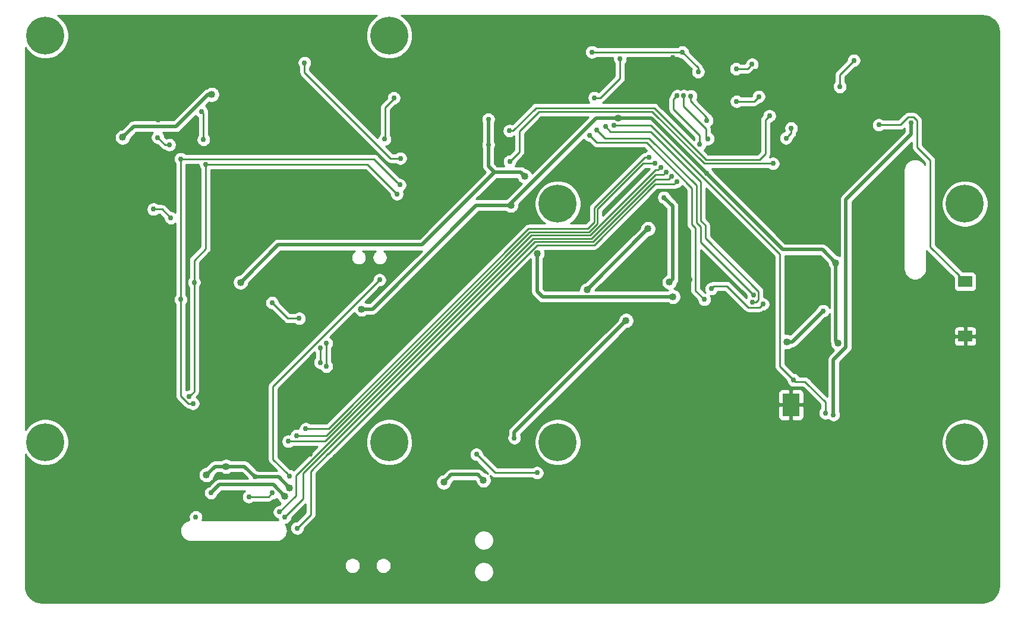
<source format=gbl>
G04 #@! TF.GenerationSoftware,KiCad,Pcbnew,5.0.2-bee76a0~70~ubuntu18.04.1*
G04 #@! TF.CreationDate,2018-12-05T23:11:17+03:00*
G04 #@! TF.ProjectId,AA-PI-Display-Board-NanoPiA64,41412d50-492d-4446-9973-706c61792d42,2.1*
G04 #@! TF.SameCoordinates,Original*
G04 #@! TF.FileFunction,Copper,L2,Bot*
G04 #@! TF.FilePolarity,Positive*
%FSLAX46Y46*%
G04 Gerber Fmt 4.6, Leading zero omitted, Abs format (unit mm)*
G04 Created by KiCad (PCBNEW 5.0.2-bee76a0~70~ubuntu18.04.1) date Wed 05 Dec 2018 23:11:17 MSK*
%MOMM*%
%LPD*%
G01*
G04 APERTURE LIST*
G04 #@! TA.AperFunction,ComponentPad*
%ADD10C,5.400000*%
G04 #@! TD*
G04 #@! TA.AperFunction,ComponentPad*
%ADD11R,2.410000X3.290000*%
G04 #@! TD*
G04 #@! TA.AperFunction,SMDPad,CuDef*
%ADD12R,2.000000X1.600000*%
G04 #@! TD*
G04 #@! TA.AperFunction,ViaPad*
%ADD13C,0.762000*%
G04 #@! TD*
G04 #@! TA.AperFunction,ViaPad*
%ADD14C,1.016000*%
G04 #@! TD*
G04 #@! TA.AperFunction,Conductor*
%ADD15C,0.254000*%
G04 #@! TD*
G04 #@! TA.AperFunction,Conductor*
%ADD16C,0.508000*%
G04 #@! TD*
G04 APERTURE END LIST*
D10*
G04 #@! TO.P,SS8,1*
G04 #@! TO.N,N/C*
X103300000Y-116200000D03*
G04 #@! TD*
D11*
G04 #@! TO.P,U5,17*
G04 #@! TO.N,GND*
X160520000Y-110872000D03*
G04 #@! TD*
D10*
G04 #@! TO.P,SS7,1*
G04 #@! TO.N,N/C*
X54300000Y-116200000D03*
G04 #@! TD*
G04 #@! TO.P,SS6,1*
G04 #@! TO.N,N/C*
X103300000Y-58200000D03*
G04 #@! TD*
G04 #@! TO.P,SS5,1*
G04 #@! TO.N,N/C*
X54300000Y-58200000D03*
G04 #@! TD*
G04 #@! TO.P,SS4,1*
G04 #@! TO.N,N/C*
X185300000Y-116200000D03*
G04 #@! TD*
G04 #@! TO.P,SS3,1*
G04 #@! TO.N,N/C*
X127300000Y-116200000D03*
G04 #@! TD*
G04 #@! TO.P,SS1,1*
G04 #@! TO.N,N/C*
X127300000Y-82200000D03*
G04 #@! TD*
G04 #@! TO.P,SS2,1*
G04 #@! TO.N,N/C*
X185300000Y-82200000D03*
G04 #@! TD*
D12*
G04 #@! TO.P,SW1,1*
G04 #@! TO.N,GND*
X185350000Y-101100000D03*
G04 #@! TO.P,SW1,2*
G04 #@! TO.N,Net-(C1-Pad1)*
X185350000Y-93300000D03*
G04 #@! TD*
D13*
G04 #@! TO.N,Net-(C1-Pad1)*
X173044000Y-70962400D03*
X169497902Y-61752098D03*
X167481210Y-65499203D03*
D14*
G04 #@! TO.N,V_SW*
X143200000Y-93370000D03*
D13*
X142430000Y-81310000D03*
G04 #@! TO.N,GND*
X163035000Y-114207900D03*
X85000000Y-135000000D03*
X70000000Y-135000000D03*
X55000000Y-128000000D03*
X55000000Y-88000000D03*
X91360000Y-58390000D03*
X70000000Y-58000000D03*
X118000000Y-58000000D03*
X145000000Y-58000000D03*
X170000000Y-58000000D03*
X145000000Y-135000000D03*
X170000000Y-135000000D03*
X145000000Y-123000000D03*
X170000000Y-82000000D03*
X186000000Y-128000000D03*
X66330000Y-76770000D03*
X170950000Y-106410000D03*
X154940000Y-117000000D03*
X87700000Y-64370000D03*
X75350000Y-88000000D03*
X135770000Y-81630000D03*
X70330000Y-70220000D03*
X66290000Y-70280000D03*
X115230000Y-89330000D03*
X132170000Y-62020000D03*
X123490000Y-95360000D03*
X154430000Y-66540000D03*
X145720000Y-63440000D03*
X158979009Y-64739001D03*
X159709000Y-76950000D03*
X106320000Y-83320000D03*
X142180000Y-66770000D03*
X153250000Y-70190000D03*
X156730000Y-93120000D03*
X123950000Y-76090000D03*
X136080000Y-66760000D03*
X170090000Y-122900000D03*
X55030000Y-103640000D03*
X109508816Y-70199999D03*
X121800000Y-69420000D03*
X186110000Y-90620000D03*
X186200000Y-76920000D03*
X55060000Y-72710000D03*
X126480000Y-103900000D03*
X78909998Y-120870000D03*
X120380000Y-79500000D03*
X116150000Y-115440000D03*
X91240000Y-95770000D03*
X156908589Y-63350177D03*
X155360000Y-63330002D03*
X151170000Y-63230000D03*
X143698609Y-61353191D03*
X182600000Y-101890000D03*
X95570000Y-86770000D03*
X90480000Y-77940000D03*
X84853261Y-102842542D03*
X175764000Y-68110000D03*
X145080000Y-87400000D03*
X174016153Y-95721347D03*
X160540000Y-86310000D03*
X88290000Y-118170000D03*
X131090000Y-84370000D03*
X179780000Y-67570000D03*
X72250000Y-109720000D03*
X84490000Y-96500000D03*
X95530013Y-92779999D03*
X161710000Y-91750000D03*
X90330000Y-100730000D03*
X163460000Y-103150000D03*
X154110000Y-89980000D03*
X146110000Y-93060000D03*
X147989998Y-93320000D03*
X140560000Y-103850000D03*
X96520000Y-109480000D03*
X80839999Y-106470000D03*
X112620000Y-72550000D03*
X92080000Y-117900000D03*
X87870000Y-109050000D03*
X88374000Y-113960000D03*
X85080000Y-114570000D03*
X89200000Y-111600000D03*
X90850000Y-112950000D03*
X90860000Y-110250000D03*
X90340000Y-109050000D03*
X131090000Y-89330000D03*
X111920000Y-112280000D03*
X111410000Y-119840000D03*
G04 #@! TO.N,V_LOAD*
X166577800Y-112290700D03*
X177607800Y-70703400D03*
D14*
G04 #@! TO.N,+5V*
X167236400Y-102085300D03*
X166922600Y-90640900D03*
X99345395Y-97223895D03*
X135910000Y-70000000D03*
X120620000Y-82430000D03*
D13*
X148520000Y-77900000D03*
G04 #@! TO.N,V_IN*
X121100000Y-115600000D03*
D14*
X137040000Y-98860000D03*
G04 #@! TO.N,+3V3*
X143690000Y-95440000D03*
D13*
X117410000Y-70152000D03*
X117410000Y-73798000D03*
D14*
X122590000Y-78280000D03*
X124372704Y-89292704D03*
D13*
X165100000Y-97470000D03*
D14*
X159949998Y-101870000D03*
X82100002Y-93400000D03*
D13*
G04 #@! TO.N,Net-(C16-Pad1)*
X72174023Y-84224023D03*
X69700521Y-82982028D03*
G04 #@! TO.N,Net-(C19-Pad1)*
X76832700Y-73046200D03*
X76517098Y-69037098D03*
G04 #@! TO.N,LCD_RESET*
X132170000Y-60560000D03*
X147287907Y-63384730D03*
X94339998Y-105380000D03*
X94340000Y-102079999D03*
X145050000Y-60580000D03*
X102650000Y-72970000D03*
X103942366Y-67108790D03*
G04 #@! TO.N,I2C_SDA*
X77170000Y-76587200D03*
X104400000Y-80790000D03*
X74730000Y-109740000D03*
X75490000Y-93420000D03*
G04 #@! TO.N,I2C_SCL*
X73587900Y-75811300D03*
X104800000Y-79490000D03*
X73587900Y-95850000D03*
X75339998Y-110690000D03*
G04 #@! TO.N,DSI_D0_N*
X140340000Y-75580000D03*
X91382483Y-114292708D03*
G04 #@! TO.N,DSI_D0_P*
X75720000Y-126880000D03*
X144267638Y-79027338D03*
X90180000Y-128460000D03*
G04 #@! TO.N,DSI_CLK_N*
X88410000Y-126900000D03*
X143499999Y-78299999D03*
X152780000Y-67608421D03*
X155950000Y-66910000D03*
G04 #@! TO.N,DSI_CLK_P*
X141120000Y-76430000D03*
X152730000Y-62960000D03*
X154968387Y-62326667D03*
X90100000Y-115271210D03*
G04 #@! TO.N,DSI_D1_N*
X141980000Y-77000000D03*
X88919155Y-116075211D03*
G04 #@! TO.N,DSI_D1_P*
X87680000Y-126150000D03*
X142757144Y-77657829D03*
G04 #@! TO.N,PWM_CABC*
X101925400Y-93057900D03*
X83305069Y-124001210D03*
X86660000Y-123450000D03*
X89110000Y-121020000D03*
G04 #@! TO.N,CHRG_PG*
X148185100Y-95855000D03*
X131806299Y-72429109D03*
G04 #@! TO.N,CHRG_STAT1*
X132872100Y-71679200D03*
X155168600Y-95200200D03*
G04 #@! TO.N,CHRG_STAT2*
X134097000Y-71197500D03*
X155021875Y-96219367D03*
G04 #@! TO.N,LOW_BATT*
X165430900Y-112044900D03*
X160888800Y-107326300D03*
X135265600Y-71019010D03*
G04 #@! TO.N,I2S_BCLK*
X70319000Y-72760000D03*
X71968952Y-73788952D03*
G04 #@! TO.N,Net-(Q5-Pad1)*
X124351300Y-120561900D03*
X115724100Y-117931600D03*
G04 #@! TO.N,Net-(Q7-Pad3)*
X149180000Y-94310000D03*
X156535900Y-96504100D03*
D14*
G04 #@! TO.N,/V_USB*
X116722100Y-121600000D03*
X111050000Y-121918790D03*
G04 #@! TO.N,/V_F2*
X88400806Y-123904602D03*
D13*
X77888160Y-123428376D03*
D14*
G04 #@! TO.N,V_ADC*
X65310000Y-72720000D03*
X78010000Y-66610000D03*
D13*
G04 #@! TO.N,ADC_EN*
X91230000Y-62080000D03*
X104890000Y-75710000D03*
G04 #@! TO.N,I2C_SCL_H*
X120450000Y-76170000D03*
X157960000Y-76440000D03*
G04 #@! TO.N,I2C_SDA_H*
X120410000Y-71780000D03*
X157450000Y-69660000D03*
G04 #@! TO.N,SHDN_REQ*
X132520000Y-67090000D03*
X136170000Y-61530000D03*
G04 #@! TO.N,LCD_I2C_SCL*
X145240000Y-66800000D03*
X148701108Y-72936411D03*
G04 #@! TO.N,LCD_I2C_SDA*
X144310000Y-66800000D03*
X147540000Y-73750000D03*
G04 #@! TO.N,LCD_CTP_INT*
X146250000Y-66840000D03*
X148550000Y-70340000D03*
G04 #@! TO.N,Net-(C31-Pad1)*
X160550000Y-71419998D03*
X159830000Y-72852411D03*
D14*
G04 #@! TO.N,+2V8*
X77250000Y-120870000D03*
D13*
X84180000Y-121150000D03*
D14*
X80060000Y-119650000D03*
X89110000Y-122700000D03*
X140150008Y-85750000D03*
X131470002Y-94500000D03*
D13*
G04 #@! TO.N,LCD_EN*
X86610000Y-96310000D03*
X93460000Y-104830000D03*
X93460000Y-102740000D03*
X90460000Y-98540000D03*
G04 #@! TD*
D15*
G04 #@! TO.N,Net-(C1-Pad1)*
X178496900Y-74146900D02*
X178496900Y-70335100D01*
X180390000Y-88360400D02*
X180390000Y-76040000D01*
X184477000Y-92447400D02*
X180390000Y-88360400D01*
X180390000Y-76040000D02*
X178496900Y-74146900D01*
X185350000Y-93300000D02*
X184477000Y-92627000D01*
X184477000Y-92627000D02*
X184477000Y-92447400D01*
X178496900Y-70335100D02*
X177976100Y-69814300D01*
X177976100Y-69814300D02*
X177239500Y-69814300D01*
X177239500Y-69814300D02*
X176091400Y-70962400D01*
X176091400Y-70962400D02*
X173044000Y-70962400D01*
X167220000Y-65550000D02*
X167220000Y-65550000D01*
X167481210Y-64960388D02*
X167481210Y-65499203D01*
X167481210Y-63768790D02*
X167481210Y-64960388D01*
X169497902Y-61752098D02*
X167481210Y-63768790D01*
D16*
G04 #@! TO.N,V_SW*
X143680000Y-82560000D02*
X142430000Y-81310000D01*
X143210000Y-93370000D02*
X143680000Y-92900000D01*
X143680000Y-92900000D02*
X143680000Y-82560000D01*
D15*
G04 #@! TO.N,GND*
X160710000Y-113400000D02*
X160520000Y-113210000D01*
X163035000Y-114207900D02*
X162227100Y-113400000D01*
X160520000Y-113210000D02*
X160520000Y-110872000D01*
X162227100Y-113400000D02*
X160710000Y-113400000D01*
X170282100Y-114207900D02*
X163035000Y-114207900D01*
X182717000Y-101773000D02*
X182600000Y-101890000D01*
X145720000Y-63440000D02*
X145720000Y-63440000D01*
X158979009Y-65400991D02*
X158979009Y-64739001D01*
X157170000Y-66540000D02*
X157840000Y-66540000D01*
X157840000Y-66540000D02*
X158979009Y-65400991D01*
X155090000Y-65880000D02*
X154430000Y-66540000D01*
X157170000Y-66540000D02*
X156510000Y-65880000D01*
X156510000Y-65880000D02*
X155090000Y-65880000D01*
X183450000Y-101050000D02*
X182760000Y-101740000D01*
X185460000Y-101050000D02*
X183450000Y-101050000D01*
X151170000Y-63280000D02*
X151170000Y-63230000D01*
X154430000Y-66540000D02*
X151170000Y-63280000D01*
X145720000Y-63440000D02*
X143698609Y-61418609D01*
X143698609Y-61418609D02*
X143698609Y-61353191D01*
X182600000Y-101890000D02*
X170282100Y-114207900D01*
D16*
G04 #@! TO.N,V_LOAD*
X177607800Y-71592200D02*
X177607800Y-70703400D01*
X177607800Y-72292200D02*
X177607800Y-71542200D01*
X168350000Y-102650000D02*
X168350000Y-81550000D01*
X166577800Y-112290700D02*
X166577800Y-104422200D01*
X168350000Y-81550000D02*
X177607800Y-72292200D01*
X166577800Y-104422200D02*
X168350000Y-102650000D01*
G04 #@! TO.N,+5V*
X166922600Y-90640900D02*
X166922600Y-101771500D01*
X166922600Y-101771500D02*
X167236400Y-102085300D01*
X159360000Y-88740000D02*
X165021700Y-88740000D01*
X165021700Y-88740000D02*
X166922600Y-90640900D01*
X135910000Y-70000000D02*
X140620000Y-70000000D01*
X140620000Y-70000000D02*
X148520000Y-77900000D01*
X132750000Y-70000000D02*
X135910000Y-70000000D01*
X120438000Y-82612000D02*
X120438000Y-82312000D01*
X120438000Y-82312000D02*
X132750000Y-70000000D01*
X148520000Y-77900000D02*
X159360000Y-88740000D01*
X120620000Y-82430000D02*
X115690000Y-82430000D01*
X100896105Y-97223895D02*
X99345395Y-97223895D01*
X115690000Y-82430000D02*
X100896105Y-97223895D01*
G04 #@! TO.N,V_IN*
X121100000Y-114800000D02*
X136532001Y-99367999D01*
X136532001Y-99367999D02*
X137040000Y-98860000D01*
X121100000Y-115600000D02*
X121100000Y-114800000D01*
G04 #@! TO.N,+3V3*
X117410000Y-70152000D02*
X117410000Y-73798000D01*
X122590000Y-78280000D02*
X122590000Y-78280000D01*
X122010000Y-77700000D02*
X122590000Y-78280000D01*
X118280000Y-77700000D02*
X122010000Y-77700000D01*
X117410000Y-73798000D02*
X117400000Y-73808000D01*
X117410000Y-76830000D02*
X118280000Y-77700000D01*
X117410000Y-73798000D02*
X117410000Y-76830000D01*
X124372704Y-94709704D02*
X124372704Y-90011124D01*
X125128202Y-95465202D02*
X124372704Y-94709704D01*
X143690000Y-95440000D02*
X143664798Y-95465202D01*
X124372704Y-90011124D02*
X124372704Y-89292704D01*
X143664798Y-95465202D02*
X125128202Y-95465202D01*
X165100000Y-97470000D02*
X165100000Y-97470000D01*
X160700000Y-101870000D02*
X160668418Y-101870000D01*
X160668418Y-101870000D02*
X159949998Y-101870000D01*
X165100000Y-97470000D02*
X160700000Y-101870000D01*
X82608001Y-92892001D02*
X82100002Y-93400000D01*
X87470002Y-88030000D02*
X82608001Y-92892001D01*
X118280000Y-77700000D02*
X107950000Y-88030000D01*
X107950000Y-88030000D02*
X87470002Y-88030000D01*
D15*
G04 #@! TO.N,Net-(C16-Pad1)*
X70239336Y-82982028D02*
X69700521Y-82982028D01*
X70932028Y-82982028D02*
X70239336Y-82982028D01*
X72174023Y-84224023D02*
X70932028Y-82982028D01*
G04 #@! TO.N,Net-(C19-Pad1)*
X76832700Y-69342700D02*
X76832700Y-73046200D01*
X76500000Y-69010000D02*
X76832700Y-69342700D01*
G04 #@! TO.N,LCD_RESET*
X147260000Y-63410000D02*
X147260000Y-63410000D01*
X94340000Y-105379998D02*
X94339998Y-105380000D01*
X94340000Y-102079999D02*
X94340000Y-105379998D01*
X132170000Y-60560000D02*
X132190000Y-60580000D01*
X144939623Y-60580000D02*
X144959623Y-60560000D01*
X132190000Y-60580000D02*
X144939623Y-60580000D01*
X147287907Y-62817907D02*
X145050000Y-60580000D01*
X147287907Y-63384730D02*
X147287907Y-62817907D01*
X102700000Y-72920000D02*
X102650000Y-72970000D01*
X103942366Y-67220000D02*
X102700000Y-68462366D01*
X102700000Y-68462366D02*
X102700000Y-72920000D01*
G04 #@! TO.N,I2C_SDA*
X77170000Y-76587200D02*
X100197200Y-76587200D01*
X104019001Y-80409001D02*
X104400000Y-80790000D01*
X100197200Y-76587200D02*
X104019001Y-80409001D01*
X75110999Y-109359001D02*
X74730000Y-109740000D01*
X75490000Y-90280000D02*
X75490000Y-93420000D01*
X77170000Y-76587200D02*
X77170000Y-88600000D01*
X75490000Y-108980000D02*
X75110999Y-109359001D01*
X77170000Y-88600000D02*
X75490000Y-90280000D01*
X75490000Y-93420000D02*
X75490000Y-108980000D01*
G04 #@! TO.N,I2C_SCL*
X73587900Y-75811300D02*
X73587900Y-95850000D01*
X73587900Y-75811300D02*
X101121300Y-75811300D01*
X104419001Y-79109001D02*
X104800000Y-79490000D01*
X101121300Y-75811300D02*
X104419001Y-79109001D01*
X74667420Y-110690000D02*
X74801183Y-110690000D01*
X73587900Y-95850000D02*
X73587900Y-109610480D01*
X74801183Y-110690000D02*
X75339998Y-110690000D01*
X73587900Y-109610480D02*
X74667420Y-110690000D01*
G04 #@! TO.N,DSI_D0_N*
X140340000Y-75580000D02*
X140390000Y-75580000D01*
X94627292Y-114292708D02*
X91921298Y-114292708D01*
X91921298Y-114292708D02*
X91382483Y-114292708D01*
X131550000Y-85770000D02*
X123150000Y-85770000D01*
X139680000Y-75580000D02*
X132490000Y-82770000D01*
X132490000Y-82770000D02*
X132490000Y-84830000D01*
X140340000Y-75580000D02*
X139680000Y-75580000D01*
X123150000Y-85770000D02*
X94627292Y-114292708D01*
X132490000Y-84830000D02*
X131550000Y-85770000D01*
G04 #@! TO.N,DSI_D0_P*
X141181663Y-79408337D02*
X143886639Y-79408337D01*
X124400000Y-88080000D02*
X132510000Y-88080000D01*
X94600002Y-117879998D02*
X124400000Y-88080000D01*
X143886639Y-79408337D02*
X144267638Y-79027338D01*
X132510000Y-88080000D02*
X141181663Y-79408337D01*
X94620000Y-117850000D02*
X94650000Y-117850000D01*
X92125211Y-120344789D02*
X94620000Y-117850000D01*
X90180000Y-128460000D02*
X92125211Y-126514789D01*
X92125211Y-126514789D02*
X92125211Y-120344789D01*
G04 #@! TO.N,DSI_CLK_N*
X93992791Y-117690616D02*
X124060618Y-87622789D01*
X124060618Y-87622789D02*
X132320619Y-87622789D01*
X132320619Y-87622789D02*
X141262410Y-78680998D01*
X141262410Y-78680998D02*
X143119000Y-78680998D01*
X143119000Y-78680998D02*
X143499999Y-78299999D01*
X155251579Y-67608421D02*
X155950000Y-66910000D01*
X152780000Y-67608421D02*
X155251579Y-67608421D01*
X91050000Y-120640000D02*
X94020000Y-117670000D01*
X88410000Y-126900000D02*
X91050000Y-124260000D01*
X91050000Y-124260000D02*
X91050000Y-120640000D01*
G04 #@! TO.N,DSI_CLK_P*
X152730000Y-62960000D02*
X154335054Y-62960000D01*
X154335054Y-62960000D02*
X154587388Y-62707666D01*
X154587388Y-62707666D02*
X154968387Y-62326667D01*
X131715437Y-86251156D02*
X123315436Y-86251156D01*
X94295382Y-115271210D02*
X90638815Y-115271210D01*
X90638815Y-115271210D02*
X90100000Y-115271210D01*
X139476592Y-76430000D02*
X132947211Y-82959381D01*
X132947211Y-85019382D02*
X131715437Y-86251156D01*
X141120000Y-76430000D02*
X139476592Y-76430000D01*
X132947211Y-82959381D02*
X132947211Y-85019382D01*
X123315436Y-86251156D02*
X94295382Y-115271210D01*
G04 #@! TO.N,DSI_D1_N*
X141599001Y-77380999D02*
X141269223Y-77380999D01*
X141269223Y-77380999D02*
X131941855Y-86708367D01*
X123551633Y-86708367D02*
X94184789Y-116075211D01*
X94184789Y-116075211D02*
X89457970Y-116075211D01*
X141980000Y-77000000D02*
X141599001Y-77380999D01*
X131941855Y-86708367D02*
X123551633Y-86708367D01*
X89457970Y-116075211D02*
X88919155Y-116075211D01*
G04 #@! TO.N,DSI_D1_P*
X92984007Y-117990534D02*
X123808963Y-87165578D01*
X142376145Y-78038828D02*
X142757144Y-77657829D01*
X132131236Y-87165578D02*
X141257986Y-78038828D01*
X141257986Y-78038828D02*
X142376145Y-78038828D01*
X123808963Y-87165578D02*
X132131236Y-87165578D01*
X90009998Y-120970002D02*
X92990000Y-117990000D01*
X87680000Y-126150000D02*
X90009998Y-123820002D01*
X90009998Y-123820002D02*
X90009998Y-120970002D01*
G04 #@! TO.N,PWM_CABC*
X83146279Y-124160000D02*
X83305069Y-124001210D01*
X86108790Y-124001210D02*
X86660000Y-123450000D01*
X83305069Y-124001210D02*
X86108790Y-124001210D01*
X86660000Y-123450000D02*
X86660000Y-123450000D01*
X86740000Y-118650000D02*
X88729001Y-120639001D01*
X88729001Y-120639001D02*
X89110000Y-121020000D01*
X86740000Y-108243300D02*
X86740000Y-118650000D01*
X101925400Y-93057900D02*
X86740000Y-108243300D01*
G04 #@! TO.N,CHRG_PG*
X132187298Y-72810108D02*
X131806299Y-72429109D01*
X132847190Y-73470000D02*
X132187298Y-72810108D01*
X139932580Y-73470000D02*
X132847190Y-73470000D01*
X146418800Y-79956220D02*
X139932580Y-73470000D01*
X146418800Y-85160700D02*
X146418800Y-79956220D01*
X148175000Y-95855000D02*
X146910000Y-94590000D01*
X148185100Y-95855000D02*
X148175000Y-95855000D01*
X146910000Y-94590000D02*
X146910000Y-85651900D01*
X146910000Y-85651900D02*
X146418800Y-85160700D01*
G04 #@! TO.N,CHRG_STAT1*
X147678500Y-87710100D02*
X154787601Y-94819201D01*
X154787601Y-94819201D02*
X155168600Y-95200200D01*
X147053900Y-84897700D02*
X147678500Y-85522300D01*
X134022900Y-72830000D02*
X140290000Y-72830000D01*
X132872100Y-71679200D02*
X134022900Y-72830000D01*
X140290000Y-72830000D02*
X147053900Y-79593900D01*
X147053900Y-79593900D02*
X147053900Y-84897700D01*
X147678500Y-85522300D02*
X147678500Y-87710100D01*
G04 #@! TO.N,CHRG_STAT2*
X155560690Y-96219367D02*
X155021875Y-96219367D01*
X155920000Y-94694200D02*
X155920000Y-95860057D01*
X148313600Y-87087800D02*
X155920000Y-94694200D01*
X155920000Y-95860057D02*
X155560690Y-96219367D01*
X134819500Y-71920000D02*
X140520000Y-71920000D01*
X134097000Y-71197500D02*
X134819500Y-71920000D01*
X148313600Y-85259200D02*
X148313600Y-87087800D01*
X140520000Y-71920000D02*
X147689000Y-79089000D01*
X147689000Y-79089000D02*
X147689000Y-84634600D01*
X147689000Y-84634600D02*
X148313600Y-85259200D01*
G04 #@! TO.N,LOW_BATT*
X140540000Y-71020000D02*
X135266590Y-71020000D01*
X158930000Y-89410000D02*
X140540000Y-71020000D01*
X160888800Y-107326300D02*
X158930000Y-105367500D01*
X135266590Y-71020000D02*
X135265600Y-71019010D01*
X158930000Y-105367500D02*
X158930000Y-89410000D01*
X165430900Y-112044900D02*
X165430900Y-110480900D01*
X165430900Y-110480900D02*
X162840000Y-107890000D01*
X161112500Y-107550000D02*
X160888800Y-107326300D01*
X162830000Y-107890000D02*
X162490000Y-107550000D01*
X162490000Y-107550000D02*
X161112500Y-107550000D01*
G04 #@! TO.N,I2S_BCLK*
X70319000Y-72760000D02*
X71347952Y-73788952D01*
X71430137Y-73788952D02*
X71968952Y-73788952D01*
X71347952Y-73788952D02*
X71430137Y-73788952D01*
G04 #@! TO.N,Net-(Q5-Pad1)*
X124351300Y-120561900D02*
X118354400Y-120561900D01*
X118354400Y-120561900D02*
X115724100Y-117931600D01*
G04 #@! TO.N,Net-(Q7-Pad3)*
X156080000Y-96960000D02*
X156535900Y-96504100D01*
X154430000Y-96960000D02*
X156080000Y-96960000D01*
X151399001Y-93929001D02*
X154430000Y-96960000D01*
X149180000Y-94310000D02*
X149560999Y-93929001D01*
X149560999Y-93929001D02*
X151399001Y-93929001D01*
X156535900Y-96504100D02*
X156535900Y-96504100D01*
D16*
G04 #@! TO.N,/V_USB*
X116722100Y-121600000D02*
X115942100Y-120820000D01*
X112148790Y-120820000D02*
X111050000Y-121918790D01*
X115942100Y-120820000D02*
X112148790Y-120820000D01*
G04 #@! TO.N,/V_F2*
X88400806Y-123904602D02*
X86756204Y-122260000D01*
X79056536Y-122260000D02*
X78269159Y-123047377D01*
X86756204Y-122260000D02*
X79056536Y-122260000D01*
X78269159Y-123047377D02*
X77888160Y-123428376D01*
G04 #@! TO.N,V_ADC*
X65310000Y-72720000D02*
X66860000Y-71170000D01*
X66860000Y-71170000D02*
X72288783Y-71170000D01*
X77471185Y-66610000D02*
X78010000Y-66610000D01*
X72160000Y-71170000D02*
X72911185Y-71170000D01*
X72911185Y-71170000D02*
X77471185Y-66610000D01*
D15*
G04 #@! TO.N,ADC_EN*
X91230000Y-62080000D02*
X91230000Y-62080000D01*
X103480000Y-75710000D02*
X104890000Y-75710000D01*
X91230000Y-62080000D02*
X91230000Y-63460000D01*
X91230000Y-63460000D02*
X103480000Y-75710000D01*
G04 #@! TO.N,I2C_SCL_H*
X157940000Y-76460000D02*
X157960000Y-76440000D01*
X121820000Y-74800000D02*
X121820000Y-71850000D01*
X140760000Y-69070000D02*
X148150000Y-76460000D01*
X148150000Y-76460000D02*
X157940000Y-76460000D01*
X120450000Y-76170000D02*
X121820000Y-74800000D01*
X121820000Y-71850000D02*
X124600000Y-69070000D01*
X124600000Y-69070000D02*
X140760000Y-69070000D01*
X157960000Y-76440000D02*
X157960000Y-76440000D01*
G04 #@! TO.N,I2C_SDA_H*
X157450000Y-69660000D02*
X157500000Y-69610000D01*
X156860000Y-70250000D02*
X157450000Y-69660000D01*
X156860000Y-75080000D02*
X156860000Y-70250000D01*
X141030000Y-68530000D02*
X148390000Y-75890000D01*
X120410000Y-71780000D02*
X120948815Y-71780000D01*
X124198815Y-68530000D02*
X141030000Y-68530000D01*
X120948815Y-71780000D02*
X124198815Y-68530000D01*
X148390000Y-75890000D02*
X156050000Y-75890000D01*
X156050000Y-75890000D02*
X156860000Y-75080000D01*
G04 #@! TO.N,SHDN_REQ*
X136170000Y-62068815D02*
X136170000Y-61530000D01*
X136170000Y-64310000D02*
X136170000Y-62068815D01*
X132520000Y-67090000D02*
X133390000Y-67090000D01*
X133390000Y-67090000D02*
X136170000Y-64310000D01*
G04 #@! TO.N,LCD_I2C_SCL*
X145240000Y-66800000D02*
X145240000Y-66730000D01*
X148390000Y-71480000D02*
X148390000Y-72625303D01*
X145240000Y-66800000D02*
X145240000Y-68330000D01*
X148390000Y-72625303D02*
X148701108Y-72936411D01*
X145240000Y-68330000D02*
X148390000Y-71480000D01*
G04 #@! TO.N,LCD_I2C_SDA*
X144310000Y-66800000D02*
X144310000Y-66800000D01*
X147540000Y-72460000D02*
X147540000Y-73750000D01*
X143810000Y-68730000D02*
X147540000Y-72460000D01*
X144310000Y-66800000D02*
X143810000Y-67300000D01*
X143810000Y-67300000D02*
X143810000Y-68730000D01*
G04 #@! TO.N,LCD_CTP_INT*
X146250000Y-66840000D02*
X146250000Y-66840000D01*
X148550000Y-69870000D02*
X148550000Y-70340000D01*
X146250000Y-66840000D02*
X146250000Y-67570000D01*
X146250000Y-67570000D02*
X148550000Y-69870000D01*
G04 #@! TO.N,Net-(C31-Pad1)*
X160210999Y-72471412D02*
X159830000Y-72852411D01*
X160550000Y-72132411D02*
X160210999Y-72471412D01*
X160550000Y-71419998D02*
X160550000Y-72132411D01*
D16*
G04 #@! TO.N,+2V8*
X77250000Y-120870000D02*
X77250000Y-120870000D01*
X82680000Y-119650000D02*
X80778420Y-119650000D01*
X79341580Y-119650000D02*
X80060000Y-119650000D01*
X78470000Y-119650000D02*
X79341580Y-119650000D01*
X77250000Y-120870000D02*
X78470000Y-119650000D01*
X80778420Y-119650000D02*
X80060000Y-119650000D01*
X84180000Y-121150000D02*
X82680000Y-119650000D01*
X84180000Y-121150000D02*
X87560000Y-121150000D01*
X87560000Y-121150000D02*
X89110000Y-122700000D01*
X89110000Y-122700000D02*
X89110000Y-122700000D01*
X140150000Y-85750000D02*
X140150000Y-85750000D01*
X131470002Y-94430006D02*
X131470002Y-94500000D01*
X140150008Y-85750000D02*
X131470002Y-94430006D01*
D15*
G04 #@! TO.N,LCD_EN*
X93460000Y-104830000D02*
X93460000Y-104291185D01*
X93460000Y-104291185D02*
X93460000Y-102740000D01*
X93460000Y-102740000D02*
X93460000Y-102740000D01*
X88840000Y-98540000D02*
X90460000Y-98540000D01*
X86610000Y-96310000D02*
X88840000Y-98540000D01*
G04 #@! TD*
G04 #@! TO.N,GND*
G36*
X101174061Y-55609536D02*
X100709536Y-56074061D01*
X100344561Y-56620285D01*
X100093162Y-57227216D01*
X99965000Y-57871531D01*
X99965000Y-58528469D01*
X100093162Y-59172784D01*
X100344561Y-59779715D01*
X100709536Y-60325939D01*
X101174061Y-60790464D01*
X101720285Y-61155439D01*
X102327216Y-61406838D01*
X102971531Y-61535000D01*
X103628469Y-61535000D01*
X104272784Y-61406838D01*
X104879715Y-61155439D01*
X105425939Y-60790464D01*
X105890464Y-60325939D01*
X106255439Y-59779715D01*
X106506838Y-59172784D01*
X106635000Y-58528469D01*
X106635000Y-57871531D01*
X106506838Y-57227216D01*
X106255439Y-56620285D01*
X105890464Y-56074061D01*
X105425939Y-55609536D01*
X105034074Y-55347700D01*
X187768319Y-55347700D01*
X188256294Y-55395547D01*
X188695211Y-55528063D01*
X189100026Y-55743308D01*
X189455321Y-56033079D01*
X189747570Y-56386346D01*
X189965634Y-56789650D01*
X190101212Y-57227626D01*
X190152301Y-57713706D01*
X190152300Y-136668319D01*
X190104453Y-137156296D01*
X189971937Y-137595212D01*
X189756695Y-138000023D01*
X189466919Y-138355323D01*
X189113654Y-138647570D01*
X188710350Y-138865635D01*
X188272370Y-139001213D01*
X187786303Y-139052300D01*
X53831681Y-139052300D01*
X53343704Y-139004453D01*
X52904788Y-138871937D01*
X52499977Y-138656695D01*
X52144677Y-138366919D01*
X51852430Y-138013654D01*
X51634365Y-137610350D01*
X51498787Y-137172370D01*
X51447700Y-136686303D01*
X51447700Y-133688212D01*
X96915000Y-133688212D01*
X96915000Y-133911788D01*
X96958617Y-134131067D01*
X97044176Y-134337624D01*
X97168388Y-134523520D01*
X97326480Y-134681612D01*
X97512376Y-134805824D01*
X97718933Y-134891383D01*
X97938212Y-134935000D01*
X98161788Y-134935000D01*
X98381067Y-134891383D01*
X98587624Y-134805824D01*
X98773520Y-134681612D01*
X98931612Y-134523520D01*
X99055824Y-134337624D01*
X99141383Y-134131067D01*
X99185000Y-133911788D01*
X99185000Y-133688212D01*
X101315000Y-133688212D01*
X101315000Y-133911788D01*
X101358617Y-134131067D01*
X101444176Y-134337624D01*
X101568388Y-134523520D01*
X101726480Y-134681612D01*
X101912376Y-134805824D01*
X102118933Y-134891383D01*
X102338212Y-134935000D01*
X102561788Y-134935000D01*
X102781067Y-134891383D01*
X102987624Y-134805824D01*
X103173520Y-134681612D01*
X103296467Y-134558665D01*
X115315000Y-134558665D01*
X115315000Y-134841335D01*
X115370147Y-135118574D01*
X115478320Y-135379727D01*
X115635363Y-135614759D01*
X115835241Y-135814637D01*
X116070273Y-135971680D01*
X116331426Y-136079853D01*
X116608665Y-136135000D01*
X116891335Y-136135000D01*
X117168574Y-136079853D01*
X117429727Y-135971680D01*
X117664759Y-135814637D01*
X117864637Y-135614759D01*
X118021680Y-135379727D01*
X118129853Y-135118574D01*
X118185000Y-134841335D01*
X118185000Y-134558665D01*
X118129853Y-134281426D01*
X118021680Y-134020273D01*
X117864637Y-133785241D01*
X117664759Y-133585363D01*
X117429727Y-133428320D01*
X117168574Y-133320147D01*
X116891335Y-133265000D01*
X116608665Y-133265000D01*
X116331426Y-133320147D01*
X116070273Y-133428320D01*
X115835241Y-133585363D01*
X115635363Y-133785241D01*
X115478320Y-134020273D01*
X115370147Y-134281426D01*
X115315000Y-134558665D01*
X103296467Y-134558665D01*
X103331612Y-134523520D01*
X103455824Y-134337624D01*
X103541383Y-134131067D01*
X103585000Y-133911788D01*
X103585000Y-133688212D01*
X103541383Y-133468933D01*
X103455824Y-133262376D01*
X103331612Y-133076480D01*
X103173520Y-132918388D01*
X102987624Y-132794176D01*
X102781067Y-132708617D01*
X102561788Y-132665000D01*
X102338212Y-132665000D01*
X102118933Y-132708617D01*
X101912376Y-132794176D01*
X101726480Y-132918388D01*
X101568388Y-133076480D01*
X101444176Y-133262376D01*
X101358617Y-133468933D01*
X101315000Y-133688212D01*
X99185000Y-133688212D01*
X99141383Y-133468933D01*
X99055824Y-133262376D01*
X98931612Y-133076480D01*
X98773520Y-132918388D01*
X98587624Y-132794176D01*
X98381067Y-132708617D01*
X98161788Y-132665000D01*
X97938212Y-132665000D01*
X97718933Y-132708617D01*
X97512376Y-132794176D01*
X97326480Y-132918388D01*
X97168388Y-133076480D01*
X97044176Y-133262376D01*
X96958617Y-133468933D01*
X96915000Y-133688212D01*
X51447700Y-133688212D01*
X51447700Y-128810000D01*
X73507573Y-128810000D01*
X73537210Y-129110913D01*
X73624983Y-129400261D01*
X73767519Y-129666927D01*
X73959339Y-129900661D01*
X74193073Y-130092481D01*
X74459739Y-130235017D01*
X74749087Y-130322790D01*
X74974592Y-130345000D01*
X87325408Y-130345000D01*
X87550913Y-130322790D01*
X87840261Y-130235017D01*
X88106927Y-130092481D01*
X88148132Y-130058665D01*
X115315000Y-130058665D01*
X115315000Y-130341335D01*
X115370147Y-130618574D01*
X115478320Y-130879727D01*
X115635363Y-131114759D01*
X115835241Y-131314637D01*
X116070273Y-131471680D01*
X116331426Y-131579853D01*
X116608665Y-131635000D01*
X116891335Y-131635000D01*
X117168574Y-131579853D01*
X117429727Y-131471680D01*
X117664759Y-131314637D01*
X117864637Y-131114759D01*
X118021680Y-130879727D01*
X118129853Y-130618574D01*
X118185000Y-130341335D01*
X118185000Y-130058665D01*
X118129853Y-129781426D01*
X118021680Y-129520273D01*
X117864637Y-129285241D01*
X117664759Y-129085363D01*
X117429727Y-128928320D01*
X117168574Y-128820147D01*
X116891335Y-128765000D01*
X116608665Y-128765000D01*
X116331426Y-128820147D01*
X116070273Y-128928320D01*
X115835241Y-129085363D01*
X115635363Y-129285241D01*
X115478320Y-129520273D01*
X115370147Y-129781426D01*
X115315000Y-130058665D01*
X88148132Y-130058665D01*
X88340661Y-129900661D01*
X88532481Y-129666927D01*
X88675017Y-129400261D01*
X88762790Y-129110913D01*
X88792427Y-128810000D01*
X88762790Y-128509087D01*
X88675017Y-128219739D01*
X88532481Y-127953073D01*
X88502056Y-127916000D01*
X88510067Y-127916000D01*
X88706356Y-127876956D01*
X88891256Y-127800368D01*
X89057662Y-127689179D01*
X89199179Y-127547662D01*
X89310368Y-127381256D01*
X89386956Y-127196356D01*
X89426000Y-127000067D01*
X89426000Y-126961630D01*
X91363211Y-125024420D01*
X91363211Y-126199158D01*
X90118370Y-127444000D01*
X90079933Y-127444000D01*
X89883644Y-127483044D01*
X89698744Y-127559632D01*
X89532338Y-127670821D01*
X89390821Y-127812338D01*
X89279632Y-127978744D01*
X89203044Y-128163644D01*
X89164000Y-128359933D01*
X89164000Y-128560067D01*
X89203044Y-128756356D01*
X89279632Y-128941256D01*
X89390821Y-129107662D01*
X89532338Y-129249179D01*
X89698744Y-129360368D01*
X89883644Y-129436956D01*
X90079933Y-129476000D01*
X90280067Y-129476000D01*
X90476356Y-129436956D01*
X90661256Y-129360368D01*
X90827662Y-129249179D01*
X90969179Y-129107662D01*
X91080368Y-128941256D01*
X91156956Y-128756356D01*
X91196000Y-128560067D01*
X91196000Y-128521630D01*
X92637564Y-127080067D01*
X92666633Y-127056211D01*
X92729123Y-126980067D01*
X92761856Y-126940182D01*
X92832612Y-126807805D01*
X92832613Y-126807804D01*
X92876185Y-126664167D01*
X92887211Y-126552215D01*
X92887211Y-126552212D01*
X92890897Y-126514789D01*
X92887211Y-126477366D01*
X92887211Y-121806214D01*
X109907000Y-121806214D01*
X109907000Y-122031366D01*
X109950925Y-122252191D01*
X110037087Y-122460203D01*
X110162174Y-122647410D01*
X110321380Y-122806616D01*
X110508587Y-122931703D01*
X110716599Y-123017865D01*
X110937424Y-123061790D01*
X111162576Y-123061790D01*
X111383401Y-123017865D01*
X111591413Y-122931703D01*
X111778620Y-122806616D01*
X111937826Y-122647410D01*
X112062913Y-122460203D01*
X112149075Y-122252191D01*
X112192588Y-122033438D01*
X112517026Y-121709000D01*
X115573865Y-121709000D01*
X115579512Y-121714647D01*
X115623025Y-121933401D01*
X115709187Y-122141413D01*
X115834274Y-122328620D01*
X115993480Y-122487826D01*
X116180687Y-122612913D01*
X116388699Y-122699075D01*
X116609524Y-122743000D01*
X116834676Y-122743000D01*
X117055501Y-122699075D01*
X117263513Y-122612913D01*
X117450720Y-122487826D01*
X117609926Y-122328620D01*
X117735013Y-122141413D01*
X117821175Y-121933401D01*
X117865100Y-121712576D01*
X117865100Y-121487424D01*
X117821175Y-121266599D01*
X117735013Y-121058587D01*
X117657603Y-120942734D01*
X117789121Y-121074252D01*
X117812978Y-121103322D01*
X117842048Y-121127179D01*
X117929007Y-121198545D01*
X117999764Y-121236365D01*
X118061385Y-121269302D01*
X118205022Y-121312874D01*
X118316974Y-121323900D01*
X118316977Y-121323900D01*
X118354400Y-121327586D01*
X118391823Y-121323900D01*
X123676459Y-121323900D01*
X123703638Y-121351079D01*
X123870044Y-121462268D01*
X124054944Y-121538856D01*
X124251233Y-121577900D01*
X124451367Y-121577900D01*
X124647656Y-121538856D01*
X124832556Y-121462268D01*
X124998962Y-121351079D01*
X125140479Y-121209562D01*
X125251668Y-121043156D01*
X125328256Y-120858256D01*
X125367300Y-120661967D01*
X125367300Y-120461833D01*
X125328256Y-120265544D01*
X125251668Y-120080644D01*
X125140479Y-119914238D01*
X124998962Y-119772721D01*
X124832556Y-119661532D01*
X124647656Y-119584944D01*
X124451367Y-119545900D01*
X124251233Y-119545900D01*
X124054944Y-119584944D01*
X123870044Y-119661532D01*
X123703638Y-119772721D01*
X123676459Y-119799900D01*
X118670031Y-119799900D01*
X116740100Y-117869970D01*
X116740100Y-117831533D01*
X116701056Y-117635244D01*
X116624468Y-117450344D01*
X116513279Y-117283938D01*
X116371762Y-117142421D01*
X116205356Y-117031232D01*
X116020456Y-116954644D01*
X115824167Y-116915600D01*
X115624033Y-116915600D01*
X115427744Y-116954644D01*
X115242844Y-117031232D01*
X115076438Y-117142421D01*
X114934921Y-117283938D01*
X114823732Y-117450344D01*
X114747144Y-117635244D01*
X114708100Y-117831533D01*
X114708100Y-118031667D01*
X114747144Y-118227956D01*
X114823732Y-118412856D01*
X114934921Y-118579262D01*
X115076438Y-118720779D01*
X115242844Y-118831968D01*
X115427744Y-118908556D01*
X115624033Y-118947600D01*
X115662470Y-118947600D01*
X117379367Y-120664498D01*
X117263513Y-120587087D01*
X117055501Y-120500925D01*
X116836747Y-120457412D01*
X116601599Y-120222263D01*
X116573759Y-120188341D01*
X116438391Y-120077247D01*
X116283951Y-119994697D01*
X116116374Y-119943864D01*
X115985767Y-119931000D01*
X115985760Y-119931000D01*
X115942100Y-119926700D01*
X115898440Y-119931000D01*
X112192450Y-119931000D01*
X112148790Y-119926700D01*
X112105130Y-119931000D01*
X112105123Y-119931000D01*
X111991115Y-119942229D01*
X111974515Y-119943864D01*
X111923682Y-119959284D01*
X111806939Y-119994697D01*
X111652499Y-120077247D01*
X111517131Y-120188341D01*
X111489295Y-120222259D01*
X110935352Y-120776202D01*
X110716599Y-120819715D01*
X110508587Y-120905877D01*
X110321380Y-121030964D01*
X110162174Y-121190170D01*
X110037087Y-121377377D01*
X109950925Y-121585389D01*
X109907000Y-121806214D01*
X92887211Y-121806214D01*
X92887211Y-120660419D01*
X95044444Y-118503187D01*
X95075392Y-118486645D01*
X95191422Y-118391422D01*
X95286645Y-118275392D01*
X95291705Y-118265925D01*
X97686099Y-115871531D01*
X99965000Y-115871531D01*
X99965000Y-116528469D01*
X100093162Y-117172784D01*
X100344561Y-117779715D01*
X100709536Y-118325939D01*
X101174061Y-118790464D01*
X101720285Y-119155439D01*
X102327216Y-119406838D01*
X102971531Y-119535000D01*
X103628469Y-119535000D01*
X104272784Y-119406838D01*
X104879715Y-119155439D01*
X105425939Y-118790464D01*
X105890464Y-118325939D01*
X106255439Y-117779715D01*
X106506838Y-117172784D01*
X106635000Y-116528469D01*
X106635000Y-115871531D01*
X106561085Y-115499933D01*
X120084000Y-115499933D01*
X120084000Y-115700067D01*
X120123044Y-115896356D01*
X120199632Y-116081256D01*
X120310821Y-116247662D01*
X120452338Y-116389179D01*
X120618744Y-116500368D01*
X120803644Y-116576956D01*
X120999933Y-116616000D01*
X121200067Y-116616000D01*
X121396356Y-116576956D01*
X121581256Y-116500368D01*
X121747662Y-116389179D01*
X121889179Y-116247662D01*
X122000368Y-116081256D01*
X122076956Y-115896356D01*
X122081893Y-115871531D01*
X123965000Y-115871531D01*
X123965000Y-116528469D01*
X124093162Y-117172784D01*
X124344561Y-117779715D01*
X124709536Y-118325939D01*
X125174061Y-118790464D01*
X125720285Y-119155439D01*
X126327216Y-119406838D01*
X126971531Y-119535000D01*
X127628469Y-119535000D01*
X128272784Y-119406838D01*
X128879715Y-119155439D01*
X129425939Y-118790464D01*
X129890464Y-118325939D01*
X130255439Y-117779715D01*
X130506838Y-117172784D01*
X130635000Y-116528469D01*
X130635000Y-115871531D01*
X181965000Y-115871531D01*
X181965000Y-116528469D01*
X182093162Y-117172784D01*
X182344561Y-117779715D01*
X182709536Y-118325939D01*
X183174061Y-118790464D01*
X183720285Y-119155439D01*
X184327216Y-119406838D01*
X184971531Y-119535000D01*
X185628469Y-119535000D01*
X186272784Y-119406838D01*
X186879715Y-119155439D01*
X187425939Y-118790464D01*
X187890464Y-118325939D01*
X188255439Y-117779715D01*
X188506838Y-117172784D01*
X188635000Y-116528469D01*
X188635000Y-115871531D01*
X188506838Y-115227216D01*
X188255439Y-114620285D01*
X187890464Y-114074061D01*
X187425939Y-113609536D01*
X186879715Y-113244561D01*
X186272784Y-112993162D01*
X185628469Y-112865000D01*
X184971531Y-112865000D01*
X184327216Y-112993162D01*
X183720285Y-113244561D01*
X183174061Y-113609536D01*
X182709536Y-114074061D01*
X182344561Y-114620285D01*
X182093162Y-115227216D01*
X181965000Y-115871531D01*
X130635000Y-115871531D01*
X130506838Y-115227216D01*
X130255439Y-114620285D01*
X129890464Y-114074061D01*
X129425939Y-113609536D01*
X128879715Y-113244561D01*
X128272784Y-112993162D01*
X127628469Y-112865000D01*
X126971531Y-112865000D01*
X126327216Y-112993162D01*
X125720285Y-113244561D01*
X125174061Y-113609536D01*
X124709536Y-114074061D01*
X124344561Y-114620285D01*
X124093162Y-115227216D01*
X123965000Y-115871531D01*
X122081893Y-115871531D01*
X122116000Y-115700067D01*
X122116000Y-115499933D01*
X122076956Y-115303644D01*
X122011534Y-115145701D01*
X125999485Y-111157750D01*
X158680000Y-111157750D01*
X158680000Y-112579542D01*
X158704403Y-112702223D01*
X158752270Y-112817785D01*
X158821763Y-112921789D01*
X158910211Y-113010237D01*
X159014215Y-113079730D01*
X159129777Y-113127597D01*
X159252458Y-113152000D01*
X160234250Y-113152000D01*
X160393000Y-112993250D01*
X160393000Y-110999000D01*
X160647000Y-110999000D01*
X160647000Y-112993250D01*
X160805750Y-113152000D01*
X161787542Y-113152000D01*
X161910223Y-113127597D01*
X162025785Y-113079730D01*
X162129789Y-113010237D01*
X162218237Y-112921789D01*
X162287730Y-112817785D01*
X162335597Y-112702223D01*
X162360000Y-112579542D01*
X162360000Y-111157750D01*
X162201250Y-110999000D01*
X160647000Y-110999000D01*
X160393000Y-110999000D01*
X158838750Y-110999000D01*
X158680000Y-111157750D01*
X125999485Y-111157750D01*
X127992777Y-109164458D01*
X158680000Y-109164458D01*
X158680000Y-110586250D01*
X158838750Y-110745000D01*
X160393000Y-110745000D01*
X160393000Y-108750750D01*
X160647000Y-108750750D01*
X160647000Y-110745000D01*
X162201250Y-110745000D01*
X162360000Y-110586250D01*
X162360000Y-109164458D01*
X162335597Y-109041777D01*
X162287730Y-108926215D01*
X162218237Y-108822211D01*
X162129789Y-108733763D01*
X162025785Y-108664270D01*
X161910223Y-108616403D01*
X161787542Y-108592000D01*
X160805750Y-108592000D01*
X160647000Y-108750750D01*
X160393000Y-108750750D01*
X160234250Y-108592000D01*
X159252458Y-108592000D01*
X159129777Y-108616403D01*
X159014215Y-108664270D01*
X158910211Y-108733763D01*
X158821763Y-108822211D01*
X158752270Y-108926215D01*
X158704403Y-109041777D01*
X158680000Y-109164458D01*
X127992777Y-109164458D01*
X137154648Y-100002588D01*
X137373401Y-99959075D01*
X137581413Y-99872913D01*
X137768620Y-99747826D01*
X137927826Y-99588620D01*
X138052913Y-99401413D01*
X138139075Y-99193401D01*
X138183000Y-98972576D01*
X138183000Y-98747424D01*
X138139075Y-98526599D01*
X138052913Y-98318587D01*
X137927826Y-98131380D01*
X137768620Y-97972174D01*
X137581413Y-97847087D01*
X137373401Y-97760925D01*
X137152576Y-97717000D01*
X136927424Y-97717000D01*
X136706599Y-97760925D01*
X136498587Y-97847087D01*
X136311380Y-97972174D01*
X136152174Y-98131380D01*
X136027087Y-98318587D01*
X135940925Y-98526599D01*
X135897412Y-98745352D01*
X120502259Y-114140506D01*
X120468342Y-114168341D01*
X120440507Y-114202258D01*
X120440505Y-114202260D01*
X120357248Y-114303709D01*
X120274698Y-114458148D01*
X120223864Y-114625726D01*
X120216585Y-114699632D01*
X120211000Y-114756333D01*
X120211000Y-114756340D01*
X120206700Y-114800000D01*
X120211000Y-114843660D01*
X120211000Y-115101731D01*
X120199632Y-115118744D01*
X120123044Y-115303644D01*
X120084000Y-115499933D01*
X106561085Y-115499933D01*
X106506838Y-115227216D01*
X106255439Y-114620285D01*
X105890464Y-114074061D01*
X105425939Y-113609536D01*
X104879715Y-113244561D01*
X104272784Y-112993162D01*
X103628469Y-112865000D01*
X102971531Y-112865000D01*
X102327216Y-112993162D01*
X101720285Y-113244561D01*
X101174061Y-113609536D01*
X100709536Y-114074061D01*
X100344561Y-114620285D01*
X100093162Y-115227216D01*
X99965000Y-115871531D01*
X97686099Y-115871531D01*
X123483705Y-90073926D01*
X123483704Y-94666044D01*
X123479404Y-94709704D01*
X123483704Y-94753364D01*
X123483704Y-94753370D01*
X123494761Y-94865630D01*
X123496568Y-94883978D01*
X123509405Y-94926297D01*
X123547401Y-95051554D01*
X123629951Y-95205994D01*
X123741045Y-95341363D01*
X123774967Y-95369203D01*
X124468707Y-96062943D01*
X124496543Y-96096861D01*
X124631911Y-96207955D01*
X124786351Y-96290505D01*
X124881719Y-96319434D01*
X124953927Y-96341338D01*
X125128202Y-96358503D01*
X125171870Y-96354202D01*
X143000855Y-96354202D01*
X143148587Y-96452913D01*
X143356599Y-96539075D01*
X143577424Y-96583000D01*
X143802576Y-96583000D01*
X144023401Y-96539075D01*
X144231413Y-96452913D01*
X144418620Y-96327826D01*
X144577826Y-96168620D01*
X144702913Y-95981413D01*
X144789075Y-95773401D01*
X144833000Y-95552576D01*
X144833000Y-95327424D01*
X144789075Y-95106599D01*
X144702913Y-94898587D01*
X144577826Y-94711380D01*
X144418620Y-94552174D01*
X144231413Y-94427087D01*
X144023401Y-94340925D01*
X143854526Y-94307334D01*
X143928620Y-94257826D01*
X144087826Y-94098620D01*
X144212913Y-93911413D01*
X144299075Y-93703401D01*
X144340140Y-93496955D01*
X144422753Y-93396291D01*
X144505303Y-93241851D01*
X144529126Y-93163315D01*
X144556136Y-93074276D01*
X144562629Y-93008351D01*
X144569000Y-92943667D01*
X144569000Y-92943661D01*
X144573300Y-92900001D01*
X144569000Y-92856341D01*
X144569000Y-82603660D01*
X144573300Y-82560000D01*
X144569000Y-82516340D01*
X144569000Y-82516333D01*
X144556136Y-82385726D01*
X144505303Y-82218149D01*
X144422753Y-82063709D01*
X144311659Y-81928341D01*
X144277741Y-81900505D01*
X143410948Y-81033713D01*
X143406956Y-81013644D01*
X143330368Y-80828744D01*
X143219179Y-80662338D01*
X143077662Y-80520821D01*
X142911256Y-80409632D01*
X142726356Y-80333044D01*
X142530067Y-80294000D01*
X142329933Y-80294000D01*
X142133644Y-80333044D01*
X141948744Y-80409632D01*
X141782338Y-80520821D01*
X141640821Y-80662338D01*
X141529632Y-80828744D01*
X141453044Y-81013644D01*
X141414000Y-81209933D01*
X141414000Y-81410067D01*
X141453044Y-81606356D01*
X141529632Y-81791256D01*
X141640821Y-81957662D01*
X141782338Y-82099179D01*
X141948744Y-82210368D01*
X142133644Y-82286956D01*
X142153713Y-82290948D01*
X142791001Y-82928237D01*
X142791000Y-92302239D01*
X142658587Y-92357087D01*
X142471380Y-92482174D01*
X142312174Y-92641380D01*
X142187087Y-92828587D01*
X142100925Y-93036599D01*
X142057000Y-93257424D01*
X142057000Y-93482576D01*
X142100925Y-93703401D01*
X142187087Y-93911413D01*
X142312174Y-94098620D01*
X142471380Y-94257826D01*
X142658587Y-94382913D01*
X142866599Y-94469075D01*
X143035474Y-94502666D01*
X142961380Y-94552174D01*
X142937352Y-94576202D01*
X132613002Y-94576202D01*
X132613002Y-94544241D01*
X140264656Y-86892588D01*
X140483409Y-86849075D01*
X140691421Y-86762913D01*
X140878628Y-86637826D01*
X141037834Y-86478620D01*
X141162921Y-86291413D01*
X141249083Y-86083401D01*
X141293008Y-85862576D01*
X141293008Y-85637424D01*
X141249083Y-85416599D01*
X141162921Y-85208587D01*
X141037834Y-85021380D01*
X140878628Y-84862174D01*
X140691421Y-84737087D01*
X140483409Y-84650925D01*
X140262584Y-84607000D01*
X140037432Y-84607000D01*
X139816607Y-84650925D01*
X139608595Y-84737087D01*
X139421388Y-84862174D01*
X139262182Y-85021380D01*
X139137095Y-85208587D01*
X139050933Y-85416599D01*
X139007420Y-85635352D01*
X131267981Y-93374792D01*
X131136601Y-93400925D01*
X130928589Y-93487087D01*
X130741382Y-93612174D01*
X130582176Y-93771380D01*
X130457089Y-93958587D01*
X130370927Y-94166599D01*
X130327002Y-94387424D01*
X130327002Y-94576202D01*
X125496438Y-94576202D01*
X125261704Y-94341469D01*
X125261704Y-90019567D01*
X125385617Y-89834117D01*
X125471779Y-89626105D01*
X125515704Y-89405280D01*
X125515704Y-89180128D01*
X125471779Y-88959303D01*
X125423190Y-88842000D01*
X132472577Y-88842000D01*
X132510000Y-88845686D01*
X132547423Y-88842000D01*
X132547426Y-88842000D01*
X132659378Y-88830974D01*
X132803015Y-88787402D01*
X132935392Y-88716645D01*
X133051422Y-88621422D01*
X133075284Y-88592346D01*
X141497294Y-80170337D01*
X143849216Y-80170337D01*
X143886639Y-80174023D01*
X143924062Y-80170337D01*
X143924065Y-80170337D01*
X144036017Y-80159311D01*
X144179654Y-80115739D01*
X144312031Y-80044982D01*
X144314034Y-80043338D01*
X144367705Y-80043338D01*
X144563994Y-80004294D01*
X144748894Y-79927706D01*
X144915300Y-79816517D01*
X145056817Y-79675000D01*
X145058072Y-79673122D01*
X145656801Y-80271852D01*
X145656800Y-85123277D01*
X145653114Y-85160700D01*
X145656800Y-85198123D01*
X145656800Y-85198125D01*
X145667826Y-85310077D01*
X145711398Y-85453714D01*
X145744335Y-85515335D01*
X145782155Y-85586092D01*
X145821783Y-85634378D01*
X145877378Y-85702122D01*
X145906454Y-85725984D01*
X146148001Y-85967530D01*
X146148000Y-94552577D01*
X146144314Y-94590000D01*
X146148000Y-94627423D01*
X146148000Y-94627425D01*
X146159026Y-94739377D01*
X146202598Y-94883014D01*
X146210922Y-94898587D01*
X146273355Y-95015392D01*
X146303034Y-95051556D01*
X146368578Y-95131422D01*
X146397654Y-95155284D01*
X147169100Y-95926731D01*
X147169100Y-95955067D01*
X147208144Y-96151356D01*
X147284732Y-96336256D01*
X147395921Y-96502662D01*
X147537438Y-96644179D01*
X147703844Y-96755368D01*
X147888744Y-96831956D01*
X148085033Y-96871000D01*
X148285167Y-96871000D01*
X148481456Y-96831956D01*
X148666356Y-96755368D01*
X148832762Y-96644179D01*
X148974279Y-96502662D01*
X149085468Y-96336256D01*
X149162056Y-96151356D01*
X149201100Y-95955067D01*
X149201100Y-95754933D01*
X149162056Y-95558644D01*
X149085468Y-95373744D01*
X149049525Y-95319952D01*
X149079933Y-95326000D01*
X149280067Y-95326000D01*
X149476356Y-95286956D01*
X149661256Y-95210368D01*
X149827662Y-95099179D01*
X149969179Y-94957662D01*
X150080368Y-94791256D01*
X150121895Y-94691001D01*
X151083371Y-94691001D01*
X153864721Y-97472352D01*
X153888578Y-97501422D01*
X153917648Y-97525279D01*
X154004607Y-97596645D01*
X154075364Y-97634465D01*
X154136985Y-97667402D01*
X154280622Y-97710974D01*
X154392574Y-97722000D01*
X154392577Y-97722000D01*
X154430000Y-97725686D01*
X154467423Y-97722000D01*
X156042577Y-97722000D01*
X156080000Y-97725686D01*
X156117423Y-97722000D01*
X156117426Y-97722000D01*
X156229378Y-97710974D01*
X156373015Y-97667402D01*
X156505392Y-97596645D01*
X156598663Y-97520100D01*
X156635967Y-97520100D01*
X156832256Y-97481056D01*
X157017156Y-97404468D01*
X157183562Y-97293279D01*
X157325079Y-97151762D01*
X157436268Y-96985356D01*
X157512856Y-96800456D01*
X157551900Y-96604167D01*
X157551900Y-96404033D01*
X157512856Y-96207744D01*
X157436268Y-96022844D01*
X157325079Y-95856438D01*
X157183562Y-95714921D01*
X157017156Y-95603732D01*
X156832256Y-95527144D01*
X156682000Y-95497256D01*
X156682000Y-94731622D01*
X156685686Y-94694199D01*
X156680338Y-94639899D01*
X156670974Y-94544822D01*
X156627402Y-94401185D01*
X156556645Y-94268808D01*
X156461422Y-94152778D01*
X156432353Y-94128922D01*
X149075600Y-86772170D01*
X149075600Y-85296623D01*
X149079286Y-85259200D01*
X149073271Y-85198126D01*
X149064574Y-85109822D01*
X149021002Y-84966185D01*
X148977958Y-84885655D01*
X148950245Y-84833807D01*
X148878879Y-84746848D01*
X148855022Y-84717778D01*
X148825952Y-84693922D01*
X148451000Y-84318970D01*
X148451000Y-80008630D01*
X158168001Y-89725632D01*
X158168000Y-105330077D01*
X158164314Y-105367500D01*
X158168000Y-105404923D01*
X158168000Y-105404925D01*
X158179026Y-105516877D01*
X158222598Y-105660514D01*
X158222599Y-105660515D01*
X158293355Y-105792892D01*
X158332983Y-105841178D01*
X158388578Y-105908922D01*
X158417654Y-105932784D01*
X159872800Y-107387930D01*
X159872800Y-107426367D01*
X159911844Y-107622656D01*
X159988432Y-107807556D01*
X160099621Y-107973962D01*
X160241138Y-108115479D01*
X160407544Y-108226668D01*
X160592444Y-108303256D01*
X160788733Y-108342300D01*
X160988867Y-108342300D01*
X161132637Y-108313703D01*
X161149923Y-108312000D01*
X162174371Y-108312000D01*
X162317650Y-108455279D01*
X162373415Y-108501045D01*
X164668901Y-110796532D01*
X164668900Y-111370059D01*
X164641721Y-111397238D01*
X164530532Y-111563644D01*
X164453944Y-111748544D01*
X164414900Y-111944833D01*
X164414900Y-112144967D01*
X164453944Y-112341256D01*
X164530532Y-112526156D01*
X164641721Y-112692562D01*
X164783238Y-112834079D01*
X164949644Y-112945268D01*
X165134544Y-113021856D01*
X165330833Y-113060900D01*
X165530967Y-113060900D01*
X165727256Y-113021856D01*
X165829687Y-112979428D01*
X165930138Y-113079879D01*
X166096544Y-113191068D01*
X166281444Y-113267656D01*
X166477733Y-113306700D01*
X166677867Y-113306700D01*
X166874156Y-113267656D01*
X167059056Y-113191068D01*
X167225462Y-113079879D01*
X167366979Y-112938362D01*
X167478168Y-112771956D01*
X167554756Y-112587056D01*
X167593800Y-112390767D01*
X167593800Y-112190633D01*
X167554756Y-111994344D01*
X167478168Y-111809444D01*
X167466800Y-111792431D01*
X167466800Y-104790435D01*
X168947737Y-103309498D01*
X168981659Y-103281659D01*
X169092753Y-103146291D01*
X169175303Y-102991851D01*
X169206387Y-102889378D01*
X169226136Y-102824276D01*
X169229406Y-102791076D01*
X169239000Y-102693667D01*
X169239000Y-102693661D01*
X169243300Y-102650001D01*
X169239000Y-102606341D01*
X169239000Y-101385750D01*
X183715000Y-101385750D01*
X183715000Y-101962542D01*
X183739403Y-102085223D01*
X183787270Y-102200785D01*
X183856763Y-102304789D01*
X183945211Y-102393237D01*
X184049215Y-102462730D01*
X184164777Y-102510597D01*
X184287458Y-102535000D01*
X185064250Y-102535000D01*
X185223000Y-102376250D01*
X185223000Y-101227000D01*
X185477000Y-101227000D01*
X185477000Y-102376250D01*
X185635750Y-102535000D01*
X186412542Y-102535000D01*
X186535223Y-102510597D01*
X186650785Y-102462730D01*
X186754789Y-102393237D01*
X186843237Y-102304789D01*
X186912730Y-102200785D01*
X186960597Y-102085223D01*
X186985000Y-101962542D01*
X186985000Y-101385750D01*
X186826250Y-101227000D01*
X185477000Y-101227000D01*
X185223000Y-101227000D01*
X183873750Y-101227000D01*
X183715000Y-101385750D01*
X169239000Y-101385750D01*
X169239000Y-100237458D01*
X183715000Y-100237458D01*
X183715000Y-100814250D01*
X183873750Y-100973000D01*
X185223000Y-100973000D01*
X185223000Y-99823750D01*
X185477000Y-99823750D01*
X185477000Y-100973000D01*
X186826250Y-100973000D01*
X186985000Y-100814250D01*
X186985000Y-100237458D01*
X186960597Y-100114777D01*
X186912730Y-99999215D01*
X186843237Y-99895211D01*
X186754789Y-99806763D01*
X186650785Y-99737270D01*
X186535223Y-99689403D01*
X186412542Y-99665000D01*
X185635750Y-99665000D01*
X185477000Y-99823750D01*
X185223000Y-99823750D01*
X185064250Y-99665000D01*
X184287458Y-99665000D01*
X184164777Y-99689403D01*
X184049215Y-99737270D01*
X183945211Y-99806763D01*
X183856763Y-99895211D01*
X183787270Y-99999215D01*
X183739403Y-100114777D01*
X183715000Y-100237458D01*
X169239000Y-100237458D01*
X169239000Y-81918235D01*
X177734900Y-73422335D01*
X177734900Y-74109477D01*
X177731214Y-74146900D01*
X177734900Y-74184323D01*
X177734900Y-74184325D01*
X177745926Y-74296277D01*
X177789498Y-74439914D01*
X177819665Y-74496353D01*
X177860255Y-74572292D01*
X177872473Y-74587179D01*
X177955478Y-74688322D01*
X177984554Y-74712184D01*
X179628001Y-76355631D01*
X179628001Y-76653186D01*
X179566031Y-76537248D01*
X179361714Y-76288286D01*
X179112751Y-76083969D01*
X178828714Y-75932148D01*
X178520515Y-75838657D01*
X178200000Y-75807089D01*
X177879484Y-75838657D01*
X177571285Y-75932148D01*
X177287248Y-76083969D01*
X177038286Y-76288286D01*
X176833969Y-76537249D01*
X176682148Y-76821286D01*
X176588657Y-77129485D01*
X176565000Y-77369679D01*
X176565001Y-91530322D01*
X176588658Y-91770516D01*
X176682149Y-92078715D01*
X176833970Y-92362752D01*
X177038287Y-92611714D01*
X177287249Y-92816031D01*
X177571286Y-92967852D01*
X177879485Y-93061343D01*
X178200000Y-93092911D01*
X178520516Y-93061343D01*
X178828715Y-92967852D01*
X179112752Y-92816031D01*
X179361714Y-92611714D01*
X179566031Y-92362752D01*
X179717852Y-92078715D01*
X179811343Y-91770516D01*
X179835000Y-91530322D01*
X179835000Y-88885277D01*
X179848578Y-88901822D01*
X179877654Y-88925684D01*
X183711928Y-92759959D01*
X183711928Y-94100000D01*
X183724188Y-94224482D01*
X183760498Y-94344180D01*
X183819463Y-94454494D01*
X183898815Y-94551185D01*
X183995506Y-94630537D01*
X184105820Y-94689502D01*
X184225518Y-94725812D01*
X184350000Y-94738072D01*
X186350000Y-94738072D01*
X186474482Y-94725812D01*
X186594180Y-94689502D01*
X186704494Y-94630537D01*
X186801185Y-94551185D01*
X186880537Y-94454494D01*
X186939502Y-94344180D01*
X186975812Y-94224482D01*
X186988072Y-94100000D01*
X186988072Y-92500000D01*
X186975812Y-92375518D01*
X186939502Y-92255820D01*
X186880537Y-92145506D01*
X186801185Y-92048815D01*
X186704494Y-91969463D01*
X186594180Y-91910498D01*
X186474482Y-91874188D01*
X186350000Y-91861928D01*
X184969159Y-91861928D01*
X181152000Y-88044770D01*
X181152000Y-81871531D01*
X181965000Y-81871531D01*
X181965000Y-82528469D01*
X182093162Y-83172784D01*
X182344561Y-83779715D01*
X182709536Y-84325939D01*
X183174061Y-84790464D01*
X183720285Y-85155439D01*
X184327216Y-85406838D01*
X184971531Y-85535000D01*
X185628469Y-85535000D01*
X186272784Y-85406838D01*
X186879715Y-85155439D01*
X187425939Y-84790464D01*
X187890464Y-84325939D01*
X188255439Y-83779715D01*
X188506838Y-83172784D01*
X188635000Y-82528469D01*
X188635000Y-81871531D01*
X188506838Y-81227216D01*
X188255439Y-80620285D01*
X187890464Y-80074061D01*
X187425939Y-79609536D01*
X186879715Y-79244561D01*
X186272784Y-78993162D01*
X185628469Y-78865000D01*
X184971531Y-78865000D01*
X184327216Y-78993162D01*
X183720285Y-79244561D01*
X183174061Y-79609536D01*
X182709536Y-80074061D01*
X182344561Y-80620285D01*
X182093162Y-81227216D01*
X181965000Y-81871531D01*
X181152000Y-81871531D01*
X181152000Y-76077423D01*
X181155686Y-76040000D01*
X181152000Y-76002574D01*
X181140974Y-75890622D01*
X181097402Y-75746985D01*
X181055184Y-75668000D01*
X181026645Y-75614607D01*
X180974422Y-75550974D01*
X180931422Y-75498578D01*
X180902346Y-75474716D01*
X179258900Y-73831270D01*
X179258900Y-70372522D01*
X179262586Y-70335099D01*
X179258900Y-70297674D01*
X179247874Y-70185722D01*
X179204302Y-70042085D01*
X179133545Y-69909708D01*
X179038322Y-69793678D01*
X179009251Y-69769820D01*
X178541383Y-69301953D01*
X178517522Y-69272878D01*
X178401492Y-69177655D01*
X178269115Y-69106898D01*
X178125478Y-69063326D01*
X178013526Y-69052300D01*
X178013523Y-69052300D01*
X177976100Y-69048614D01*
X177938677Y-69052300D01*
X177276923Y-69052300D01*
X177239500Y-69048614D01*
X177202077Y-69052300D01*
X177202074Y-69052300D01*
X177090122Y-69063326D01*
X176946485Y-69106898D01*
X176884864Y-69139835D01*
X176814107Y-69177655D01*
X176795016Y-69193323D01*
X176698078Y-69272878D01*
X176674216Y-69301954D01*
X175775770Y-70200400D01*
X173718841Y-70200400D01*
X173691662Y-70173221D01*
X173525256Y-70062032D01*
X173340356Y-69985444D01*
X173144067Y-69946400D01*
X172943933Y-69946400D01*
X172747644Y-69985444D01*
X172562744Y-70062032D01*
X172396338Y-70173221D01*
X172254821Y-70314738D01*
X172143632Y-70481144D01*
X172067044Y-70666044D01*
X172028000Y-70862333D01*
X172028000Y-71062467D01*
X172067044Y-71258756D01*
X172143632Y-71443656D01*
X172254821Y-71610062D01*
X172396338Y-71751579D01*
X172562744Y-71862768D01*
X172747644Y-71939356D01*
X172943933Y-71978400D01*
X173144067Y-71978400D01*
X173340356Y-71939356D01*
X173525256Y-71862768D01*
X173691662Y-71751579D01*
X173718841Y-71724400D01*
X176053977Y-71724400D01*
X176091400Y-71728086D01*
X176128823Y-71724400D01*
X176128826Y-71724400D01*
X176240778Y-71713374D01*
X176384415Y-71669802D01*
X176516792Y-71599045D01*
X176632822Y-71503822D01*
X176656684Y-71474746D01*
X176718800Y-71412630D01*
X176718800Y-71923965D01*
X167752259Y-80890506D01*
X167718342Y-80918341D01*
X167690507Y-80952258D01*
X167690505Y-80952260D01*
X167607248Y-81053709D01*
X167524698Y-81208148D01*
X167473864Y-81375726D01*
X167456700Y-81550000D01*
X167461001Y-81593670D01*
X167461001Y-89626739D01*
X167256001Y-89541825D01*
X167037248Y-89498312D01*
X165681199Y-88142264D01*
X165653359Y-88108341D01*
X165517991Y-87997247D01*
X165363551Y-87914697D01*
X165195974Y-87863864D01*
X165065367Y-87851000D01*
X165065360Y-87851000D01*
X165021700Y-87846700D01*
X164978040Y-87851000D01*
X159728236Y-87851000D01*
X149500948Y-77623713D01*
X149496956Y-77603644D01*
X149420368Y-77418744D01*
X149309179Y-77252338D01*
X149278841Y-77222000D01*
X157305159Y-77222000D01*
X157312338Y-77229179D01*
X157478744Y-77340368D01*
X157663644Y-77416956D01*
X157859933Y-77456000D01*
X158060067Y-77456000D01*
X158256356Y-77416956D01*
X158441256Y-77340368D01*
X158607662Y-77229179D01*
X158749179Y-77087662D01*
X158860368Y-76921256D01*
X158936956Y-76736356D01*
X158976000Y-76540067D01*
X158976000Y-76339933D01*
X158936956Y-76143644D01*
X158860368Y-75958744D01*
X158749179Y-75792338D01*
X158607662Y-75650821D01*
X158441256Y-75539632D01*
X158256356Y-75463044D01*
X158060067Y-75424000D01*
X157859933Y-75424000D01*
X157663644Y-75463044D01*
X157478744Y-75539632D01*
X157456162Y-75554721D01*
X157459237Y-75550974D01*
X157496645Y-75505393D01*
X157540150Y-75424000D01*
X157567402Y-75373015D01*
X157610974Y-75229378D01*
X157622000Y-75117426D01*
X157622000Y-75117423D01*
X157625686Y-75080000D01*
X157622000Y-75042577D01*
X157622000Y-72752344D01*
X158814000Y-72752344D01*
X158814000Y-72952478D01*
X158853044Y-73148767D01*
X158929632Y-73333667D01*
X159040821Y-73500073D01*
X159182338Y-73641590D01*
X159348744Y-73752779D01*
X159533644Y-73829367D01*
X159729933Y-73868411D01*
X159930067Y-73868411D01*
X160126356Y-73829367D01*
X160311256Y-73752779D01*
X160477662Y-73641590D01*
X160619179Y-73500073D01*
X160730368Y-73333667D01*
X160806956Y-73148767D01*
X160846000Y-72952478D01*
X160846000Y-72914041D01*
X161062346Y-72697695D01*
X161091422Y-72673833D01*
X161186645Y-72557803D01*
X161257402Y-72425426D01*
X161300974Y-72281789D01*
X161312000Y-72169837D01*
X161312000Y-72169834D01*
X161315686Y-72132411D01*
X161312000Y-72094988D01*
X161312000Y-72094839D01*
X161339179Y-72067660D01*
X161450368Y-71901254D01*
X161526956Y-71716354D01*
X161566000Y-71520065D01*
X161566000Y-71319931D01*
X161526956Y-71123642D01*
X161450368Y-70938742D01*
X161339179Y-70772336D01*
X161197662Y-70630819D01*
X161031256Y-70519630D01*
X160846356Y-70443042D01*
X160650067Y-70403998D01*
X160449933Y-70403998D01*
X160253644Y-70443042D01*
X160068744Y-70519630D01*
X159902338Y-70630819D01*
X159760821Y-70772336D01*
X159649632Y-70938742D01*
X159573044Y-71123642D01*
X159534000Y-71319931D01*
X159534000Y-71520065D01*
X159573044Y-71716354D01*
X159630930Y-71856104D01*
X159533644Y-71875455D01*
X159348744Y-71952043D01*
X159182338Y-72063232D01*
X159040821Y-72204749D01*
X158929632Y-72371155D01*
X158853044Y-72556055D01*
X158814000Y-72752344D01*
X157622000Y-72752344D01*
X157622000Y-70661692D01*
X157746356Y-70636956D01*
X157931256Y-70560368D01*
X158097662Y-70449179D01*
X158239179Y-70307662D01*
X158350368Y-70141256D01*
X158426956Y-69956356D01*
X158466000Y-69760067D01*
X158466000Y-69559933D01*
X158426956Y-69363644D01*
X158350368Y-69178744D01*
X158239179Y-69012338D01*
X158097662Y-68870821D01*
X157931256Y-68759632D01*
X157746356Y-68683044D01*
X157550067Y-68644000D01*
X157349933Y-68644000D01*
X157153644Y-68683044D01*
X156968744Y-68759632D01*
X156802338Y-68870821D01*
X156660821Y-69012338D01*
X156549632Y-69178744D01*
X156473044Y-69363644D01*
X156434000Y-69559933D01*
X156434000Y-69598370D01*
X156347649Y-69684721D01*
X156318579Y-69708578D01*
X156294722Y-69737648D01*
X156294721Y-69737649D01*
X156223355Y-69824608D01*
X156152599Y-69956985D01*
X156109027Y-70100622D01*
X156094314Y-70250000D01*
X156098001Y-70287433D01*
X156098000Y-74764369D01*
X155734370Y-75128000D01*
X148705631Y-75128000D01*
X148145189Y-74567558D01*
X148187662Y-74539179D01*
X148329179Y-74397662D01*
X148440368Y-74231256D01*
X148516956Y-74046356D01*
X148538132Y-73939898D01*
X148601041Y-73952411D01*
X148801175Y-73952411D01*
X148997464Y-73913367D01*
X149182364Y-73836779D01*
X149348770Y-73725590D01*
X149490287Y-73584073D01*
X149601476Y-73417667D01*
X149678064Y-73232767D01*
X149717108Y-73036478D01*
X149717108Y-72836344D01*
X149678064Y-72640055D01*
X149601476Y-72455155D01*
X149490287Y-72288749D01*
X149348770Y-72147232D01*
X149182364Y-72036043D01*
X149152000Y-72023466D01*
X149152000Y-71517423D01*
X149155686Y-71480000D01*
X149150270Y-71425010D01*
X149140974Y-71330622D01*
X149099719Y-71194623D01*
X149197662Y-71129179D01*
X149339179Y-70987662D01*
X149450368Y-70821256D01*
X149526956Y-70636356D01*
X149566000Y-70440067D01*
X149566000Y-70239933D01*
X149526956Y-70043644D01*
X149450368Y-69858744D01*
X149339179Y-69692338D01*
X149272022Y-69625181D01*
X149257402Y-69576985D01*
X149186645Y-69444608D01*
X149091422Y-69328578D01*
X149062353Y-69304722D01*
X147265985Y-67508354D01*
X151764000Y-67508354D01*
X151764000Y-67708488D01*
X151803044Y-67904777D01*
X151879632Y-68089677D01*
X151990821Y-68256083D01*
X152132338Y-68397600D01*
X152298744Y-68508789D01*
X152483644Y-68585377D01*
X152679933Y-68624421D01*
X152880067Y-68624421D01*
X153076356Y-68585377D01*
X153261256Y-68508789D01*
X153427662Y-68397600D01*
X153454841Y-68370421D01*
X155214156Y-68370421D01*
X155251579Y-68374107D01*
X155289002Y-68370421D01*
X155289005Y-68370421D01*
X155400957Y-68359395D01*
X155544594Y-68315823D01*
X155676971Y-68245066D01*
X155793001Y-68149843D01*
X155816862Y-68120768D01*
X156011630Y-67926000D01*
X156050067Y-67926000D01*
X156246356Y-67886956D01*
X156431256Y-67810368D01*
X156597662Y-67699179D01*
X156739179Y-67557662D01*
X156850368Y-67391256D01*
X156926956Y-67206356D01*
X156966000Y-67010067D01*
X156966000Y-66809933D01*
X156926956Y-66613644D01*
X156850368Y-66428744D01*
X156739179Y-66262338D01*
X156597662Y-66120821D01*
X156431256Y-66009632D01*
X156246356Y-65933044D01*
X156050067Y-65894000D01*
X155849933Y-65894000D01*
X155653644Y-65933044D01*
X155468744Y-66009632D01*
X155302338Y-66120821D01*
X155160821Y-66262338D01*
X155049632Y-66428744D01*
X154973044Y-66613644D01*
X154934000Y-66809933D01*
X154934000Y-66846421D01*
X153454841Y-66846421D01*
X153427662Y-66819242D01*
X153261256Y-66708053D01*
X153076356Y-66631465D01*
X152880067Y-66592421D01*
X152679933Y-66592421D01*
X152483644Y-66631465D01*
X152298744Y-66708053D01*
X152132338Y-66819242D01*
X151990821Y-66960759D01*
X151879632Y-67127165D01*
X151803044Y-67312065D01*
X151764000Y-67508354D01*
X147265985Y-67508354D01*
X147121736Y-67364106D01*
X147150368Y-67321256D01*
X147226956Y-67136356D01*
X147266000Y-66940067D01*
X147266000Y-66739933D01*
X147226956Y-66543644D01*
X147150368Y-66358744D01*
X147039179Y-66192338D01*
X146897662Y-66050821D01*
X146731256Y-65939632D01*
X146546356Y-65863044D01*
X146350067Y-65824000D01*
X146149933Y-65824000D01*
X145953644Y-65863044D01*
X145776384Y-65936467D01*
X145721256Y-65899632D01*
X145536356Y-65823044D01*
X145340067Y-65784000D01*
X145139933Y-65784000D01*
X144943644Y-65823044D01*
X144775000Y-65892899D01*
X144606356Y-65823044D01*
X144410067Y-65784000D01*
X144209933Y-65784000D01*
X144013644Y-65823044D01*
X143828744Y-65899632D01*
X143662338Y-66010821D01*
X143520821Y-66152338D01*
X143409632Y-66318744D01*
X143333044Y-66503644D01*
X143294000Y-66699933D01*
X143294000Y-66737715D01*
X143268578Y-66758578D01*
X143218793Y-66819242D01*
X143173355Y-66874608D01*
X143145359Y-66926985D01*
X143102598Y-67006986D01*
X143059026Y-67150623D01*
X143051662Y-67225393D01*
X143044314Y-67300000D01*
X143048000Y-67337424D01*
X143048001Y-68692567D01*
X143044314Y-68730000D01*
X143059027Y-68879378D01*
X143102599Y-69023015D01*
X143173355Y-69155392D01*
X143244721Y-69242351D01*
X143268579Y-69271422D01*
X143297649Y-69295279D01*
X146778000Y-72775630D01*
X146778000Y-73075159D01*
X146750821Y-73102338D01*
X146722442Y-73144811D01*
X141595284Y-68017654D01*
X141571422Y-67988578D01*
X141455392Y-67893355D01*
X141323015Y-67822598D01*
X141179378Y-67779026D01*
X141067426Y-67768000D01*
X141067423Y-67768000D01*
X141030000Y-67764314D01*
X140992577Y-67768000D01*
X133738022Y-67768000D01*
X133815392Y-67726645D01*
X133931422Y-67631422D01*
X133955284Y-67602346D01*
X136007630Y-65550000D01*
X166454314Y-65550000D01*
X166469026Y-65699378D01*
X166512598Y-65843015D01*
X166562864Y-65937055D01*
X166580842Y-65980459D01*
X166692031Y-66146865D01*
X166833548Y-66288382D01*
X166999954Y-66399571D01*
X167184854Y-66476159D01*
X167381143Y-66515203D01*
X167581277Y-66515203D01*
X167777566Y-66476159D01*
X167962466Y-66399571D01*
X168128872Y-66288382D01*
X168270389Y-66146865D01*
X168381578Y-65980459D01*
X168458166Y-65795559D01*
X168497210Y-65599270D01*
X168497210Y-65399136D01*
X168458166Y-65202847D01*
X168381578Y-65017947D01*
X168270389Y-64851541D01*
X168243210Y-64824362D01*
X168243210Y-64084420D01*
X169559533Y-62768098D01*
X169597969Y-62768098D01*
X169794258Y-62729054D01*
X169979158Y-62652466D01*
X170145564Y-62541277D01*
X170287081Y-62399760D01*
X170398270Y-62233354D01*
X170474858Y-62048454D01*
X170513902Y-61852165D01*
X170513902Y-61652031D01*
X170474858Y-61455742D01*
X170398270Y-61270842D01*
X170287081Y-61104436D01*
X170145564Y-60962919D01*
X169979158Y-60851730D01*
X169794258Y-60775142D01*
X169597969Y-60736098D01*
X169397835Y-60736098D01*
X169201546Y-60775142D01*
X169016646Y-60851730D01*
X168850240Y-60962919D01*
X168708723Y-61104436D01*
X168597534Y-61270842D01*
X168520946Y-61455742D01*
X168481902Y-61652031D01*
X168481902Y-61690467D01*
X166968864Y-63203506D01*
X166939788Y-63227368D01*
X166892768Y-63284663D01*
X166844565Y-63343398D01*
X166823298Y-63383186D01*
X166773808Y-63475776D01*
X166730236Y-63619413D01*
X166719210Y-63731364D01*
X166715524Y-63768790D01*
X166719210Y-63806214D01*
X166719211Y-64824361D01*
X166692031Y-64851541D01*
X166580842Y-65017947D01*
X166504254Y-65202847D01*
X166465210Y-65399136D01*
X166465210Y-65439368D01*
X166454314Y-65550000D01*
X136007630Y-65550000D01*
X136682347Y-64875283D01*
X136711422Y-64851422D01*
X136771857Y-64777781D01*
X136806645Y-64735393D01*
X136877401Y-64603016D01*
X136877402Y-64603015D01*
X136920974Y-64459378D01*
X136932000Y-64347426D01*
X136932000Y-64347423D01*
X136935686Y-64310000D01*
X136932000Y-64272577D01*
X136932000Y-62204841D01*
X136959179Y-62177662D01*
X137070368Y-62011256D01*
X137146956Y-61826356D01*
X137186000Y-61630067D01*
X137186000Y-61429933D01*
X137168509Y-61342000D01*
X144375159Y-61342000D01*
X144402338Y-61369179D01*
X144568744Y-61480368D01*
X144753644Y-61556956D01*
X144949933Y-61596000D01*
X144988370Y-61596000D01*
X146360682Y-62968313D01*
X146310951Y-63088374D01*
X146271907Y-63284663D01*
X146271907Y-63484797D01*
X146310951Y-63681086D01*
X146387539Y-63865986D01*
X146498728Y-64032392D01*
X146640245Y-64173909D01*
X146806651Y-64285098D01*
X146991551Y-64361686D01*
X147187840Y-64400730D01*
X147387974Y-64400730D01*
X147584263Y-64361686D01*
X147769163Y-64285098D01*
X147935569Y-64173909D01*
X148077086Y-64032392D01*
X148188275Y-63865986D01*
X148264863Y-63681086D01*
X148303907Y-63484797D01*
X148303907Y-63284663D01*
X148264863Y-63088374D01*
X148188275Y-62903474D01*
X148159182Y-62859933D01*
X151714000Y-62859933D01*
X151714000Y-63060067D01*
X151753044Y-63256356D01*
X151829632Y-63441256D01*
X151940821Y-63607662D01*
X152082338Y-63749179D01*
X152248744Y-63860368D01*
X152433644Y-63936956D01*
X152629933Y-63976000D01*
X152830067Y-63976000D01*
X153026356Y-63936956D01*
X153211256Y-63860368D01*
X153377662Y-63749179D01*
X153404841Y-63722000D01*
X154297631Y-63722000D01*
X154335054Y-63725686D01*
X154372477Y-63722000D01*
X154372480Y-63722000D01*
X154484432Y-63710974D01*
X154628069Y-63667402D01*
X154760446Y-63596645D01*
X154876476Y-63501422D01*
X154900338Y-63472346D01*
X155030017Y-63342667D01*
X155068454Y-63342667D01*
X155264743Y-63303623D01*
X155449643Y-63227035D01*
X155616049Y-63115846D01*
X155757566Y-62974329D01*
X155868755Y-62807923D01*
X155945343Y-62623023D01*
X155984387Y-62426734D01*
X155984387Y-62226600D01*
X155945343Y-62030311D01*
X155868755Y-61845411D01*
X155757566Y-61679005D01*
X155616049Y-61537488D01*
X155449643Y-61426299D01*
X155264743Y-61349711D01*
X155068454Y-61310667D01*
X154868320Y-61310667D01*
X154672031Y-61349711D01*
X154487131Y-61426299D01*
X154320725Y-61537488D01*
X154179208Y-61679005D01*
X154068019Y-61845411D01*
X153991431Y-62030311D01*
X153958076Y-62198000D01*
X153404841Y-62198000D01*
X153377662Y-62170821D01*
X153211256Y-62059632D01*
X153026356Y-61983044D01*
X152830067Y-61944000D01*
X152629933Y-61944000D01*
X152433644Y-61983044D01*
X152248744Y-62059632D01*
X152082338Y-62170821D01*
X151940821Y-62312338D01*
X151829632Y-62478744D01*
X151753044Y-62663644D01*
X151714000Y-62859933D01*
X148159182Y-62859933D01*
X148077086Y-62737068D01*
X148042195Y-62702177D01*
X148038881Y-62668529D01*
X147995309Y-62524892D01*
X147924552Y-62392515D01*
X147829329Y-62276485D01*
X147800259Y-62252628D01*
X146066000Y-60518370D01*
X146066000Y-60479933D01*
X146026956Y-60283644D01*
X145950368Y-60098744D01*
X145839179Y-59932338D01*
X145697662Y-59790821D01*
X145531256Y-59679632D01*
X145346356Y-59603044D01*
X145150067Y-59564000D01*
X144949933Y-59564000D01*
X144753644Y-59603044D01*
X144568744Y-59679632D01*
X144402338Y-59790821D01*
X144375159Y-59818000D01*
X132864841Y-59818000D01*
X132817662Y-59770821D01*
X132651256Y-59659632D01*
X132466356Y-59583044D01*
X132270067Y-59544000D01*
X132069933Y-59544000D01*
X131873644Y-59583044D01*
X131688744Y-59659632D01*
X131522338Y-59770821D01*
X131380821Y-59912338D01*
X131269632Y-60078744D01*
X131193044Y-60263644D01*
X131154000Y-60459933D01*
X131154000Y-60660067D01*
X131193044Y-60856356D01*
X131269632Y-61041256D01*
X131380821Y-61207662D01*
X131522338Y-61349179D01*
X131688744Y-61460368D01*
X131873644Y-61536956D01*
X132069933Y-61576000D01*
X132270067Y-61576000D01*
X132466356Y-61536956D01*
X132651256Y-61460368D01*
X132817662Y-61349179D01*
X132824841Y-61342000D01*
X135171491Y-61342000D01*
X135154000Y-61429933D01*
X135154000Y-61630067D01*
X135193044Y-61826356D01*
X135269632Y-62011256D01*
X135380821Y-62177662D01*
X135408001Y-62204842D01*
X135408000Y-63994370D01*
X133128030Y-66274340D01*
X133001256Y-66189632D01*
X132816356Y-66113044D01*
X132620067Y-66074000D01*
X132419933Y-66074000D01*
X132223644Y-66113044D01*
X132038744Y-66189632D01*
X131872338Y-66300821D01*
X131730821Y-66442338D01*
X131619632Y-66608744D01*
X131543044Y-66793644D01*
X131504000Y-66989933D01*
X131504000Y-67190067D01*
X131543044Y-67386356D01*
X131619632Y-67571256D01*
X131730821Y-67737662D01*
X131761159Y-67768000D01*
X124236237Y-67768000D01*
X124198814Y-67764314D01*
X124161391Y-67768000D01*
X124161389Y-67768000D01*
X124049437Y-67779026D01*
X123905800Y-67822598D01*
X123773423Y-67893355D01*
X123657393Y-67988578D01*
X123633536Y-68017648D01*
X120806613Y-70844572D01*
X120706356Y-70803044D01*
X120510067Y-70764000D01*
X120309933Y-70764000D01*
X120113644Y-70803044D01*
X119928744Y-70879632D01*
X119762338Y-70990821D01*
X119620821Y-71132338D01*
X119509632Y-71298744D01*
X119433044Y-71483644D01*
X119394000Y-71679933D01*
X119394000Y-71880067D01*
X119433044Y-72076356D01*
X119509632Y-72261256D01*
X119620821Y-72427662D01*
X119762338Y-72569179D01*
X119928744Y-72680368D01*
X120113644Y-72756956D01*
X120309933Y-72796000D01*
X120510067Y-72796000D01*
X120706356Y-72756956D01*
X120891256Y-72680368D01*
X121057662Y-72569179D01*
X121058001Y-72568840D01*
X121058000Y-74484370D01*
X120388370Y-75154000D01*
X120349933Y-75154000D01*
X120153644Y-75193044D01*
X119968744Y-75269632D01*
X119802338Y-75380821D01*
X119660821Y-75522338D01*
X119549632Y-75688744D01*
X119473044Y-75873644D01*
X119434000Y-76069933D01*
X119434000Y-76270067D01*
X119473044Y-76466356D01*
X119549632Y-76651256D01*
X119656370Y-76811000D01*
X118648236Y-76811000D01*
X118299000Y-76461765D01*
X118299000Y-74296269D01*
X118310368Y-74279256D01*
X118386956Y-74094356D01*
X118426000Y-73898067D01*
X118426000Y-73697933D01*
X118386956Y-73501644D01*
X118310368Y-73316744D01*
X118299000Y-73299731D01*
X118299000Y-70650269D01*
X118310368Y-70633256D01*
X118386956Y-70448356D01*
X118426000Y-70252067D01*
X118426000Y-70051933D01*
X118386956Y-69855644D01*
X118310368Y-69670744D01*
X118199179Y-69504338D01*
X118057662Y-69362821D01*
X117891256Y-69251632D01*
X117706356Y-69175044D01*
X117510067Y-69136000D01*
X117309933Y-69136000D01*
X117113644Y-69175044D01*
X116928744Y-69251632D01*
X116762338Y-69362821D01*
X116620821Y-69504338D01*
X116509632Y-69670744D01*
X116433044Y-69855644D01*
X116394000Y-70051933D01*
X116394000Y-70252067D01*
X116433044Y-70448356D01*
X116509632Y-70633256D01*
X116521000Y-70650270D01*
X116521001Y-73299729D01*
X116509632Y-73316744D01*
X116433044Y-73501644D01*
X116394000Y-73697933D01*
X116394000Y-73898067D01*
X116433044Y-74094356D01*
X116509632Y-74279256D01*
X116521000Y-74296270D01*
X116521001Y-76786330D01*
X116516700Y-76830000D01*
X116533864Y-77004274D01*
X116584698Y-77171852D01*
X116667248Y-77326291D01*
X116730911Y-77403864D01*
X116778342Y-77461659D01*
X116812259Y-77489494D01*
X117022764Y-77700000D01*
X107581765Y-87141000D01*
X87513662Y-87141000D01*
X87470002Y-87136700D01*
X87426342Y-87141000D01*
X87426335Y-87141000D01*
X87312327Y-87152229D01*
X87295727Y-87153864D01*
X87222760Y-87175998D01*
X87128151Y-87204697D01*
X86973711Y-87287247D01*
X86838343Y-87398341D01*
X86810508Y-87432258D01*
X82010261Y-92232506D01*
X81985355Y-92257412D01*
X81766601Y-92300925D01*
X81558589Y-92387087D01*
X81371382Y-92512174D01*
X81212176Y-92671380D01*
X81087089Y-92858587D01*
X81000927Y-93066599D01*
X80957002Y-93287424D01*
X80957002Y-93512576D01*
X81000927Y-93733401D01*
X81087089Y-93941413D01*
X81212176Y-94128620D01*
X81371382Y-94287826D01*
X81558589Y-94412913D01*
X81766601Y-94499075D01*
X81987426Y-94543000D01*
X82212578Y-94543000D01*
X82433403Y-94499075D01*
X82641415Y-94412913D01*
X82828622Y-94287826D01*
X82987828Y-94128620D01*
X83112915Y-93941413D01*
X83199077Y-93733401D01*
X83242590Y-93514647D01*
X83267496Y-93489741D01*
X87838238Y-88919000D01*
X98390391Y-88919000D01*
X98258353Y-89007225D01*
X98107225Y-89158353D01*
X97988485Y-89336060D01*
X97906696Y-89533517D01*
X97865000Y-89743137D01*
X97865000Y-89956863D01*
X97906696Y-90166483D01*
X97988485Y-90363940D01*
X98107225Y-90541647D01*
X98258353Y-90692775D01*
X98436060Y-90811515D01*
X98633517Y-90893304D01*
X98843137Y-90935000D01*
X99056863Y-90935000D01*
X99266483Y-90893304D01*
X99463940Y-90811515D01*
X99641647Y-90692775D01*
X99792775Y-90541647D01*
X99911515Y-90363940D01*
X99993304Y-90166483D01*
X100035000Y-89956863D01*
X100035000Y-89743137D01*
X99993304Y-89533517D01*
X99911515Y-89336060D01*
X99792775Y-89158353D01*
X99641647Y-89007225D01*
X99509609Y-88919000D01*
X101390391Y-88919000D01*
X101258353Y-89007225D01*
X101107225Y-89158353D01*
X100988485Y-89336060D01*
X100906696Y-89533517D01*
X100865000Y-89743137D01*
X100865000Y-89956863D01*
X100906696Y-90166483D01*
X100988485Y-90363940D01*
X101107225Y-90541647D01*
X101258353Y-90692775D01*
X101436060Y-90811515D01*
X101633517Y-90893304D01*
X101843137Y-90935000D01*
X102056863Y-90935000D01*
X102266483Y-90893304D01*
X102463940Y-90811515D01*
X102641647Y-90692775D01*
X102792775Y-90541647D01*
X102911515Y-90363940D01*
X102993304Y-90166483D01*
X103035000Y-89956863D01*
X103035000Y-89743137D01*
X102993304Y-89533517D01*
X102911515Y-89336060D01*
X102792775Y-89158353D01*
X102641647Y-89007225D01*
X102509609Y-88919000D01*
X107906340Y-88919000D01*
X107940409Y-88922355D01*
X100527870Y-96334895D01*
X100072258Y-96334895D01*
X99886808Y-96210982D01*
X99860744Y-96200186D01*
X101987030Y-94073900D01*
X102025467Y-94073900D01*
X102221756Y-94034856D01*
X102406656Y-93958268D01*
X102573062Y-93847079D01*
X102714579Y-93705562D01*
X102825768Y-93539156D01*
X102902356Y-93354256D01*
X102941400Y-93157967D01*
X102941400Y-92957833D01*
X102902356Y-92761544D01*
X102825768Y-92576644D01*
X102714579Y-92410238D01*
X102573062Y-92268721D01*
X102406656Y-92157532D01*
X102221756Y-92080944D01*
X102025467Y-92041900D01*
X101825333Y-92041900D01*
X101629044Y-92080944D01*
X101444144Y-92157532D01*
X101277738Y-92268721D01*
X101136221Y-92410238D01*
X101025032Y-92576644D01*
X100948444Y-92761544D01*
X100909400Y-92957833D01*
X100909400Y-92996270D01*
X86227654Y-107678016D01*
X86198578Y-107701878D01*
X86142983Y-107769622D01*
X86103355Y-107817908D01*
X86089935Y-107843016D01*
X86032598Y-107950286D01*
X85989026Y-108093923D01*
X85979894Y-108186645D01*
X85974314Y-108243300D01*
X85978000Y-108280723D01*
X85978001Y-118612567D01*
X85974314Y-118650000D01*
X85989027Y-118799378D01*
X86032599Y-118943015D01*
X86103355Y-119075392D01*
X86174721Y-119162351D01*
X86198579Y-119191422D01*
X86227649Y-119215279D01*
X87273369Y-120261000D01*
X84678269Y-120261000D01*
X84661256Y-120249632D01*
X84476356Y-120173044D01*
X84456287Y-120169052D01*
X83339499Y-119052264D01*
X83311659Y-119018341D01*
X83176291Y-118907247D01*
X83021851Y-118824697D01*
X82854274Y-118773864D01*
X82723667Y-118761000D01*
X82723660Y-118761000D01*
X82680000Y-118756700D01*
X82636340Y-118761000D01*
X80786863Y-118761000D01*
X80601413Y-118637087D01*
X80393401Y-118550925D01*
X80172576Y-118507000D01*
X79947424Y-118507000D01*
X79726599Y-118550925D01*
X79518587Y-118637087D01*
X79333137Y-118761000D01*
X78513668Y-118761000D01*
X78470000Y-118756699D01*
X78295725Y-118773864D01*
X78244892Y-118789284D01*
X78128149Y-118824697D01*
X77973709Y-118907247D01*
X77838341Y-119018341D01*
X77810505Y-119052259D01*
X77135353Y-119727412D01*
X76916599Y-119770925D01*
X76708587Y-119857087D01*
X76521380Y-119982174D01*
X76362174Y-120141380D01*
X76237087Y-120328587D01*
X76150925Y-120536599D01*
X76107000Y-120757424D01*
X76107000Y-120982576D01*
X76150925Y-121203401D01*
X76237087Y-121411413D01*
X76362174Y-121598620D01*
X76521380Y-121757826D01*
X76708587Y-121882913D01*
X76916599Y-121969075D01*
X77137424Y-122013000D01*
X77362576Y-122013000D01*
X77583401Y-121969075D01*
X77791413Y-121882913D01*
X77978620Y-121757826D01*
X78137826Y-121598620D01*
X78262913Y-121411413D01*
X78349075Y-121203401D01*
X78392588Y-120984647D01*
X78838236Y-120539000D01*
X79333137Y-120539000D01*
X79518587Y-120662913D01*
X79726599Y-120749075D01*
X79947424Y-120793000D01*
X80172576Y-120793000D01*
X80393401Y-120749075D01*
X80601413Y-120662913D01*
X80786863Y-120539000D01*
X82311765Y-120539000D01*
X83143765Y-121371000D01*
X79100195Y-121371000D01*
X79056535Y-121366700D01*
X79012875Y-121371000D01*
X79012869Y-121371000D01*
X78915460Y-121380594D01*
X78882260Y-121383864D01*
X78810323Y-121405686D01*
X78714685Y-121434697D01*
X78560245Y-121517247D01*
X78424877Y-121628341D01*
X78397037Y-121662264D01*
X77611873Y-122447428D01*
X77591804Y-122451420D01*
X77406904Y-122528008D01*
X77240498Y-122639197D01*
X77098981Y-122780714D01*
X76987792Y-122947120D01*
X76911204Y-123132020D01*
X76872160Y-123328309D01*
X76872160Y-123528443D01*
X76911204Y-123724732D01*
X76987792Y-123909632D01*
X77098981Y-124076038D01*
X77240498Y-124217555D01*
X77406904Y-124328744D01*
X77591804Y-124405332D01*
X77788093Y-124444376D01*
X77988227Y-124444376D01*
X78184516Y-124405332D01*
X78369416Y-124328744D01*
X78535822Y-124217555D01*
X78677339Y-124076038D01*
X78788528Y-123909632D01*
X78865116Y-123724732D01*
X78869108Y-123704663D01*
X79424771Y-123149000D01*
X82751740Y-123149000D01*
X82657407Y-123212031D01*
X82515890Y-123353548D01*
X82404701Y-123519954D01*
X82328113Y-123704854D01*
X82289069Y-123901143D01*
X82289069Y-124101277D01*
X82328113Y-124297566D01*
X82404701Y-124482466D01*
X82515890Y-124648872D01*
X82657407Y-124790389D01*
X82823813Y-124901578D01*
X83008713Y-124978166D01*
X83205002Y-125017210D01*
X83405136Y-125017210D01*
X83601425Y-124978166D01*
X83786325Y-124901578D01*
X83952731Y-124790389D01*
X83979910Y-124763210D01*
X86071367Y-124763210D01*
X86108790Y-124766896D01*
X86146213Y-124763210D01*
X86146216Y-124763210D01*
X86258168Y-124752184D01*
X86401805Y-124708612D01*
X86534182Y-124637855D01*
X86650212Y-124542632D01*
X86674074Y-124513556D01*
X86721630Y-124466000D01*
X86760067Y-124466000D01*
X86956356Y-124426956D01*
X87141256Y-124350368D01*
X87303398Y-124242028D01*
X87387893Y-124446015D01*
X87512980Y-124633222D01*
X87672186Y-124792428D01*
X87844683Y-124907686D01*
X87618370Y-125134000D01*
X87579933Y-125134000D01*
X87383644Y-125173044D01*
X87198744Y-125249632D01*
X87032338Y-125360821D01*
X86890821Y-125502338D01*
X86779632Y-125668744D01*
X86703044Y-125853644D01*
X86664000Y-126049933D01*
X86664000Y-126250067D01*
X86703044Y-126446356D01*
X86779632Y-126631256D01*
X86890821Y-126797662D01*
X87032338Y-126939179D01*
X87198744Y-127050368D01*
X87383644Y-127126956D01*
X87420706Y-127134328D01*
X87433044Y-127196356D01*
X87471583Y-127289397D01*
X87325408Y-127275000D01*
X76656096Y-127275000D01*
X76696956Y-127176356D01*
X76736000Y-126980067D01*
X76736000Y-126779933D01*
X76696956Y-126583644D01*
X76620368Y-126398744D01*
X76509179Y-126232338D01*
X76367662Y-126090821D01*
X76201256Y-125979632D01*
X76016356Y-125903044D01*
X75820067Y-125864000D01*
X75619933Y-125864000D01*
X75423644Y-125903044D01*
X75238744Y-125979632D01*
X75072338Y-126090821D01*
X74930821Y-126232338D01*
X74819632Y-126398744D01*
X74743044Y-126583644D01*
X74704000Y-126779933D01*
X74704000Y-126980067D01*
X74743044Y-127176356D01*
X74791378Y-127293045D01*
X74749087Y-127297210D01*
X74459739Y-127384983D01*
X74193073Y-127527519D01*
X73959339Y-127719339D01*
X73767519Y-127953073D01*
X73624983Y-128219739D01*
X73537210Y-128509087D01*
X73507573Y-128810000D01*
X51447700Y-128810000D01*
X51447700Y-117934074D01*
X51709536Y-118325939D01*
X52174061Y-118790464D01*
X52720285Y-119155439D01*
X53327216Y-119406838D01*
X53971531Y-119535000D01*
X54628469Y-119535000D01*
X55272784Y-119406838D01*
X55879715Y-119155439D01*
X56425939Y-118790464D01*
X56890464Y-118325939D01*
X57255439Y-117779715D01*
X57506838Y-117172784D01*
X57635000Y-116528469D01*
X57635000Y-115871531D01*
X57506838Y-115227216D01*
X57255439Y-114620285D01*
X56890464Y-114074061D01*
X56425939Y-113609536D01*
X55879715Y-113244561D01*
X55272784Y-112993162D01*
X54628469Y-112865000D01*
X53971531Y-112865000D01*
X53327216Y-112993162D01*
X52720285Y-113244561D01*
X52174061Y-113609536D01*
X51709536Y-114074061D01*
X51447700Y-114465926D01*
X51447700Y-82881961D01*
X68684521Y-82881961D01*
X68684521Y-83082095D01*
X68723565Y-83278384D01*
X68800153Y-83463284D01*
X68911342Y-83629690D01*
X69052859Y-83771207D01*
X69219265Y-83882396D01*
X69404165Y-83958984D01*
X69600454Y-83998028D01*
X69800588Y-83998028D01*
X69996877Y-83958984D01*
X70181777Y-83882396D01*
X70348183Y-83771207D01*
X70375362Y-83744028D01*
X70616398Y-83744028D01*
X71158023Y-84285654D01*
X71158023Y-84324090D01*
X71197067Y-84520379D01*
X71273655Y-84705279D01*
X71384844Y-84871685D01*
X71526361Y-85013202D01*
X71692767Y-85124391D01*
X71877667Y-85200979D01*
X72073956Y-85240023D01*
X72274090Y-85240023D01*
X72470379Y-85200979D01*
X72655279Y-85124391D01*
X72821685Y-85013202D01*
X72825900Y-85008987D01*
X72825901Y-95175158D01*
X72798721Y-95202338D01*
X72687532Y-95368744D01*
X72610944Y-95553644D01*
X72571900Y-95749933D01*
X72571900Y-95950067D01*
X72610944Y-96146356D01*
X72687532Y-96331256D01*
X72798721Y-96497662D01*
X72825900Y-96524841D01*
X72825901Y-109573047D01*
X72822214Y-109610480D01*
X72836927Y-109759858D01*
X72880499Y-109903495D01*
X72951255Y-110035872D01*
X73022621Y-110122831D01*
X73046479Y-110151902D01*
X73075549Y-110175759D01*
X74102141Y-111202352D01*
X74125998Y-111231422D01*
X74155068Y-111255279D01*
X74242027Y-111326645D01*
X74262639Y-111337662D01*
X74374405Y-111397402D01*
X74518042Y-111440974D01*
X74629994Y-111452000D01*
X74629997Y-111452000D01*
X74667420Y-111455686D01*
X74668715Y-111455558D01*
X74692336Y-111479179D01*
X74858742Y-111590368D01*
X75043642Y-111666956D01*
X75239931Y-111706000D01*
X75440065Y-111706000D01*
X75636354Y-111666956D01*
X75821254Y-111590368D01*
X75987660Y-111479179D01*
X76129177Y-111337662D01*
X76240366Y-111171256D01*
X76316954Y-110986356D01*
X76355998Y-110790067D01*
X76355998Y-110589933D01*
X76316954Y-110393644D01*
X76240366Y-110208744D01*
X76129177Y-110042338D01*
X75987660Y-109900821D01*
X75821254Y-109789632D01*
X75776525Y-109771105D01*
X76002346Y-109545284D01*
X76031422Y-109521422D01*
X76126645Y-109405392D01*
X76197402Y-109273015D01*
X76240974Y-109129378D01*
X76252000Y-109017426D01*
X76252000Y-109017424D01*
X76255686Y-108980001D01*
X76252000Y-108942578D01*
X76252000Y-96209933D01*
X85594000Y-96209933D01*
X85594000Y-96410067D01*
X85633044Y-96606356D01*
X85709632Y-96791256D01*
X85820821Y-96957662D01*
X85962338Y-97099179D01*
X86128744Y-97210368D01*
X86313644Y-97286956D01*
X86509933Y-97326000D01*
X86548370Y-97326000D01*
X88274721Y-99052352D01*
X88298578Y-99081422D01*
X88414608Y-99176645D01*
X88546985Y-99247402D01*
X88690622Y-99290974D01*
X88802574Y-99302000D01*
X88802576Y-99302000D01*
X88839999Y-99305686D01*
X88877422Y-99302000D01*
X89785159Y-99302000D01*
X89812338Y-99329179D01*
X89978744Y-99440368D01*
X90163644Y-99516956D01*
X90359933Y-99556000D01*
X90560067Y-99556000D01*
X90756356Y-99516956D01*
X90941256Y-99440368D01*
X91107662Y-99329179D01*
X91249179Y-99187662D01*
X91360368Y-99021256D01*
X91436956Y-98836356D01*
X91476000Y-98640067D01*
X91476000Y-98439933D01*
X91436956Y-98243644D01*
X91360368Y-98058744D01*
X91249179Y-97892338D01*
X91107662Y-97750821D01*
X90941256Y-97639632D01*
X90756356Y-97563044D01*
X90560067Y-97524000D01*
X90359933Y-97524000D01*
X90163644Y-97563044D01*
X89978744Y-97639632D01*
X89812338Y-97750821D01*
X89785159Y-97778000D01*
X89155631Y-97778000D01*
X87626000Y-96248370D01*
X87626000Y-96209933D01*
X87586956Y-96013644D01*
X87510368Y-95828744D01*
X87399179Y-95662338D01*
X87257662Y-95520821D01*
X87091256Y-95409632D01*
X86906356Y-95333044D01*
X86710067Y-95294000D01*
X86509933Y-95294000D01*
X86313644Y-95333044D01*
X86128744Y-95409632D01*
X85962338Y-95520821D01*
X85820821Y-95662338D01*
X85709632Y-95828744D01*
X85633044Y-96013644D01*
X85594000Y-96209933D01*
X76252000Y-96209933D01*
X76252000Y-94094841D01*
X76279179Y-94067662D01*
X76390368Y-93901256D01*
X76466956Y-93716356D01*
X76506000Y-93520067D01*
X76506000Y-93319933D01*
X76466956Y-93123644D01*
X76390368Y-92938744D01*
X76279179Y-92772338D01*
X76252000Y-92745159D01*
X76252000Y-90595630D01*
X77682352Y-89165279D01*
X77711422Y-89141422D01*
X77760310Y-89081852D01*
X77806645Y-89025393D01*
X77861214Y-88923300D01*
X77877402Y-88893015D01*
X77920974Y-88749378D01*
X77932000Y-88637426D01*
X77932000Y-88637423D01*
X77935686Y-88600000D01*
X77932000Y-88562577D01*
X77932000Y-77349200D01*
X99881570Y-77349200D01*
X103384000Y-80851631D01*
X103384000Y-80890067D01*
X103423044Y-81086356D01*
X103499632Y-81271256D01*
X103610821Y-81437662D01*
X103752338Y-81579179D01*
X103918744Y-81690368D01*
X104103644Y-81766956D01*
X104299933Y-81806000D01*
X104500067Y-81806000D01*
X104696356Y-81766956D01*
X104881256Y-81690368D01*
X105047662Y-81579179D01*
X105189179Y-81437662D01*
X105300368Y-81271256D01*
X105376956Y-81086356D01*
X105416000Y-80890067D01*
X105416000Y-80689933D01*
X105376956Y-80493644D01*
X105322706Y-80362672D01*
X105447662Y-80279179D01*
X105589179Y-80137662D01*
X105700368Y-79971256D01*
X105776956Y-79786356D01*
X105816000Y-79590067D01*
X105816000Y-79389933D01*
X105776956Y-79193644D01*
X105700368Y-79008744D01*
X105589179Y-78842338D01*
X105447662Y-78700821D01*
X105281256Y-78589632D01*
X105096356Y-78513044D01*
X104900067Y-78474000D01*
X104861631Y-78474000D01*
X101686584Y-75298954D01*
X101662722Y-75269878D01*
X101546692Y-75174655D01*
X101414315Y-75103898D01*
X101270678Y-75060326D01*
X101158726Y-75049300D01*
X101158723Y-75049300D01*
X101121300Y-75045614D01*
X101083877Y-75049300D01*
X74262741Y-75049300D01*
X74235562Y-75022121D01*
X74069156Y-74910932D01*
X73884256Y-74834344D01*
X73687967Y-74795300D01*
X73487833Y-74795300D01*
X73291544Y-74834344D01*
X73106644Y-74910932D01*
X72940238Y-75022121D01*
X72798721Y-75163638D01*
X72687532Y-75330044D01*
X72610944Y-75514944D01*
X72571900Y-75711233D01*
X72571900Y-75911367D01*
X72610944Y-76107656D01*
X72687532Y-76292556D01*
X72798721Y-76458962D01*
X72825900Y-76486141D01*
X72825900Y-83439059D01*
X72821685Y-83434844D01*
X72655279Y-83323655D01*
X72470379Y-83247067D01*
X72274090Y-83208023D01*
X72235654Y-83208023D01*
X71497312Y-82469682D01*
X71473450Y-82440606D01*
X71357420Y-82345383D01*
X71225043Y-82274626D01*
X71081406Y-82231054D01*
X70969454Y-82220028D01*
X70969451Y-82220028D01*
X70932028Y-82216342D01*
X70894605Y-82220028D01*
X70375362Y-82220028D01*
X70348183Y-82192849D01*
X70181777Y-82081660D01*
X69996877Y-82005072D01*
X69800588Y-81966028D01*
X69600454Y-81966028D01*
X69404165Y-82005072D01*
X69219265Y-82081660D01*
X69052859Y-82192849D01*
X68911342Y-82334366D01*
X68800153Y-82500772D01*
X68723565Y-82685672D01*
X68684521Y-82881961D01*
X51447700Y-82881961D01*
X51447700Y-72607424D01*
X64167000Y-72607424D01*
X64167000Y-72832576D01*
X64210925Y-73053401D01*
X64297087Y-73261413D01*
X64422174Y-73448620D01*
X64581380Y-73607826D01*
X64768587Y-73732913D01*
X64976599Y-73819075D01*
X65197424Y-73863000D01*
X65422576Y-73863000D01*
X65643401Y-73819075D01*
X65851413Y-73732913D01*
X66038620Y-73607826D01*
X66197826Y-73448620D01*
X66322913Y-73261413D01*
X66409075Y-73053401D01*
X66452588Y-72834647D01*
X67228236Y-72059000D01*
X69583159Y-72059000D01*
X69529821Y-72112338D01*
X69418632Y-72278744D01*
X69342044Y-72463644D01*
X69303000Y-72659933D01*
X69303000Y-72860067D01*
X69342044Y-73056356D01*
X69418632Y-73241256D01*
X69529821Y-73407662D01*
X69671338Y-73549179D01*
X69837744Y-73660368D01*
X70022644Y-73736956D01*
X70218933Y-73776000D01*
X70257370Y-73776000D01*
X70782673Y-74301303D01*
X70806530Y-74330374D01*
X70835600Y-74354231D01*
X70922559Y-74425597D01*
X70982063Y-74457402D01*
X71054937Y-74496354D01*
X71198574Y-74539926D01*
X71292318Y-74549159D01*
X71321290Y-74578131D01*
X71487696Y-74689320D01*
X71672596Y-74765908D01*
X71868885Y-74804952D01*
X72069019Y-74804952D01*
X72265308Y-74765908D01*
X72450208Y-74689320D01*
X72616614Y-74578131D01*
X72758131Y-74436614D01*
X72869320Y-74270208D01*
X72945908Y-74085308D01*
X72984952Y-73889019D01*
X72984952Y-73688885D01*
X72945908Y-73492596D01*
X72869320Y-73307696D01*
X72758131Y-73141290D01*
X72616614Y-72999773D01*
X72450208Y-72888584D01*
X72265308Y-72811996D01*
X72069019Y-72772952D01*
X71868885Y-72772952D01*
X71672596Y-72811996D01*
X71514226Y-72877595D01*
X71335000Y-72698370D01*
X71335000Y-72659933D01*
X71295956Y-72463644D01*
X71219368Y-72278744D01*
X71108179Y-72112338D01*
X71054841Y-72059000D01*
X72867525Y-72059000D01*
X72911185Y-72063300D01*
X72954845Y-72059000D01*
X72954852Y-72059000D01*
X73085459Y-72046136D01*
X73253036Y-71995303D01*
X73407476Y-71912753D01*
X73542844Y-71801659D01*
X73570684Y-71767736D01*
X75698175Y-69640245D01*
X75727919Y-69684760D01*
X75869436Y-69826277D01*
X76035842Y-69937466D01*
X76070700Y-69951905D01*
X76070701Y-72371358D01*
X76043521Y-72398538D01*
X75932332Y-72564944D01*
X75855744Y-72749844D01*
X75816700Y-72946133D01*
X75816700Y-73146267D01*
X75855744Y-73342556D01*
X75932332Y-73527456D01*
X76043521Y-73693862D01*
X76185038Y-73835379D01*
X76351444Y-73946568D01*
X76536344Y-74023156D01*
X76732633Y-74062200D01*
X76932767Y-74062200D01*
X77129056Y-74023156D01*
X77313956Y-73946568D01*
X77480362Y-73835379D01*
X77621879Y-73693862D01*
X77733068Y-73527456D01*
X77809656Y-73342556D01*
X77848700Y-73146267D01*
X77848700Y-72946133D01*
X77809656Y-72749844D01*
X77733068Y-72564944D01*
X77621879Y-72398538D01*
X77594700Y-72371359D01*
X77594700Y-69380123D01*
X77598386Y-69342700D01*
X77594700Y-69305274D01*
X77583674Y-69193322D01*
X77540102Y-69049685D01*
X77533098Y-69036581D01*
X77533098Y-68937031D01*
X77494054Y-68740742D01*
X77417466Y-68555842D01*
X77306277Y-68389436D01*
X77164760Y-68247919D01*
X77120245Y-68218175D01*
X77643186Y-67695235D01*
X77676599Y-67709075D01*
X77897424Y-67753000D01*
X78122576Y-67753000D01*
X78343401Y-67709075D01*
X78551413Y-67622913D01*
X78738620Y-67497826D01*
X78897826Y-67338620D01*
X79022913Y-67151413D01*
X79109075Y-66943401D01*
X79153000Y-66722576D01*
X79153000Y-66497424D01*
X79109075Y-66276599D01*
X79022913Y-66068587D01*
X78897826Y-65881380D01*
X78738620Y-65722174D01*
X78551413Y-65597087D01*
X78343401Y-65510925D01*
X78122576Y-65467000D01*
X77897424Y-65467000D01*
X77676599Y-65510925D01*
X77468587Y-65597087D01*
X77281380Y-65722174D01*
X77257838Y-65745716D01*
X77223943Y-65755998D01*
X77129334Y-65784697D01*
X76974894Y-65867247D01*
X76839526Y-65978341D01*
X76811691Y-66012258D01*
X72542950Y-70281000D01*
X66903659Y-70281000D01*
X66859999Y-70276700D01*
X66816339Y-70281000D01*
X66816333Y-70281000D01*
X66704073Y-70292057D01*
X66685725Y-70293864D01*
X66623967Y-70312598D01*
X66518149Y-70344697D01*
X66363709Y-70427247D01*
X66228341Y-70538341D01*
X66200506Y-70572258D01*
X65195353Y-71577412D01*
X64976599Y-71620925D01*
X64768587Y-71707087D01*
X64581380Y-71832174D01*
X64422174Y-71991380D01*
X64297087Y-72178587D01*
X64210925Y-72386599D01*
X64167000Y-72607424D01*
X51447700Y-72607424D01*
X51447700Y-61979933D01*
X90214000Y-61979933D01*
X90214000Y-62180067D01*
X90253044Y-62376356D01*
X90329632Y-62561256D01*
X90440821Y-62727662D01*
X90468000Y-62754841D01*
X90468001Y-63422567D01*
X90464314Y-63460000D01*
X90479027Y-63609378D01*
X90522599Y-63753015D01*
X90593355Y-63885392D01*
X90635673Y-63936956D01*
X90688579Y-64001422D01*
X90717649Y-64025279D01*
X102914721Y-76222352D01*
X102938578Y-76251422D01*
X103054608Y-76346645D01*
X103186985Y-76417402D01*
X103330622Y-76460974D01*
X103442574Y-76472000D01*
X103442576Y-76472000D01*
X103479999Y-76475686D01*
X103517422Y-76472000D01*
X104215159Y-76472000D01*
X104242338Y-76499179D01*
X104408744Y-76610368D01*
X104593644Y-76686956D01*
X104789933Y-76726000D01*
X104990067Y-76726000D01*
X105186356Y-76686956D01*
X105371256Y-76610368D01*
X105537662Y-76499179D01*
X105679179Y-76357662D01*
X105790368Y-76191256D01*
X105866956Y-76006356D01*
X105906000Y-75810067D01*
X105906000Y-75609933D01*
X105866956Y-75413644D01*
X105790368Y-75228744D01*
X105679179Y-75062338D01*
X105537662Y-74920821D01*
X105371256Y-74809632D01*
X105186356Y-74733044D01*
X104990067Y-74694000D01*
X104789933Y-74694000D01*
X104593644Y-74733044D01*
X104408744Y-74809632D01*
X104242338Y-74920821D01*
X104215159Y-74948000D01*
X103795631Y-74948000D01*
X102819767Y-73972136D01*
X102946356Y-73946956D01*
X103131256Y-73870368D01*
X103297662Y-73759179D01*
X103439179Y-73617662D01*
X103550368Y-73451256D01*
X103626956Y-73266356D01*
X103666000Y-73070067D01*
X103666000Y-72869933D01*
X103626956Y-72673644D01*
X103550368Y-72488744D01*
X103462000Y-72356492D01*
X103462000Y-68777996D01*
X104133276Y-68106720D01*
X104238722Y-68085746D01*
X104423622Y-68009158D01*
X104590028Y-67897969D01*
X104731545Y-67756452D01*
X104842734Y-67590046D01*
X104919322Y-67405146D01*
X104958366Y-67208857D01*
X104958366Y-67008723D01*
X104919322Y-66812434D01*
X104842734Y-66627534D01*
X104731545Y-66461128D01*
X104590028Y-66319611D01*
X104423622Y-66208422D01*
X104238722Y-66131834D01*
X104042433Y-66092790D01*
X103842299Y-66092790D01*
X103646010Y-66131834D01*
X103461110Y-66208422D01*
X103294704Y-66319611D01*
X103153187Y-66461128D01*
X103041998Y-66627534D01*
X102965410Y-66812434D01*
X102926366Y-67008723D01*
X102926366Y-67158369D01*
X102187654Y-67897082D01*
X102158578Y-67920944D01*
X102122986Y-67964314D01*
X102063355Y-68036974D01*
X102047330Y-68066956D01*
X101992598Y-68169352D01*
X101949026Y-68312989D01*
X101943665Y-68367426D01*
X101934314Y-68462366D01*
X101938000Y-68499789D01*
X101938001Y-72245158D01*
X101860821Y-72322338D01*
X101749632Y-72488744D01*
X101673044Y-72673644D01*
X101647864Y-72800233D01*
X91992000Y-63144370D01*
X91992000Y-62754841D01*
X92019179Y-62727662D01*
X92130368Y-62561256D01*
X92206956Y-62376356D01*
X92246000Y-62180067D01*
X92246000Y-61979933D01*
X92206956Y-61783644D01*
X92130368Y-61598744D01*
X92019179Y-61432338D01*
X91877662Y-61290821D01*
X91711256Y-61179632D01*
X91526356Y-61103044D01*
X91330067Y-61064000D01*
X91129933Y-61064000D01*
X90933644Y-61103044D01*
X90748744Y-61179632D01*
X90582338Y-61290821D01*
X90440821Y-61432338D01*
X90329632Y-61598744D01*
X90253044Y-61783644D01*
X90214000Y-61979933D01*
X51447700Y-61979933D01*
X51447700Y-59934074D01*
X51709536Y-60325939D01*
X52174061Y-60790464D01*
X52720285Y-61155439D01*
X53327216Y-61406838D01*
X53971531Y-61535000D01*
X54628469Y-61535000D01*
X55272784Y-61406838D01*
X55879715Y-61155439D01*
X56425939Y-60790464D01*
X56890464Y-60325939D01*
X57255439Y-59779715D01*
X57506838Y-59172784D01*
X57635000Y-58528469D01*
X57635000Y-57871531D01*
X57506838Y-57227216D01*
X57255439Y-56620285D01*
X56890464Y-56074061D01*
X56425939Y-55609536D01*
X56034074Y-55347700D01*
X101565926Y-55347700D01*
X101174061Y-55609536D01*
X101174061Y-55609536D01*
G37*
X101174061Y-55609536D02*
X100709536Y-56074061D01*
X100344561Y-56620285D01*
X100093162Y-57227216D01*
X99965000Y-57871531D01*
X99965000Y-58528469D01*
X100093162Y-59172784D01*
X100344561Y-59779715D01*
X100709536Y-60325939D01*
X101174061Y-60790464D01*
X101720285Y-61155439D01*
X102327216Y-61406838D01*
X102971531Y-61535000D01*
X103628469Y-61535000D01*
X104272784Y-61406838D01*
X104879715Y-61155439D01*
X105425939Y-60790464D01*
X105890464Y-60325939D01*
X106255439Y-59779715D01*
X106506838Y-59172784D01*
X106635000Y-58528469D01*
X106635000Y-57871531D01*
X106506838Y-57227216D01*
X106255439Y-56620285D01*
X105890464Y-56074061D01*
X105425939Y-55609536D01*
X105034074Y-55347700D01*
X187768319Y-55347700D01*
X188256294Y-55395547D01*
X188695211Y-55528063D01*
X189100026Y-55743308D01*
X189455321Y-56033079D01*
X189747570Y-56386346D01*
X189965634Y-56789650D01*
X190101212Y-57227626D01*
X190152301Y-57713706D01*
X190152300Y-136668319D01*
X190104453Y-137156296D01*
X189971937Y-137595212D01*
X189756695Y-138000023D01*
X189466919Y-138355323D01*
X189113654Y-138647570D01*
X188710350Y-138865635D01*
X188272370Y-139001213D01*
X187786303Y-139052300D01*
X53831681Y-139052300D01*
X53343704Y-139004453D01*
X52904788Y-138871937D01*
X52499977Y-138656695D01*
X52144677Y-138366919D01*
X51852430Y-138013654D01*
X51634365Y-137610350D01*
X51498787Y-137172370D01*
X51447700Y-136686303D01*
X51447700Y-133688212D01*
X96915000Y-133688212D01*
X96915000Y-133911788D01*
X96958617Y-134131067D01*
X97044176Y-134337624D01*
X97168388Y-134523520D01*
X97326480Y-134681612D01*
X97512376Y-134805824D01*
X97718933Y-134891383D01*
X97938212Y-134935000D01*
X98161788Y-134935000D01*
X98381067Y-134891383D01*
X98587624Y-134805824D01*
X98773520Y-134681612D01*
X98931612Y-134523520D01*
X99055824Y-134337624D01*
X99141383Y-134131067D01*
X99185000Y-133911788D01*
X99185000Y-133688212D01*
X101315000Y-133688212D01*
X101315000Y-133911788D01*
X101358617Y-134131067D01*
X101444176Y-134337624D01*
X101568388Y-134523520D01*
X101726480Y-134681612D01*
X101912376Y-134805824D01*
X102118933Y-134891383D01*
X102338212Y-134935000D01*
X102561788Y-134935000D01*
X102781067Y-134891383D01*
X102987624Y-134805824D01*
X103173520Y-134681612D01*
X103296467Y-134558665D01*
X115315000Y-134558665D01*
X115315000Y-134841335D01*
X115370147Y-135118574D01*
X115478320Y-135379727D01*
X115635363Y-135614759D01*
X115835241Y-135814637D01*
X116070273Y-135971680D01*
X116331426Y-136079853D01*
X116608665Y-136135000D01*
X116891335Y-136135000D01*
X117168574Y-136079853D01*
X117429727Y-135971680D01*
X117664759Y-135814637D01*
X117864637Y-135614759D01*
X118021680Y-135379727D01*
X118129853Y-135118574D01*
X118185000Y-134841335D01*
X118185000Y-134558665D01*
X118129853Y-134281426D01*
X118021680Y-134020273D01*
X117864637Y-133785241D01*
X117664759Y-133585363D01*
X117429727Y-133428320D01*
X117168574Y-133320147D01*
X116891335Y-133265000D01*
X116608665Y-133265000D01*
X116331426Y-133320147D01*
X116070273Y-133428320D01*
X115835241Y-133585363D01*
X115635363Y-133785241D01*
X115478320Y-134020273D01*
X115370147Y-134281426D01*
X115315000Y-134558665D01*
X103296467Y-134558665D01*
X103331612Y-134523520D01*
X103455824Y-134337624D01*
X103541383Y-134131067D01*
X103585000Y-133911788D01*
X103585000Y-133688212D01*
X103541383Y-133468933D01*
X103455824Y-133262376D01*
X103331612Y-133076480D01*
X103173520Y-132918388D01*
X102987624Y-132794176D01*
X102781067Y-132708617D01*
X102561788Y-132665000D01*
X102338212Y-132665000D01*
X102118933Y-132708617D01*
X101912376Y-132794176D01*
X101726480Y-132918388D01*
X101568388Y-133076480D01*
X101444176Y-133262376D01*
X101358617Y-133468933D01*
X101315000Y-133688212D01*
X99185000Y-133688212D01*
X99141383Y-133468933D01*
X99055824Y-133262376D01*
X98931612Y-133076480D01*
X98773520Y-132918388D01*
X98587624Y-132794176D01*
X98381067Y-132708617D01*
X98161788Y-132665000D01*
X97938212Y-132665000D01*
X97718933Y-132708617D01*
X97512376Y-132794176D01*
X97326480Y-132918388D01*
X97168388Y-133076480D01*
X97044176Y-133262376D01*
X96958617Y-133468933D01*
X96915000Y-133688212D01*
X51447700Y-133688212D01*
X51447700Y-128810000D01*
X73507573Y-128810000D01*
X73537210Y-129110913D01*
X73624983Y-129400261D01*
X73767519Y-129666927D01*
X73959339Y-129900661D01*
X74193073Y-130092481D01*
X74459739Y-130235017D01*
X74749087Y-130322790D01*
X74974592Y-130345000D01*
X87325408Y-130345000D01*
X87550913Y-130322790D01*
X87840261Y-130235017D01*
X88106927Y-130092481D01*
X88148132Y-130058665D01*
X115315000Y-130058665D01*
X115315000Y-130341335D01*
X115370147Y-130618574D01*
X115478320Y-130879727D01*
X115635363Y-131114759D01*
X115835241Y-131314637D01*
X116070273Y-131471680D01*
X116331426Y-131579853D01*
X116608665Y-131635000D01*
X116891335Y-131635000D01*
X117168574Y-131579853D01*
X117429727Y-131471680D01*
X117664759Y-131314637D01*
X117864637Y-131114759D01*
X118021680Y-130879727D01*
X118129853Y-130618574D01*
X118185000Y-130341335D01*
X118185000Y-130058665D01*
X118129853Y-129781426D01*
X118021680Y-129520273D01*
X117864637Y-129285241D01*
X117664759Y-129085363D01*
X117429727Y-128928320D01*
X117168574Y-128820147D01*
X116891335Y-128765000D01*
X116608665Y-128765000D01*
X116331426Y-128820147D01*
X116070273Y-128928320D01*
X115835241Y-129085363D01*
X115635363Y-129285241D01*
X115478320Y-129520273D01*
X115370147Y-129781426D01*
X115315000Y-130058665D01*
X88148132Y-130058665D01*
X88340661Y-129900661D01*
X88532481Y-129666927D01*
X88675017Y-129400261D01*
X88762790Y-129110913D01*
X88792427Y-128810000D01*
X88762790Y-128509087D01*
X88675017Y-128219739D01*
X88532481Y-127953073D01*
X88502056Y-127916000D01*
X88510067Y-127916000D01*
X88706356Y-127876956D01*
X88891256Y-127800368D01*
X89057662Y-127689179D01*
X89199179Y-127547662D01*
X89310368Y-127381256D01*
X89386956Y-127196356D01*
X89426000Y-127000067D01*
X89426000Y-126961630D01*
X91363211Y-125024420D01*
X91363211Y-126199158D01*
X90118370Y-127444000D01*
X90079933Y-127444000D01*
X89883644Y-127483044D01*
X89698744Y-127559632D01*
X89532338Y-127670821D01*
X89390821Y-127812338D01*
X89279632Y-127978744D01*
X89203044Y-128163644D01*
X89164000Y-128359933D01*
X89164000Y-128560067D01*
X89203044Y-128756356D01*
X89279632Y-128941256D01*
X89390821Y-129107662D01*
X89532338Y-129249179D01*
X89698744Y-129360368D01*
X89883644Y-129436956D01*
X90079933Y-129476000D01*
X90280067Y-129476000D01*
X90476356Y-129436956D01*
X90661256Y-129360368D01*
X90827662Y-129249179D01*
X90969179Y-129107662D01*
X91080368Y-128941256D01*
X91156956Y-128756356D01*
X91196000Y-128560067D01*
X91196000Y-128521630D01*
X92637564Y-127080067D01*
X92666633Y-127056211D01*
X92729123Y-126980067D01*
X92761856Y-126940182D01*
X92832612Y-126807805D01*
X92832613Y-126807804D01*
X92876185Y-126664167D01*
X92887211Y-126552215D01*
X92887211Y-126552212D01*
X92890897Y-126514789D01*
X92887211Y-126477366D01*
X92887211Y-121806214D01*
X109907000Y-121806214D01*
X109907000Y-122031366D01*
X109950925Y-122252191D01*
X110037087Y-122460203D01*
X110162174Y-122647410D01*
X110321380Y-122806616D01*
X110508587Y-122931703D01*
X110716599Y-123017865D01*
X110937424Y-123061790D01*
X111162576Y-123061790D01*
X111383401Y-123017865D01*
X111591413Y-122931703D01*
X111778620Y-122806616D01*
X111937826Y-122647410D01*
X112062913Y-122460203D01*
X112149075Y-122252191D01*
X112192588Y-122033438D01*
X112517026Y-121709000D01*
X115573865Y-121709000D01*
X115579512Y-121714647D01*
X115623025Y-121933401D01*
X115709187Y-122141413D01*
X115834274Y-122328620D01*
X115993480Y-122487826D01*
X116180687Y-122612913D01*
X116388699Y-122699075D01*
X116609524Y-122743000D01*
X116834676Y-122743000D01*
X117055501Y-122699075D01*
X117263513Y-122612913D01*
X117450720Y-122487826D01*
X117609926Y-122328620D01*
X117735013Y-122141413D01*
X117821175Y-121933401D01*
X117865100Y-121712576D01*
X117865100Y-121487424D01*
X117821175Y-121266599D01*
X117735013Y-121058587D01*
X117657603Y-120942734D01*
X117789121Y-121074252D01*
X117812978Y-121103322D01*
X117842048Y-121127179D01*
X117929007Y-121198545D01*
X117999764Y-121236365D01*
X118061385Y-121269302D01*
X118205022Y-121312874D01*
X118316974Y-121323900D01*
X118316977Y-121323900D01*
X118354400Y-121327586D01*
X118391823Y-121323900D01*
X123676459Y-121323900D01*
X123703638Y-121351079D01*
X123870044Y-121462268D01*
X124054944Y-121538856D01*
X124251233Y-121577900D01*
X124451367Y-121577900D01*
X124647656Y-121538856D01*
X124832556Y-121462268D01*
X124998962Y-121351079D01*
X125140479Y-121209562D01*
X125251668Y-121043156D01*
X125328256Y-120858256D01*
X125367300Y-120661967D01*
X125367300Y-120461833D01*
X125328256Y-120265544D01*
X125251668Y-120080644D01*
X125140479Y-119914238D01*
X124998962Y-119772721D01*
X124832556Y-119661532D01*
X124647656Y-119584944D01*
X124451367Y-119545900D01*
X124251233Y-119545900D01*
X124054944Y-119584944D01*
X123870044Y-119661532D01*
X123703638Y-119772721D01*
X123676459Y-119799900D01*
X118670031Y-119799900D01*
X116740100Y-117869970D01*
X116740100Y-117831533D01*
X116701056Y-117635244D01*
X116624468Y-117450344D01*
X116513279Y-117283938D01*
X116371762Y-117142421D01*
X116205356Y-117031232D01*
X116020456Y-116954644D01*
X115824167Y-116915600D01*
X115624033Y-116915600D01*
X115427744Y-116954644D01*
X115242844Y-117031232D01*
X115076438Y-117142421D01*
X114934921Y-117283938D01*
X114823732Y-117450344D01*
X114747144Y-117635244D01*
X114708100Y-117831533D01*
X114708100Y-118031667D01*
X114747144Y-118227956D01*
X114823732Y-118412856D01*
X114934921Y-118579262D01*
X115076438Y-118720779D01*
X115242844Y-118831968D01*
X115427744Y-118908556D01*
X115624033Y-118947600D01*
X115662470Y-118947600D01*
X117379367Y-120664498D01*
X117263513Y-120587087D01*
X117055501Y-120500925D01*
X116836747Y-120457412D01*
X116601599Y-120222263D01*
X116573759Y-120188341D01*
X116438391Y-120077247D01*
X116283951Y-119994697D01*
X116116374Y-119943864D01*
X115985767Y-119931000D01*
X115985760Y-119931000D01*
X115942100Y-119926700D01*
X115898440Y-119931000D01*
X112192450Y-119931000D01*
X112148790Y-119926700D01*
X112105130Y-119931000D01*
X112105123Y-119931000D01*
X111991115Y-119942229D01*
X111974515Y-119943864D01*
X111923682Y-119959284D01*
X111806939Y-119994697D01*
X111652499Y-120077247D01*
X111517131Y-120188341D01*
X111489295Y-120222259D01*
X110935352Y-120776202D01*
X110716599Y-120819715D01*
X110508587Y-120905877D01*
X110321380Y-121030964D01*
X110162174Y-121190170D01*
X110037087Y-121377377D01*
X109950925Y-121585389D01*
X109907000Y-121806214D01*
X92887211Y-121806214D01*
X92887211Y-120660419D01*
X95044444Y-118503187D01*
X95075392Y-118486645D01*
X95191422Y-118391422D01*
X95286645Y-118275392D01*
X95291705Y-118265925D01*
X97686099Y-115871531D01*
X99965000Y-115871531D01*
X99965000Y-116528469D01*
X100093162Y-117172784D01*
X100344561Y-117779715D01*
X100709536Y-118325939D01*
X101174061Y-118790464D01*
X101720285Y-119155439D01*
X102327216Y-119406838D01*
X102971531Y-119535000D01*
X103628469Y-119535000D01*
X104272784Y-119406838D01*
X104879715Y-119155439D01*
X105425939Y-118790464D01*
X105890464Y-118325939D01*
X106255439Y-117779715D01*
X106506838Y-117172784D01*
X106635000Y-116528469D01*
X106635000Y-115871531D01*
X106561085Y-115499933D01*
X120084000Y-115499933D01*
X120084000Y-115700067D01*
X120123044Y-115896356D01*
X120199632Y-116081256D01*
X120310821Y-116247662D01*
X120452338Y-116389179D01*
X120618744Y-116500368D01*
X120803644Y-116576956D01*
X120999933Y-116616000D01*
X121200067Y-116616000D01*
X121396356Y-116576956D01*
X121581256Y-116500368D01*
X121747662Y-116389179D01*
X121889179Y-116247662D01*
X122000368Y-116081256D01*
X122076956Y-115896356D01*
X122081893Y-115871531D01*
X123965000Y-115871531D01*
X123965000Y-116528469D01*
X124093162Y-117172784D01*
X124344561Y-117779715D01*
X124709536Y-118325939D01*
X125174061Y-118790464D01*
X125720285Y-119155439D01*
X126327216Y-119406838D01*
X126971531Y-119535000D01*
X127628469Y-119535000D01*
X128272784Y-119406838D01*
X128879715Y-119155439D01*
X129425939Y-118790464D01*
X129890464Y-118325939D01*
X130255439Y-117779715D01*
X130506838Y-117172784D01*
X130635000Y-116528469D01*
X130635000Y-115871531D01*
X181965000Y-115871531D01*
X181965000Y-116528469D01*
X182093162Y-117172784D01*
X182344561Y-117779715D01*
X182709536Y-118325939D01*
X183174061Y-118790464D01*
X183720285Y-119155439D01*
X184327216Y-119406838D01*
X184971531Y-119535000D01*
X185628469Y-119535000D01*
X186272784Y-119406838D01*
X186879715Y-119155439D01*
X187425939Y-118790464D01*
X187890464Y-118325939D01*
X188255439Y-117779715D01*
X188506838Y-117172784D01*
X188635000Y-116528469D01*
X188635000Y-115871531D01*
X188506838Y-115227216D01*
X188255439Y-114620285D01*
X187890464Y-114074061D01*
X187425939Y-113609536D01*
X186879715Y-113244561D01*
X186272784Y-112993162D01*
X185628469Y-112865000D01*
X184971531Y-112865000D01*
X184327216Y-112993162D01*
X183720285Y-113244561D01*
X183174061Y-113609536D01*
X182709536Y-114074061D01*
X182344561Y-114620285D01*
X182093162Y-115227216D01*
X181965000Y-115871531D01*
X130635000Y-115871531D01*
X130506838Y-115227216D01*
X130255439Y-114620285D01*
X129890464Y-114074061D01*
X129425939Y-113609536D01*
X128879715Y-113244561D01*
X128272784Y-112993162D01*
X127628469Y-112865000D01*
X126971531Y-112865000D01*
X126327216Y-112993162D01*
X125720285Y-113244561D01*
X125174061Y-113609536D01*
X124709536Y-114074061D01*
X124344561Y-114620285D01*
X124093162Y-115227216D01*
X123965000Y-115871531D01*
X122081893Y-115871531D01*
X122116000Y-115700067D01*
X122116000Y-115499933D01*
X122076956Y-115303644D01*
X122011534Y-115145701D01*
X125999485Y-111157750D01*
X158680000Y-111157750D01*
X158680000Y-112579542D01*
X158704403Y-112702223D01*
X158752270Y-112817785D01*
X158821763Y-112921789D01*
X158910211Y-113010237D01*
X159014215Y-113079730D01*
X159129777Y-113127597D01*
X159252458Y-113152000D01*
X160234250Y-113152000D01*
X160393000Y-112993250D01*
X160393000Y-110999000D01*
X160647000Y-110999000D01*
X160647000Y-112993250D01*
X160805750Y-113152000D01*
X161787542Y-113152000D01*
X161910223Y-113127597D01*
X162025785Y-113079730D01*
X162129789Y-113010237D01*
X162218237Y-112921789D01*
X162287730Y-112817785D01*
X162335597Y-112702223D01*
X162360000Y-112579542D01*
X162360000Y-111157750D01*
X162201250Y-110999000D01*
X160647000Y-110999000D01*
X160393000Y-110999000D01*
X158838750Y-110999000D01*
X158680000Y-111157750D01*
X125999485Y-111157750D01*
X127992777Y-109164458D01*
X158680000Y-109164458D01*
X158680000Y-110586250D01*
X158838750Y-110745000D01*
X160393000Y-110745000D01*
X160393000Y-108750750D01*
X160647000Y-108750750D01*
X160647000Y-110745000D01*
X162201250Y-110745000D01*
X162360000Y-110586250D01*
X162360000Y-109164458D01*
X162335597Y-109041777D01*
X162287730Y-108926215D01*
X162218237Y-108822211D01*
X162129789Y-108733763D01*
X162025785Y-108664270D01*
X161910223Y-108616403D01*
X161787542Y-108592000D01*
X160805750Y-108592000D01*
X160647000Y-108750750D01*
X160393000Y-108750750D01*
X160234250Y-108592000D01*
X159252458Y-108592000D01*
X159129777Y-108616403D01*
X159014215Y-108664270D01*
X158910211Y-108733763D01*
X158821763Y-108822211D01*
X158752270Y-108926215D01*
X158704403Y-109041777D01*
X158680000Y-109164458D01*
X127992777Y-109164458D01*
X137154648Y-100002588D01*
X137373401Y-99959075D01*
X137581413Y-99872913D01*
X137768620Y-99747826D01*
X137927826Y-99588620D01*
X138052913Y-99401413D01*
X138139075Y-99193401D01*
X138183000Y-98972576D01*
X138183000Y-98747424D01*
X138139075Y-98526599D01*
X138052913Y-98318587D01*
X137927826Y-98131380D01*
X137768620Y-97972174D01*
X137581413Y-97847087D01*
X137373401Y-97760925D01*
X137152576Y-97717000D01*
X136927424Y-97717000D01*
X136706599Y-97760925D01*
X136498587Y-97847087D01*
X136311380Y-97972174D01*
X136152174Y-98131380D01*
X136027087Y-98318587D01*
X135940925Y-98526599D01*
X135897412Y-98745352D01*
X120502259Y-114140506D01*
X120468342Y-114168341D01*
X120440507Y-114202258D01*
X120440505Y-114202260D01*
X120357248Y-114303709D01*
X120274698Y-114458148D01*
X120223864Y-114625726D01*
X120216585Y-114699632D01*
X120211000Y-114756333D01*
X120211000Y-114756340D01*
X120206700Y-114800000D01*
X120211000Y-114843660D01*
X120211000Y-115101731D01*
X120199632Y-115118744D01*
X120123044Y-115303644D01*
X120084000Y-115499933D01*
X106561085Y-115499933D01*
X106506838Y-115227216D01*
X106255439Y-114620285D01*
X105890464Y-114074061D01*
X105425939Y-113609536D01*
X104879715Y-113244561D01*
X104272784Y-112993162D01*
X103628469Y-112865000D01*
X102971531Y-112865000D01*
X102327216Y-112993162D01*
X101720285Y-113244561D01*
X101174061Y-113609536D01*
X100709536Y-114074061D01*
X100344561Y-114620285D01*
X100093162Y-115227216D01*
X99965000Y-115871531D01*
X97686099Y-115871531D01*
X123483705Y-90073926D01*
X123483704Y-94666044D01*
X123479404Y-94709704D01*
X123483704Y-94753364D01*
X123483704Y-94753370D01*
X123494761Y-94865630D01*
X123496568Y-94883978D01*
X123509405Y-94926297D01*
X123547401Y-95051554D01*
X123629951Y-95205994D01*
X123741045Y-95341363D01*
X123774967Y-95369203D01*
X124468707Y-96062943D01*
X124496543Y-96096861D01*
X124631911Y-96207955D01*
X124786351Y-96290505D01*
X124881719Y-96319434D01*
X124953927Y-96341338D01*
X125128202Y-96358503D01*
X125171870Y-96354202D01*
X143000855Y-96354202D01*
X143148587Y-96452913D01*
X143356599Y-96539075D01*
X143577424Y-96583000D01*
X143802576Y-96583000D01*
X144023401Y-96539075D01*
X144231413Y-96452913D01*
X144418620Y-96327826D01*
X144577826Y-96168620D01*
X144702913Y-95981413D01*
X144789075Y-95773401D01*
X144833000Y-95552576D01*
X144833000Y-95327424D01*
X144789075Y-95106599D01*
X144702913Y-94898587D01*
X144577826Y-94711380D01*
X144418620Y-94552174D01*
X144231413Y-94427087D01*
X144023401Y-94340925D01*
X143854526Y-94307334D01*
X143928620Y-94257826D01*
X144087826Y-94098620D01*
X144212913Y-93911413D01*
X144299075Y-93703401D01*
X144340140Y-93496955D01*
X144422753Y-93396291D01*
X144505303Y-93241851D01*
X144529126Y-93163315D01*
X144556136Y-93074276D01*
X144562629Y-93008351D01*
X144569000Y-92943667D01*
X144569000Y-92943661D01*
X144573300Y-92900001D01*
X144569000Y-92856341D01*
X144569000Y-82603660D01*
X144573300Y-82560000D01*
X144569000Y-82516340D01*
X144569000Y-82516333D01*
X144556136Y-82385726D01*
X144505303Y-82218149D01*
X144422753Y-82063709D01*
X144311659Y-81928341D01*
X144277741Y-81900505D01*
X143410948Y-81033713D01*
X143406956Y-81013644D01*
X143330368Y-80828744D01*
X143219179Y-80662338D01*
X143077662Y-80520821D01*
X142911256Y-80409632D01*
X142726356Y-80333044D01*
X142530067Y-80294000D01*
X142329933Y-80294000D01*
X142133644Y-80333044D01*
X141948744Y-80409632D01*
X141782338Y-80520821D01*
X141640821Y-80662338D01*
X141529632Y-80828744D01*
X141453044Y-81013644D01*
X141414000Y-81209933D01*
X141414000Y-81410067D01*
X141453044Y-81606356D01*
X141529632Y-81791256D01*
X141640821Y-81957662D01*
X141782338Y-82099179D01*
X141948744Y-82210368D01*
X142133644Y-82286956D01*
X142153713Y-82290948D01*
X142791001Y-82928237D01*
X142791000Y-92302239D01*
X142658587Y-92357087D01*
X142471380Y-92482174D01*
X142312174Y-92641380D01*
X142187087Y-92828587D01*
X142100925Y-93036599D01*
X142057000Y-93257424D01*
X142057000Y-93482576D01*
X142100925Y-93703401D01*
X142187087Y-93911413D01*
X142312174Y-94098620D01*
X142471380Y-94257826D01*
X142658587Y-94382913D01*
X142866599Y-94469075D01*
X143035474Y-94502666D01*
X142961380Y-94552174D01*
X142937352Y-94576202D01*
X132613002Y-94576202D01*
X132613002Y-94544241D01*
X140264656Y-86892588D01*
X140483409Y-86849075D01*
X140691421Y-86762913D01*
X140878628Y-86637826D01*
X141037834Y-86478620D01*
X141162921Y-86291413D01*
X141249083Y-86083401D01*
X141293008Y-85862576D01*
X141293008Y-85637424D01*
X141249083Y-85416599D01*
X141162921Y-85208587D01*
X141037834Y-85021380D01*
X140878628Y-84862174D01*
X140691421Y-84737087D01*
X140483409Y-84650925D01*
X140262584Y-84607000D01*
X140037432Y-84607000D01*
X139816607Y-84650925D01*
X139608595Y-84737087D01*
X139421388Y-84862174D01*
X139262182Y-85021380D01*
X139137095Y-85208587D01*
X139050933Y-85416599D01*
X139007420Y-85635352D01*
X131267981Y-93374792D01*
X131136601Y-93400925D01*
X130928589Y-93487087D01*
X130741382Y-93612174D01*
X130582176Y-93771380D01*
X130457089Y-93958587D01*
X130370927Y-94166599D01*
X130327002Y-94387424D01*
X130327002Y-94576202D01*
X125496438Y-94576202D01*
X125261704Y-94341469D01*
X125261704Y-90019567D01*
X125385617Y-89834117D01*
X125471779Y-89626105D01*
X125515704Y-89405280D01*
X125515704Y-89180128D01*
X125471779Y-88959303D01*
X125423190Y-88842000D01*
X132472577Y-88842000D01*
X132510000Y-88845686D01*
X132547423Y-88842000D01*
X132547426Y-88842000D01*
X132659378Y-88830974D01*
X132803015Y-88787402D01*
X132935392Y-88716645D01*
X133051422Y-88621422D01*
X133075284Y-88592346D01*
X141497294Y-80170337D01*
X143849216Y-80170337D01*
X143886639Y-80174023D01*
X143924062Y-80170337D01*
X143924065Y-80170337D01*
X144036017Y-80159311D01*
X144179654Y-80115739D01*
X144312031Y-80044982D01*
X144314034Y-80043338D01*
X144367705Y-80043338D01*
X144563994Y-80004294D01*
X144748894Y-79927706D01*
X144915300Y-79816517D01*
X145056817Y-79675000D01*
X145058072Y-79673122D01*
X145656801Y-80271852D01*
X145656800Y-85123277D01*
X145653114Y-85160700D01*
X145656800Y-85198123D01*
X145656800Y-85198125D01*
X145667826Y-85310077D01*
X145711398Y-85453714D01*
X145744335Y-85515335D01*
X145782155Y-85586092D01*
X145821783Y-85634378D01*
X145877378Y-85702122D01*
X145906454Y-85725984D01*
X146148001Y-85967530D01*
X146148000Y-94552577D01*
X146144314Y-94590000D01*
X146148000Y-94627423D01*
X146148000Y-94627425D01*
X146159026Y-94739377D01*
X146202598Y-94883014D01*
X146210922Y-94898587D01*
X146273355Y-95015392D01*
X146303034Y-95051556D01*
X146368578Y-95131422D01*
X146397654Y-95155284D01*
X147169100Y-95926731D01*
X147169100Y-95955067D01*
X147208144Y-96151356D01*
X147284732Y-96336256D01*
X147395921Y-96502662D01*
X147537438Y-96644179D01*
X147703844Y-96755368D01*
X147888744Y-96831956D01*
X148085033Y-96871000D01*
X148285167Y-96871000D01*
X148481456Y-96831956D01*
X148666356Y-96755368D01*
X148832762Y-96644179D01*
X148974279Y-96502662D01*
X149085468Y-96336256D01*
X149162056Y-96151356D01*
X149201100Y-95955067D01*
X149201100Y-95754933D01*
X149162056Y-95558644D01*
X149085468Y-95373744D01*
X149049525Y-95319952D01*
X149079933Y-95326000D01*
X149280067Y-95326000D01*
X149476356Y-95286956D01*
X149661256Y-95210368D01*
X149827662Y-95099179D01*
X149969179Y-94957662D01*
X150080368Y-94791256D01*
X150121895Y-94691001D01*
X151083371Y-94691001D01*
X153864721Y-97472352D01*
X153888578Y-97501422D01*
X153917648Y-97525279D01*
X154004607Y-97596645D01*
X154075364Y-97634465D01*
X154136985Y-97667402D01*
X154280622Y-97710974D01*
X154392574Y-97722000D01*
X154392577Y-97722000D01*
X154430000Y-97725686D01*
X154467423Y-97722000D01*
X156042577Y-97722000D01*
X156080000Y-97725686D01*
X156117423Y-97722000D01*
X156117426Y-97722000D01*
X156229378Y-97710974D01*
X156373015Y-97667402D01*
X156505392Y-97596645D01*
X156598663Y-97520100D01*
X156635967Y-97520100D01*
X156832256Y-97481056D01*
X157017156Y-97404468D01*
X157183562Y-97293279D01*
X157325079Y-97151762D01*
X157436268Y-96985356D01*
X157512856Y-96800456D01*
X157551900Y-96604167D01*
X157551900Y-96404033D01*
X157512856Y-96207744D01*
X157436268Y-96022844D01*
X157325079Y-95856438D01*
X157183562Y-95714921D01*
X157017156Y-95603732D01*
X156832256Y-95527144D01*
X156682000Y-95497256D01*
X156682000Y-94731622D01*
X156685686Y-94694199D01*
X156680338Y-94639899D01*
X156670974Y-94544822D01*
X156627402Y-94401185D01*
X156556645Y-94268808D01*
X156461422Y-94152778D01*
X156432353Y-94128922D01*
X149075600Y-86772170D01*
X149075600Y-85296623D01*
X149079286Y-85259200D01*
X149073271Y-85198126D01*
X149064574Y-85109822D01*
X149021002Y-84966185D01*
X148977958Y-84885655D01*
X148950245Y-84833807D01*
X148878879Y-84746848D01*
X148855022Y-84717778D01*
X148825952Y-84693922D01*
X148451000Y-84318970D01*
X148451000Y-80008630D01*
X158168001Y-89725632D01*
X158168000Y-105330077D01*
X158164314Y-105367500D01*
X158168000Y-105404923D01*
X158168000Y-105404925D01*
X158179026Y-105516877D01*
X158222598Y-105660514D01*
X158222599Y-105660515D01*
X158293355Y-105792892D01*
X158332983Y-105841178D01*
X158388578Y-105908922D01*
X158417654Y-105932784D01*
X159872800Y-107387930D01*
X159872800Y-107426367D01*
X159911844Y-107622656D01*
X159988432Y-107807556D01*
X160099621Y-107973962D01*
X160241138Y-108115479D01*
X160407544Y-108226668D01*
X160592444Y-108303256D01*
X160788733Y-108342300D01*
X160988867Y-108342300D01*
X161132637Y-108313703D01*
X161149923Y-108312000D01*
X162174371Y-108312000D01*
X162317650Y-108455279D01*
X162373415Y-108501045D01*
X164668901Y-110796532D01*
X164668900Y-111370059D01*
X164641721Y-111397238D01*
X164530532Y-111563644D01*
X164453944Y-111748544D01*
X164414900Y-111944833D01*
X164414900Y-112144967D01*
X164453944Y-112341256D01*
X164530532Y-112526156D01*
X164641721Y-112692562D01*
X164783238Y-112834079D01*
X164949644Y-112945268D01*
X165134544Y-113021856D01*
X165330833Y-113060900D01*
X165530967Y-113060900D01*
X165727256Y-113021856D01*
X165829687Y-112979428D01*
X165930138Y-113079879D01*
X166096544Y-113191068D01*
X166281444Y-113267656D01*
X166477733Y-113306700D01*
X166677867Y-113306700D01*
X166874156Y-113267656D01*
X167059056Y-113191068D01*
X167225462Y-113079879D01*
X167366979Y-112938362D01*
X167478168Y-112771956D01*
X167554756Y-112587056D01*
X167593800Y-112390767D01*
X167593800Y-112190633D01*
X167554756Y-111994344D01*
X167478168Y-111809444D01*
X167466800Y-111792431D01*
X167466800Y-104790435D01*
X168947737Y-103309498D01*
X168981659Y-103281659D01*
X169092753Y-103146291D01*
X169175303Y-102991851D01*
X169206387Y-102889378D01*
X169226136Y-102824276D01*
X169229406Y-102791076D01*
X169239000Y-102693667D01*
X169239000Y-102693661D01*
X169243300Y-102650001D01*
X169239000Y-102606341D01*
X169239000Y-101385750D01*
X183715000Y-101385750D01*
X183715000Y-101962542D01*
X183739403Y-102085223D01*
X183787270Y-102200785D01*
X183856763Y-102304789D01*
X183945211Y-102393237D01*
X184049215Y-102462730D01*
X184164777Y-102510597D01*
X184287458Y-102535000D01*
X185064250Y-102535000D01*
X185223000Y-102376250D01*
X185223000Y-101227000D01*
X185477000Y-101227000D01*
X185477000Y-102376250D01*
X185635750Y-102535000D01*
X186412542Y-102535000D01*
X186535223Y-102510597D01*
X186650785Y-102462730D01*
X186754789Y-102393237D01*
X186843237Y-102304789D01*
X186912730Y-102200785D01*
X186960597Y-102085223D01*
X186985000Y-101962542D01*
X186985000Y-101385750D01*
X186826250Y-101227000D01*
X185477000Y-101227000D01*
X185223000Y-101227000D01*
X183873750Y-101227000D01*
X183715000Y-101385750D01*
X169239000Y-101385750D01*
X169239000Y-100237458D01*
X183715000Y-100237458D01*
X183715000Y-100814250D01*
X183873750Y-100973000D01*
X185223000Y-100973000D01*
X185223000Y-99823750D01*
X185477000Y-99823750D01*
X185477000Y-100973000D01*
X186826250Y-100973000D01*
X186985000Y-100814250D01*
X186985000Y-100237458D01*
X186960597Y-100114777D01*
X186912730Y-99999215D01*
X186843237Y-99895211D01*
X186754789Y-99806763D01*
X186650785Y-99737270D01*
X186535223Y-99689403D01*
X186412542Y-99665000D01*
X185635750Y-99665000D01*
X185477000Y-99823750D01*
X185223000Y-99823750D01*
X185064250Y-99665000D01*
X184287458Y-99665000D01*
X184164777Y-99689403D01*
X184049215Y-99737270D01*
X183945211Y-99806763D01*
X183856763Y-99895211D01*
X183787270Y-99999215D01*
X183739403Y-100114777D01*
X183715000Y-100237458D01*
X169239000Y-100237458D01*
X169239000Y-81918235D01*
X177734900Y-73422335D01*
X177734900Y-74109477D01*
X177731214Y-74146900D01*
X177734900Y-74184323D01*
X177734900Y-74184325D01*
X177745926Y-74296277D01*
X177789498Y-74439914D01*
X177819665Y-74496353D01*
X177860255Y-74572292D01*
X177872473Y-74587179D01*
X177955478Y-74688322D01*
X177984554Y-74712184D01*
X179628001Y-76355631D01*
X179628001Y-76653186D01*
X179566031Y-76537248D01*
X179361714Y-76288286D01*
X179112751Y-76083969D01*
X178828714Y-75932148D01*
X178520515Y-75838657D01*
X178200000Y-75807089D01*
X177879484Y-75838657D01*
X177571285Y-75932148D01*
X177287248Y-76083969D01*
X177038286Y-76288286D01*
X176833969Y-76537249D01*
X176682148Y-76821286D01*
X176588657Y-77129485D01*
X176565000Y-77369679D01*
X176565001Y-91530322D01*
X176588658Y-91770516D01*
X176682149Y-92078715D01*
X176833970Y-92362752D01*
X177038287Y-92611714D01*
X177287249Y-92816031D01*
X177571286Y-92967852D01*
X177879485Y-93061343D01*
X178200000Y-93092911D01*
X178520516Y-93061343D01*
X178828715Y-92967852D01*
X179112752Y-92816031D01*
X179361714Y-92611714D01*
X179566031Y-92362752D01*
X179717852Y-92078715D01*
X179811343Y-91770516D01*
X179835000Y-91530322D01*
X179835000Y-88885277D01*
X179848578Y-88901822D01*
X179877654Y-88925684D01*
X183711928Y-92759959D01*
X183711928Y-94100000D01*
X183724188Y-94224482D01*
X183760498Y-94344180D01*
X183819463Y-94454494D01*
X183898815Y-94551185D01*
X183995506Y-94630537D01*
X184105820Y-94689502D01*
X184225518Y-94725812D01*
X184350000Y-94738072D01*
X186350000Y-94738072D01*
X186474482Y-94725812D01*
X186594180Y-94689502D01*
X186704494Y-94630537D01*
X186801185Y-94551185D01*
X186880537Y-94454494D01*
X186939502Y-94344180D01*
X186975812Y-94224482D01*
X186988072Y-94100000D01*
X186988072Y-92500000D01*
X186975812Y-92375518D01*
X186939502Y-92255820D01*
X186880537Y-92145506D01*
X186801185Y-92048815D01*
X186704494Y-91969463D01*
X186594180Y-91910498D01*
X186474482Y-91874188D01*
X186350000Y-91861928D01*
X184969159Y-91861928D01*
X181152000Y-88044770D01*
X181152000Y-81871531D01*
X181965000Y-81871531D01*
X181965000Y-82528469D01*
X182093162Y-83172784D01*
X182344561Y-83779715D01*
X182709536Y-84325939D01*
X183174061Y-84790464D01*
X183720285Y-85155439D01*
X184327216Y-85406838D01*
X184971531Y-85535000D01*
X185628469Y-85535000D01*
X186272784Y-85406838D01*
X186879715Y-85155439D01*
X187425939Y-84790464D01*
X187890464Y-84325939D01*
X188255439Y-83779715D01*
X188506838Y-83172784D01*
X188635000Y-82528469D01*
X188635000Y-81871531D01*
X188506838Y-81227216D01*
X188255439Y-80620285D01*
X187890464Y-80074061D01*
X187425939Y-79609536D01*
X186879715Y-79244561D01*
X186272784Y-78993162D01*
X185628469Y-78865000D01*
X184971531Y-78865000D01*
X184327216Y-78993162D01*
X183720285Y-79244561D01*
X183174061Y-79609536D01*
X182709536Y-80074061D01*
X182344561Y-80620285D01*
X182093162Y-81227216D01*
X181965000Y-81871531D01*
X181152000Y-81871531D01*
X181152000Y-76077423D01*
X181155686Y-76040000D01*
X181152000Y-76002574D01*
X181140974Y-75890622D01*
X181097402Y-75746985D01*
X181055184Y-75668000D01*
X181026645Y-75614607D01*
X180974422Y-75550974D01*
X180931422Y-75498578D01*
X180902346Y-75474716D01*
X179258900Y-73831270D01*
X179258900Y-70372522D01*
X179262586Y-70335099D01*
X179258900Y-70297674D01*
X179247874Y-70185722D01*
X179204302Y-70042085D01*
X179133545Y-69909708D01*
X179038322Y-69793678D01*
X179009251Y-69769820D01*
X178541383Y-69301953D01*
X178517522Y-69272878D01*
X178401492Y-69177655D01*
X178269115Y-69106898D01*
X178125478Y-69063326D01*
X178013526Y-69052300D01*
X178013523Y-69052300D01*
X177976100Y-69048614D01*
X177938677Y-69052300D01*
X177276923Y-69052300D01*
X177239500Y-69048614D01*
X177202077Y-69052300D01*
X177202074Y-69052300D01*
X177090122Y-69063326D01*
X176946485Y-69106898D01*
X176884864Y-69139835D01*
X176814107Y-69177655D01*
X176795016Y-69193323D01*
X176698078Y-69272878D01*
X176674216Y-69301954D01*
X175775770Y-70200400D01*
X173718841Y-70200400D01*
X173691662Y-70173221D01*
X173525256Y-70062032D01*
X173340356Y-69985444D01*
X173144067Y-69946400D01*
X172943933Y-69946400D01*
X172747644Y-69985444D01*
X172562744Y-70062032D01*
X172396338Y-70173221D01*
X172254821Y-70314738D01*
X172143632Y-70481144D01*
X172067044Y-70666044D01*
X172028000Y-70862333D01*
X172028000Y-71062467D01*
X172067044Y-71258756D01*
X172143632Y-71443656D01*
X172254821Y-71610062D01*
X172396338Y-71751579D01*
X172562744Y-71862768D01*
X172747644Y-71939356D01*
X172943933Y-71978400D01*
X173144067Y-71978400D01*
X173340356Y-71939356D01*
X173525256Y-71862768D01*
X173691662Y-71751579D01*
X173718841Y-71724400D01*
X176053977Y-71724400D01*
X176091400Y-71728086D01*
X176128823Y-71724400D01*
X176128826Y-71724400D01*
X176240778Y-71713374D01*
X176384415Y-71669802D01*
X176516792Y-71599045D01*
X176632822Y-71503822D01*
X176656684Y-71474746D01*
X176718800Y-71412630D01*
X176718800Y-71923965D01*
X167752259Y-80890506D01*
X167718342Y-80918341D01*
X167690507Y-80952258D01*
X167690505Y-80952260D01*
X167607248Y-81053709D01*
X167524698Y-81208148D01*
X167473864Y-81375726D01*
X167456700Y-81550000D01*
X167461001Y-81593670D01*
X167461001Y-89626739D01*
X167256001Y-89541825D01*
X167037248Y-89498312D01*
X165681199Y-88142264D01*
X165653359Y-88108341D01*
X165517991Y-87997247D01*
X165363551Y-87914697D01*
X165195974Y-87863864D01*
X165065367Y-87851000D01*
X165065360Y-87851000D01*
X165021700Y-87846700D01*
X164978040Y-87851000D01*
X159728236Y-87851000D01*
X149500948Y-77623713D01*
X149496956Y-77603644D01*
X149420368Y-77418744D01*
X149309179Y-77252338D01*
X149278841Y-77222000D01*
X157305159Y-77222000D01*
X157312338Y-77229179D01*
X157478744Y-77340368D01*
X157663644Y-77416956D01*
X157859933Y-77456000D01*
X158060067Y-77456000D01*
X158256356Y-77416956D01*
X158441256Y-77340368D01*
X158607662Y-77229179D01*
X158749179Y-77087662D01*
X158860368Y-76921256D01*
X158936956Y-76736356D01*
X158976000Y-76540067D01*
X158976000Y-76339933D01*
X158936956Y-76143644D01*
X158860368Y-75958744D01*
X158749179Y-75792338D01*
X158607662Y-75650821D01*
X158441256Y-75539632D01*
X158256356Y-75463044D01*
X158060067Y-75424000D01*
X157859933Y-75424000D01*
X157663644Y-75463044D01*
X157478744Y-75539632D01*
X157456162Y-75554721D01*
X157459237Y-75550974D01*
X157496645Y-75505393D01*
X157540150Y-75424000D01*
X157567402Y-75373015D01*
X157610974Y-75229378D01*
X157622000Y-75117426D01*
X157622000Y-75117423D01*
X157625686Y-75080000D01*
X157622000Y-75042577D01*
X157622000Y-72752344D01*
X158814000Y-72752344D01*
X158814000Y-72952478D01*
X158853044Y-73148767D01*
X158929632Y-73333667D01*
X159040821Y-73500073D01*
X159182338Y-73641590D01*
X159348744Y-73752779D01*
X159533644Y-73829367D01*
X159729933Y-73868411D01*
X159930067Y-73868411D01*
X160126356Y-73829367D01*
X160311256Y-73752779D01*
X160477662Y-73641590D01*
X160619179Y-73500073D01*
X160730368Y-73333667D01*
X160806956Y-73148767D01*
X160846000Y-72952478D01*
X160846000Y-72914041D01*
X161062346Y-72697695D01*
X161091422Y-72673833D01*
X161186645Y-72557803D01*
X161257402Y-72425426D01*
X161300974Y-72281789D01*
X161312000Y-72169837D01*
X161312000Y-72169834D01*
X161315686Y-72132411D01*
X161312000Y-72094988D01*
X161312000Y-72094839D01*
X161339179Y-72067660D01*
X161450368Y-71901254D01*
X161526956Y-71716354D01*
X161566000Y-71520065D01*
X161566000Y-71319931D01*
X161526956Y-71123642D01*
X161450368Y-70938742D01*
X161339179Y-70772336D01*
X161197662Y-70630819D01*
X161031256Y-70519630D01*
X160846356Y-70443042D01*
X160650067Y-70403998D01*
X160449933Y-70403998D01*
X160253644Y-70443042D01*
X160068744Y-70519630D01*
X159902338Y-70630819D01*
X159760821Y-70772336D01*
X159649632Y-70938742D01*
X159573044Y-71123642D01*
X159534000Y-71319931D01*
X159534000Y-71520065D01*
X159573044Y-71716354D01*
X159630930Y-71856104D01*
X159533644Y-71875455D01*
X159348744Y-71952043D01*
X159182338Y-72063232D01*
X159040821Y-72204749D01*
X158929632Y-72371155D01*
X158853044Y-72556055D01*
X158814000Y-72752344D01*
X157622000Y-72752344D01*
X157622000Y-70661692D01*
X157746356Y-70636956D01*
X157931256Y-70560368D01*
X158097662Y-70449179D01*
X158239179Y-70307662D01*
X158350368Y-70141256D01*
X158426956Y-69956356D01*
X158466000Y-69760067D01*
X158466000Y-69559933D01*
X158426956Y-69363644D01*
X158350368Y-69178744D01*
X158239179Y-69012338D01*
X158097662Y-68870821D01*
X157931256Y-68759632D01*
X157746356Y-68683044D01*
X157550067Y-68644000D01*
X157349933Y-68644000D01*
X157153644Y-68683044D01*
X156968744Y-68759632D01*
X156802338Y-68870821D01*
X156660821Y-69012338D01*
X156549632Y-69178744D01*
X156473044Y-69363644D01*
X156434000Y-69559933D01*
X156434000Y-69598370D01*
X156347649Y-69684721D01*
X156318579Y-69708578D01*
X156294722Y-69737648D01*
X156294721Y-69737649D01*
X156223355Y-69824608D01*
X156152599Y-69956985D01*
X156109027Y-70100622D01*
X156094314Y-70250000D01*
X156098001Y-70287433D01*
X156098000Y-74764369D01*
X155734370Y-75128000D01*
X148705631Y-75128000D01*
X148145189Y-74567558D01*
X148187662Y-74539179D01*
X148329179Y-74397662D01*
X148440368Y-74231256D01*
X148516956Y-74046356D01*
X148538132Y-73939898D01*
X148601041Y-73952411D01*
X148801175Y-73952411D01*
X148997464Y-73913367D01*
X149182364Y-73836779D01*
X149348770Y-73725590D01*
X149490287Y-73584073D01*
X149601476Y-73417667D01*
X149678064Y-73232767D01*
X149717108Y-73036478D01*
X149717108Y-72836344D01*
X149678064Y-72640055D01*
X149601476Y-72455155D01*
X149490287Y-72288749D01*
X149348770Y-72147232D01*
X149182364Y-72036043D01*
X149152000Y-72023466D01*
X149152000Y-71517423D01*
X149155686Y-71480000D01*
X149150270Y-71425010D01*
X149140974Y-71330622D01*
X149099719Y-71194623D01*
X149197662Y-71129179D01*
X149339179Y-70987662D01*
X149450368Y-70821256D01*
X149526956Y-70636356D01*
X149566000Y-70440067D01*
X149566000Y-70239933D01*
X149526956Y-70043644D01*
X149450368Y-69858744D01*
X149339179Y-69692338D01*
X149272022Y-69625181D01*
X149257402Y-69576985D01*
X149186645Y-69444608D01*
X149091422Y-69328578D01*
X149062353Y-69304722D01*
X147265985Y-67508354D01*
X151764000Y-67508354D01*
X151764000Y-67708488D01*
X151803044Y-67904777D01*
X151879632Y-68089677D01*
X151990821Y-68256083D01*
X152132338Y-68397600D01*
X152298744Y-68508789D01*
X152483644Y-68585377D01*
X152679933Y-68624421D01*
X152880067Y-68624421D01*
X153076356Y-68585377D01*
X153261256Y-68508789D01*
X153427662Y-68397600D01*
X153454841Y-68370421D01*
X155214156Y-68370421D01*
X155251579Y-68374107D01*
X155289002Y-68370421D01*
X155289005Y-68370421D01*
X155400957Y-68359395D01*
X155544594Y-68315823D01*
X155676971Y-68245066D01*
X155793001Y-68149843D01*
X155816862Y-68120768D01*
X156011630Y-67926000D01*
X156050067Y-67926000D01*
X156246356Y-67886956D01*
X156431256Y-67810368D01*
X156597662Y-67699179D01*
X156739179Y-67557662D01*
X156850368Y-67391256D01*
X156926956Y-67206356D01*
X156966000Y-67010067D01*
X156966000Y-66809933D01*
X156926956Y-66613644D01*
X156850368Y-66428744D01*
X156739179Y-66262338D01*
X156597662Y-66120821D01*
X156431256Y-66009632D01*
X156246356Y-65933044D01*
X156050067Y-65894000D01*
X155849933Y-65894000D01*
X155653644Y-65933044D01*
X155468744Y-66009632D01*
X155302338Y-66120821D01*
X155160821Y-66262338D01*
X155049632Y-66428744D01*
X154973044Y-66613644D01*
X154934000Y-66809933D01*
X154934000Y-66846421D01*
X153454841Y-66846421D01*
X153427662Y-66819242D01*
X153261256Y-66708053D01*
X153076356Y-66631465D01*
X152880067Y-66592421D01*
X152679933Y-66592421D01*
X152483644Y-66631465D01*
X152298744Y-66708053D01*
X152132338Y-66819242D01*
X151990821Y-66960759D01*
X151879632Y-67127165D01*
X151803044Y-67312065D01*
X151764000Y-67508354D01*
X147265985Y-67508354D01*
X147121736Y-67364106D01*
X147150368Y-67321256D01*
X147226956Y-67136356D01*
X147266000Y-66940067D01*
X147266000Y-66739933D01*
X147226956Y-66543644D01*
X147150368Y-66358744D01*
X147039179Y-66192338D01*
X146897662Y-66050821D01*
X146731256Y-65939632D01*
X146546356Y-65863044D01*
X146350067Y-65824000D01*
X146149933Y-65824000D01*
X145953644Y-65863044D01*
X145776384Y-65936467D01*
X145721256Y-65899632D01*
X145536356Y-65823044D01*
X145340067Y-65784000D01*
X145139933Y-65784000D01*
X144943644Y-65823044D01*
X144775000Y-65892899D01*
X144606356Y-65823044D01*
X144410067Y-65784000D01*
X144209933Y-65784000D01*
X144013644Y-65823044D01*
X143828744Y-65899632D01*
X143662338Y-66010821D01*
X143520821Y-66152338D01*
X143409632Y-66318744D01*
X143333044Y-66503644D01*
X143294000Y-66699933D01*
X143294000Y-66737715D01*
X143268578Y-66758578D01*
X143218793Y-66819242D01*
X143173355Y-66874608D01*
X143145359Y-66926985D01*
X143102598Y-67006986D01*
X143059026Y-67150623D01*
X143051662Y-67225393D01*
X143044314Y-67300000D01*
X143048000Y-67337424D01*
X143048001Y-68692567D01*
X143044314Y-68730000D01*
X143059027Y-68879378D01*
X143102599Y-69023015D01*
X143173355Y-69155392D01*
X143244721Y-69242351D01*
X143268579Y-69271422D01*
X143297649Y-69295279D01*
X146778000Y-72775630D01*
X146778000Y-73075159D01*
X146750821Y-73102338D01*
X146722442Y-73144811D01*
X141595284Y-68017654D01*
X141571422Y-67988578D01*
X141455392Y-67893355D01*
X141323015Y-67822598D01*
X141179378Y-67779026D01*
X141067426Y-67768000D01*
X141067423Y-67768000D01*
X141030000Y-67764314D01*
X140992577Y-67768000D01*
X133738022Y-67768000D01*
X133815392Y-67726645D01*
X133931422Y-67631422D01*
X133955284Y-67602346D01*
X136007630Y-65550000D01*
X166454314Y-65550000D01*
X166469026Y-65699378D01*
X166512598Y-65843015D01*
X166562864Y-65937055D01*
X166580842Y-65980459D01*
X166692031Y-66146865D01*
X166833548Y-66288382D01*
X166999954Y-66399571D01*
X167184854Y-66476159D01*
X167381143Y-66515203D01*
X167581277Y-66515203D01*
X167777566Y-66476159D01*
X167962466Y-66399571D01*
X168128872Y-66288382D01*
X168270389Y-66146865D01*
X168381578Y-65980459D01*
X168458166Y-65795559D01*
X168497210Y-65599270D01*
X168497210Y-65399136D01*
X168458166Y-65202847D01*
X168381578Y-65017947D01*
X168270389Y-64851541D01*
X168243210Y-64824362D01*
X168243210Y-64084420D01*
X169559533Y-62768098D01*
X169597969Y-62768098D01*
X169794258Y-62729054D01*
X169979158Y-62652466D01*
X170145564Y-62541277D01*
X170287081Y-62399760D01*
X170398270Y-62233354D01*
X170474858Y-62048454D01*
X170513902Y-61852165D01*
X170513902Y-61652031D01*
X170474858Y-61455742D01*
X170398270Y-61270842D01*
X170287081Y-61104436D01*
X170145564Y-60962919D01*
X169979158Y-60851730D01*
X169794258Y-60775142D01*
X169597969Y-60736098D01*
X169397835Y-60736098D01*
X169201546Y-60775142D01*
X169016646Y-60851730D01*
X168850240Y-60962919D01*
X168708723Y-61104436D01*
X168597534Y-61270842D01*
X168520946Y-61455742D01*
X168481902Y-61652031D01*
X168481902Y-61690467D01*
X166968864Y-63203506D01*
X166939788Y-63227368D01*
X166892768Y-63284663D01*
X166844565Y-63343398D01*
X166823298Y-63383186D01*
X166773808Y-63475776D01*
X166730236Y-63619413D01*
X166719210Y-63731364D01*
X166715524Y-63768790D01*
X166719210Y-63806214D01*
X166719211Y-64824361D01*
X166692031Y-64851541D01*
X166580842Y-65017947D01*
X166504254Y-65202847D01*
X166465210Y-65399136D01*
X166465210Y-65439368D01*
X166454314Y-65550000D01*
X136007630Y-65550000D01*
X136682347Y-64875283D01*
X136711422Y-64851422D01*
X136771857Y-64777781D01*
X136806645Y-64735393D01*
X136877401Y-64603016D01*
X136877402Y-64603015D01*
X136920974Y-64459378D01*
X136932000Y-64347426D01*
X136932000Y-64347423D01*
X136935686Y-64310000D01*
X136932000Y-64272577D01*
X136932000Y-62204841D01*
X136959179Y-62177662D01*
X137070368Y-62011256D01*
X137146956Y-61826356D01*
X137186000Y-61630067D01*
X137186000Y-61429933D01*
X137168509Y-61342000D01*
X144375159Y-61342000D01*
X144402338Y-61369179D01*
X144568744Y-61480368D01*
X144753644Y-61556956D01*
X144949933Y-61596000D01*
X144988370Y-61596000D01*
X146360682Y-62968313D01*
X146310951Y-63088374D01*
X146271907Y-63284663D01*
X146271907Y-63484797D01*
X146310951Y-63681086D01*
X146387539Y-63865986D01*
X146498728Y-64032392D01*
X146640245Y-64173909D01*
X146806651Y-64285098D01*
X146991551Y-64361686D01*
X147187840Y-64400730D01*
X147387974Y-64400730D01*
X147584263Y-64361686D01*
X147769163Y-64285098D01*
X147935569Y-64173909D01*
X148077086Y-64032392D01*
X148188275Y-63865986D01*
X148264863Y-63681086D01*
X148303907Y-63484797D01*
X148303907Y-63284663D01*
X148264863Y-63088374D01*
X148188275Y-62903474D01*
X148159182Y-62859933D01*
X151714000Y-62859933D01*
X151714000Y-63060067D01*
X151753044Y-63256356D01*
X151829632Y-63441256D01*
X151940821Y-63607662D01*
X152082338Y-63749179D01*
X152248744Y-63860368D01*
X152433644Y-63936956D01*
X152629933Y-63976000D01*
X152830067Y-63976000D01*
X153026356Y-63936956D01*
X153211256Y-63860368D01*
X153377662Y-63749179D01*
X153404841Y-63722000D01*
X154297631Y-63722000D01*
X154335054Y-63725686D01*
X154372477Y-63722000D01*
X154372480Y-63722000D01*
X154484432Y-63710974D01*
X154628069Y-63667402D01*
X154760446Y-63596645D01*
X154876476Y-63501422D01*
X154900338Y-63472346D01*
X155030017Y-63342667D01*
X155068454Y-63342667D01*
X155264743Y-63303623D01*
X155449643Y-63227035D01*
X155616049Y-63115846D01*
X155757566Y-62974329D01*
X155868755Y-62807923D01*
X155945343Y-62623023D01*
X155984387Y-62426734D01*
X155984387Y-62226600D01*
X155945343Y-62030311D01*
X155868755Y-61845411D01*
X155757566Y-61679005D01*
X155616049Y-61537488D01*
X155449643Y-61426299D01*
X155264743Y-61349711D01*
X155068454Y-61310667D01*
X154868320Y-61310667D01*
X154672031Y-61349711D01*
X154487131Y-61426299D01*
X154320725Y-61537488D01*
X154179208Y-61679005D01*
X154068019Y-61845411D01*
X153991431Y-62030311D01*
X153958076Y-62198000D01*
X153404841Y-62198000D01*
X153377662Y-62170821D01*
X153211256Y-62059632D01*
X153026356Y-61983044D01*
X152830067Y-61944000D01*
X152629933Y-61944000D01*
X152433644Y-61983044D01*
X152248744Y-62059632D01*
X152082338Y-62170821D01*
X151940821Y-62312338D01*
X151829632Y-62478744D01*
X151753044Y-62663644D01*
X151714000Y-62859933D01*
X148159182Y-62859933D01*
X148077086Y-62737068D01*
X148042195Y-62702177D01*
X148038881Y-62668529D01*
X147995309Y-62524892D01*
X147924552Y-62392515D01*
X147829329Y-62276485D01*
X147800259Y-62252628D01*
X146066000Y-60518370D01*
X146066000Y-60479933D01*
X146026956Y-60283644D01*
X145950368Y-60098744D01*
X145839179Y-59932338D01*
X145697662Y-59790821D01*
X145531256Y-59679632D01*
X145346356Y-59603044D01*
X145150067Y-59564000D01*
X144949933Y-59564000D01*
X144753644Y-59603044D01*
X144568744Y-59679632D01*
X144402338Y-59790821D01*
X144375159Y-59818000D01*
X132864841Y-59818000D01*
X132817662Y-59770821D01*
X132651256Y-59659632D01*
X132466356Y-59583044D01*
X132270067Y-59544000D01*
X132069933Y-59544000D01*
X131873644Y-59583044D01*
X131688744Y-59659632D01*
X131522338Y-59770821D01*
X131380821Y-59912338D01*
X131269632Y-60078744D01*
X131193044Y-60263644D01*
X131154000Y-60459933D01*
X131154000Y-60660067D01*
X131193044Y-60856356D01*
X131269632Y-61041256D01*
X131380821Y-61207662D01*
X131522338Y-61349179D01*
X131688744Y-61460368D01*
X131873644Y-61536956D01*
X132069933Y-61576000D01*
X132270067Y-61576000D01*
X132466356Y-61536956D01*
X132651256Y-61460368D01*
X132817662Y-61349179D01*
X132824841Y-61342000D01*
X135171491Y-61342000D01*
X135154000Y-61429933D01*
X135154000Y-61630067D01*
X135193044Y-61826356D01*
X135269632Y-62011256D01*
X135380821Y-62177662D01*
X135408001Y-62204842D01*
X135408000Y-63994370D01*
X133128030Y-66274340D01*
X133001256Y-66189632D01*
X132816356Y-66113044D01*
X132620067Y-66074000D01*
X132419933Y-66074000D01*
X132223644Y-66113044D01*
X132038744Y-66189632D01*
X131872338Y-66300821D01*
X131730821Y-66442338D01*
X131619632Y-66608744D01*
X131543044Y-66793644D01*
X131504000Y-66989933D01*
X131504000Y-67190067D01*
X131543044Y-67386356D01*
X131619632Y-67571256D01*
X131730821Y-67737662D01*
X131761159Y-67768000D01*
X124236237Y-67768000D01*
X124198814Y-67764314D01*
X124161391Y-67768000D01*
X124161389Y-67768000D01*
X124049437Y-67779026D01*
X123905800Y-67822598D01*
X123773423Y-67893355D01*
X123657393Y-67988578D01*
X123633536Y-68017648D01*
X120806613Y-70844572D01*
X120706356Y-70803044D01*
X120510067Y-70764000D01*
X120309933Y-70764000D01*
X120113644Y-70803044D01*
X119928744Y-70879632D01*
X119762338Y-70990821D01*
X119620821Y-71132338D01*
X119509632Y-71298744D01*
X119433044Y-71483644D01*
X119394000Y-71679933D01*
X119394000Y-71880067D01*
X119433044Y-72076356D01*
X119509632Y-72261256D01*
X119620821Y-72427662D01*
X119762338Y-72569179D01*
X119928744Y-72680368D01*
X120113644Y-72756956D01*
X120309933Y-72796000D01*
X120510067Y-72796000D01*
X120706356Y-72756956D01*
X120891256Y-72680368D01*
X121057662Y-72569179D01*
X121058001Y-72568840D01*
X121058000Y-74484370D01*
X120388370Y-75154000D01*
X120349933Y-75154000D01*
X120153644Y-75193044D01*
X119968744Y-75269632D01*
X119802338Y-75380821D01*
X119660821Y-75522338D01*
X119549632Y-75688744D01*
X119473044Y-75873644D01*
X119434000Y-76069933D01*
X119434000Y-76270067D01*
X119473044Y-76466356D01*
X119549632Y-76651256D01*
X119656370Y-76811000D01*
X118648236Y-76811000D01*
X118299000Y-76461765D01*
X118299000Y-74296269D01*
X118310368Y-74279256D01*
X118386956Y-74094356D01*
X118426000Y-73898067D01*
X118426000Y-73697933D01*
X118386956Y-73501644D01*
X118310368Y-73316744D01*
X118299000Y-73299731D01*
X118299000Y-70650269D01*
X118310368Y-70633256D01*
X118386956Y-70448356D01*
X118426000Y-70252067D01*
X118426000Y-70051933D01*
X118386956Y-69855644D01*
X118310368Y-69670744D01*
X118199179Y-69504338D01*
X118057662Y-69362821D01*
X117891256Y-69251632D01*
X117706356Y-69175044D01*
X117510067Y-69136000D01*
X117309933Y-69136000D01*
X117113644Y-69175044D01*
X116928744Y-69251632D01*
X116762338Y-69362821D01*
X116620821Y-69504338D01*
X116509632Y-69670744D01*
X116433044Y-69855644D01*
X116394000Y-70051933D01*
X116394000Y-70252067D01*
X116433044Y-70448356D01*
X116509632Y-70633256D01*
X116521000Y-70650270D01*
X116521001Y-73299729D01*
X116509632Y-73316744D01*
X116433044Y-73501644D01*
X116394000Y-73697933D01*
X116394000Y-73898067D01*
X116433044Y-74094356D01*
X116509632Y-74279256D01*
X116521000Y-74296270D01*
X116521001Y-76786330D01*
X116516700Y-76830000D01*
X116533864Y-77004274D01*
X116584698Y-77171852D01*
X116667248Y-77326291D01*
X116730911Y-77403864D01*
X116778342Y-77461659D01*
X116812259Y-77489494D01*
X117022764Y-77700000D01*
X107581765Y-87141000D01*
X87513662Y-87141000D01*
X87470002Y-87136700D01*
X87426342Y-87141000D01*
X87426335Y-87141000D01*
X87312327Y-87152229D01*
X87295727Y-87153864D01*
X87222760Y-87175998D01*
X87128151Y-87204697D01*
X86973711Y-87287247D01*
X86838343Y-87398341D01*
X86810508Y-87432258D01*
X82010261Y-92232506D01*
X81985355Y-92257412D01*
X81766601Y-92300925D01*
X81558589Y-92387087D01*
X81371382Y-92512174D01*
X81212176Y-92671380D01*
X81087089Y-92858587D01*
X81000927Y-93066599D01*
X80957002Y-93287424D01*
X80957002Y-93512576D01*
X81000927Y-93733401D01*
X81087089Y-93941413D01*
X81212176Y-94128620D01*
X81371382Y-94287826D01*
X81558589Y-94412913D01*
X81766601Y-94499075D01*
X81987426Y-94543000D01*
X82212578Y-94543000D01*
X82433403Y-94499075D01*
X82641415Y-94412913D01*
X82828622Y-94287826D01*
X82987828Y-94128620D01*
X83112915Y-93941413D01*
X83199077Y-93733401D01*
X83242590Y-93514647D01*
X83267496Y-93489741D01*
X87838238Y-88919000D01*
X98390391Y-88919000D01*
X98258353Y-89007225D01*
X98107225Y-89158353D01*
X97988485Y-89336060D01*
X97906696Y-89533517D01*
X97865000Y-89743137D01*
X97865000Y-89956863D01*
X97906696Y-90166483D01*
X97988485Y-90363940D01*
X98107225Y-90541647D01*
X98258353Y-90692775D01*
X98436060Y-90811515D01*
X98633517Y-90893304D01*
X98843137Y-90935000D01*
X99056863Y-90935000D01*
X99266483Y-90893304D01*
X99463940Y-90811515D01*
X99641647Y-90692775D01*
X99792775Y-90541647D01*
X99911515Y-90363940D01*
X99993304Y-90166483D01*
X100035000Y-89956863D01*
X100035000Y-89743137D01*
X99993304Y-89533517D01*
X99911515Y-89336060D01*
X99792775Y-89158353D01*
X99641647Y-89007225D01*
X99509609Y-88919000D01*
X101390391Y-88919000D01*
X101258353Y-89007225D01*
X101107225Y-89158353D01*
X100988485Y-89336060D01*
X100906696Y-89533517D01*
X100865000Y-89743137D01*
X100865000Y-89956863D01*
X100906696Y-90166483D01*
X100988485Y-90363940D01*
X101107225Y-90541647D01*
X101258353Y-90692775D01*
X101436060Y-90811515D01*
X101633517Y-90893304D01*
X101843137Y-90935000D01*
X102056863Y-90935000D01*
X102266483Y-90893304D01*
X102463940Y-90811515D01*
X102641647Y-90692775D01*
X102792775Y-90541647D01*
X102911515Y-90363940D01*
X102993304Y-90166483D01*
X103035000Y-89956863D01*
X103035000Y-89743137D01*
X102993304Y-89533517D01*
X102911515Y-89336060D01*
X102792775Y-89158353D01*
X102641647Y-89007225D01*
X102509609Y-88919000D01*
X107906340Y-88919000D01*
X107940409Y-88922355D01*
X100527870Y-96334895D01*
X100072258Y-96334895D01*
X99886808Y-96210982D01*
X99860744Y-96200186D01*
X101987030Y-94073900D01*
X102025467Y-94073900D01*
X102221756Y-94034856D01*
X102406656Y-93958268D01*
X102573062Y-93847079D01*
X102714579Y-93705562D01*
X102825768Y-93539156D01*
X102902356Y-93354256D01*
X102941400Y-93157967D01*
X102941400Y-92957833D01*
X102902356Y-92761544D01*
X102825768Y-92576644D01*
X102714579Y-92410238D01*
X102573062Y-92268721D01*
X102406656Y-92157532D01*
X102221756Y-92080944D01*
X102025467Y-92041900D01*
X101825333Y-92041900D01*
X101629044Y-92080944D01*
X101444144Y-92157532D01*
X101277738Y-92268721D01*
X101136221Y-92410238D01*
X101025032Y-92576644D01*
X100948444Y-92761544D01*
X100909400Y-92957833D01*
X100909400Y-92996270D01*
X86227654Y-107678016D01*
X86198578Y-107701878D01*
X86142983Y-107769622D01*
X86103355Y-107817908D01*
X86089935Y-107843016D01*
X86032598Y-107950286D01*
X85989026Y-108093923D01*
X85979894Y-108186645D01*
X85974314Y-108243300D01*
X85978000Y-108280723D01*
X85978001Y-118612567D01*
X85974314Y-118650000D01*
X85989027Y-118799378D01*
X86032599Y-118943015D01*
X86103355Y-119075392D01*
X86174721Y-119162351D01*
X86198579Y-119191422D01*
X86227649Y-119215279D01*
X87273369Y-120261000D01*
X84678269Y-120261000D01*
X84661256Y-120249632D01*
X84476356Y-120173044D01*
X84456287Y-120169052D01*
X83339499Y-119052264D01*
X83311659Y-119018341D01*
X83176291Y-118907247D01*
X83021851Y-118824697D01*
X82854274Y-118773864D01*
X82723667Y-118761000D01*
X82723660Y-118761000D01*
X82680000Y-118756700D01*
X82636340Y-118761000D01*
X80786863Y-118761000D01*
X80601413Y-118637087D01*
X80393401Y-118550925D01*
X80172576Y-118507000D01*
X79947424Y-118507000D01*
X79726599Y-118550925D01*
X79518587Y-118637087D01*
X79333137Y-118761000D01*
X78513668Y-118761000D01*
X78470000Y-118756699D01*
X78295725Y-118773864D01*
X78244892Y-118789284D01*
X78128149Y-118824697D01*
X77973709Y-118907247D01*
X77838341Y-119018341D01*
X77810505Y-119052259D01*
X77135353Y-119727412D01*
X76916599Y-119770925D01*
X76708587Y-119857087D01*
X76521380Y-119982174D01*
X76362174Y-120141380D01*
X76237087Y-120328587D01*
X76150925Y-120536599D01*
X76107000Y-120757424D01*
X76107000Y-120982576D01*
X76150925Y-121203401D01*
X76237087Y-121411413D01*
X76362174Y-121598620D01*
X76521380Y-121757826D01*
X76708587Y-121882913D01*
X76916599Y-121969075D01*
X77137424Y-122013000D01*
X77362576Y-122013000D01*
X77583401Y-121969075D01*
X77791413Y-121882913D01*
X77978620Y-121757826D01*
X78137826Y-121598620D01*
X78262913Y-121411413D01*
X78349075Y-121203401D01*
X78392588Y-120984647D01*
X78838236Y-120539000D01*
X79333137Y-120539000D01*
X79518587Y-120662913D01*
X79726599Y-120749075D01*
X79947424Y-120793000D01*
X80172576Y-120793000D01*
X80393401Y-120749075D01*
X80601413Y-120662913D01*
X80786863Y-120539000D01*
X82311765Y-120539000D01*
X83143765Y-121371000D01*
X79100195Y-121371000D01*
X79056535Y-121366700D01*
X79012875Y-121371000D01*
X79012869Y-121371000D01*
X78915460Y-121380594D01*
X78882260Y-121383864D01*
X78810323Y-121405686D01*
X78714685Y-121434697D01*
X78560245Y-121517247D01*
X78424877Y-121628341D01*
X78397037Y-121662264D01*
X77611873Y-122447428D01*
X77591804Y-122451420D01*
X77406904Y-122528008D01*
X77240498Y-122639197D01*
X77098981Y-122780714D01*
X76987792Y-122947120D01*
X76911204Y-123132020D01*
X76872160Y-123328309D01*
X76872160Y-123528443D01*
X76911204Y-123724732D01*
X76987792Y-123909632D01*
X77098981Y-124076038D01*
X77240498Y-124217555D01*
X77406904Y-124328744D01*
X77591804Y-124405332D01*
X77788093Y-124444376D01*
X77988227Y-124444376D01*
X78184516Y-124405332D01*
X78369416Y-124328744D01*
X78535822Y-124217555D01*
X78677339Y-124076038D01*
X78788528Y-123909632D01*
X78865116Y-123724732D01*
X78869108Y-123704663D01*
X79424771Y-123149000D01*
X82751740Y-123149000D01*
X82657407Y-123212031D01*
X82515890Y-123353548D01*
X82404701Y-123519954D01*
X82328113Y-123704854D01*
X82289069Y-123901143D01*
X82289069Y-124101277D01*
X82328113Y-124297566D01*
X82404701Y-124482466D01*
X82515890Y-124648872D01*
X82657407Y-124790389D01*
X82823813Y-124901578D01*
X83008713Y-124978166D01*
X83205002Y-125017210D01*
X83405136Y-125017210D01*
X83601425Y-124978166D01*
X83786325Y-124901578D01*
X83952731Y-124790389D01*
X83979910Y-124763210D01*
X86071367Y-124763210D01*
X86108790Y-124766896D01*
X86146213Y-124763210D01*
X86146216Y-124763210D01*
X86258168Y-124752184D01*
X86401805Y-124708612D01*
X86534182Y-124637855D01*
X86650212Y-124542632D01*
X86674074Y-124513556D01*
X86721630Y-124466000D01*
X86760067Y-124466000D01*
X86956356Y-124426956D01*
X87141256Y-124350368D01*
X87303398Y-124242028D01*
X87387893Y-124446015D01*
X87512980Y-124633222D01*
X87672186Y-124792428D01*
X87844683Y-124907686D01*
X87618370Y-125134000D01*
X87579933Y-125134000D01*
X87383644Y-125173044D01*
X87198744Y-125249632D01*
X87032338Y-125360821D01*
X86890821Y-125502338D01*
X86779632Y-125668744D01*
X86703044Y-125853644D01*
X86664000Y-126049933D01*
X86664000Y-126250067D01*
X86703044Y-126446356D01*
X86779632Y-126631256D01*
X86890821Y-126797662D01*
X87032338Y-126939179D01*
X87198744Y-127050368D01*
X87383644Y-127126956D01*
X87420706Y-127134328D01*
X87433044Y-127196356D01*
X87471583Y-127289397D01*
X87325408Y-127275000D01*
X76656096Y-127275000D01*
X76696956Y-127176356D01*
X76736000Y-126980067D01*
X76736000Y-126779933D01*
X76696956Y-126583644D01*
X76620368Y-126398744D01*
X76509179Y-126232338D01*
X76367662Y-126090821D01*
X76201256Y-125979632D01*
X76016356Y-125903044D01*
X75820067Y-125864000D01*
X75619933Y-125864000D01*
X75423644Y-125903044D01*
X75238744Y-125979632D01*
X75072338Y-126090821D01*
X74930821Y-126232338D01*
X74819632Y-126398744D01*
X74743044Y-126583644D01*
X74704000Y-126779933D01*
X74704000Y-126980067D01*
X74743044Y-127176356D01*
X74791378Y-127293045D01*
X74749087Y-127297210D01*
X74459739Y-127384983D01*
X74193073Y-127527519D01*
X73959339Y-127719339D01*
X73767519Y-127953073D01*
X73624983Y-128219739D01*
X73537210Y-128509087D01*
X73507573Y-128810000D01*
X51447700Y-128810000D01*
X51447700Y-117934074D01*
X51709536Y-118325939D01*
X52174061Y-118790464D01*
X52720285Y-119155439D01*
X53327216Y-119406838D01*
X53971531Y-119535000D01*
X54628469Y-119535000D01*
X55272784Y-119406838D01*
X55879715Y-119155439D01*
X56425939Y-118790464D01*
X56890464Y-118325939D01*
X57255439Y-117779715D01*
X57506838Y-117172784D01*
X57635000Y-116528469D01*
X57635000Y-115871531D01*
X57506838Y-115227216D01*
X57255439Y-114620285D01*
X56890464Y-114074061D01*
X56425939Y-113609536D01*
X55879715Y-113244561D01*
X55272784Y-112993162D01*
X54628469Y-112865000D01*
X53971531Y-112865000D01*
X53327216Y-112993162D01*
X52720285Y-113244561D01*
X52174061Y-113609536D01*
X51709536Y-114074061D01*
X51447700Y-114465926D01*
X51447700Y-82881961D01*
X68684521Y-82881961D01*
X68684521Y-83082095D01*
X68723565Y-83278384D01*
X68800153Y-83463284D01*
X68911342Y-83629690D01*
X69052859Y-83771207D01*
X69219265Y-83882396D01*
X69404165Y-83958984D01*
X69600454Y-83998028D01*
X69800588Y-83998028D01*
X69996877Y-83958984D01*
X70181777Y-83882396D01*
X70348183Y-83771207D01*
X70375362Y-83744028D01*
X70616398Y-83744028D01*
X71158023Y-84285654D01*
X71158023Y-84324090D01*
X71197067Y-84520379D01*
X71273655Y-84705279D01*
X71384844Y-84871685D01*
X71526361Y-85013202D01*
X71692767Y-85124391D01*
X71877667Y-85200979D01*
X72073956Y-85240023D01*
X72274090Y-85240023D01*
X72470379Y-85200979D01*
X72655279Y-85124391D01*
X72821685Y-85013202D01*
X72825900Y-85008987D01*
X72825901Y-95175158D01*
X72798721Y-95202338D01*
X72687532Y-95368744D01*
X72610944Y-95553644D01*
X72571900Y-95749933D01*
X72571900Y-95950067D01*
X72610944Y-96146356D01*
X72687532Y-96331256D01*
X72798721Y-96497662D01*
X72825900Y-96524841D01*
X72825901Y-109573047D01*
X72822214Y-109610480D01*
X72836927Y-109759858D01*
X72880499Y-109903495D01*
X72951255Y-110035872D01*
X73022621Y-110122831D01*
X73046479Y-110151902D01*
X73075549Y-110175759D01*
X74102141Y-111202352D01*
X74125998Y-111231422D01*
X74155068Y-111255279D01*
X74242027Y-111326645D01*
X74262639Y-111337662D01*
X74374405Y-111397402D01*
X74518042Y-111440974D01*
X74629994Y-111452000D01*
X74629997Y-111452000D01*
X74667420Y-111455686D01*
X74668715Y-111455558D01*
X74692336Y-111479179D01*
X74858742Y-111590368D01*
X75043642Y-111666956D01*
X75239931Y-111706000D01*
X75440065Y-111706000D01*
X75636354Y-111666956D01*
X75821254Y-111590368D01*
X75987660Y-111479179D01*
X76129177Y-111337662D01*
X76240366Y-111171256D01*
X76316954Y-110986356D01*
X76355998Y-110790067D01*
X76355998Y-110589933D01*
X76316954Y-110393644D01*
X76240366Y-110208744D01*
X76129177Y-110042338D01*
X75987660Y-109900821D01*
X75821254Y-109789632D01*
X75776525Y-109771105D01*
X76002346Y-109545284D01*
X76031422Y-109521422D01*
X76126645Y-109405392D01*
X76197402Y-109273015D01*
X76240974Y-109129378D01*
X76252000Y-109017426D01*
X76252000Y-109017424D01*
X76255686Y-108980001D01*
X76252000Y-108942578D01*
X76252000Y-96209933D01*
X85594000Y-96209933D01*
X85594000Y-96410067D01*
X85633044Y-96606356D01*
X85709632Y-96791256D01*
X85820821Y-96957662D01*
X85962338Y-97099179D01*
X86128744Y-97210368D01*
X86313644Y-97286956D01*
X86509933Y-97326000D01*
X86548370Y-97326000D01*
X88274721Y-99052352D01*
X88298578Y-99081422D01*
X88414608Y-99176645D01*
X88546985Y-99247402D01*
X88690622Y-99290974D01*
X88802574Y-99302000D01*
X88802576Y-99302000D01*
X88839999Y-99305686D01*
X88877422Y-99302000D01*
X89785159Y-99302000D01*
X89812338Y-99329179D01*
X89978744Y-99440368D01*
X90163644Y-99516956D01*
X90359933Y-99556000D01*
X90560067Y-99556000D01*
X90756356Y-99516956D01*
X90941256Y-99440368D01*
X91107662Y-99329179D01*
X91249179Y-99187662D01*
X91360368Y-99021256D01*
X91436956Y-98836356D01*
X91476000Y-98640067D01*
X91476000Y-98439933D01*
X91436956Y-98243644D01*
X91360368Y-98058744D01*
X91249179Y-97892338D01*
X91107662Y-97750821D01*
X90941256Y-97639632D01*
X90756356Y-97563044D01*
X90560067Y-97524000D01*
X90359933Y-97524000D01*
X90163644Y-97563044D01*
X89978744Y-97639632D01*
X89812338Y-97750821D01*
X89785159Y-97778000D01*
X89155631Y-97778000D01*
X87626000Y-96248370D01*
X87626000Y-96209933D01*
X87586956Y-96013644D01*
X87510368Y-95828744D01*
X87399179Y-95662338D01*
X87257662Y-95520821D01*
X87091256Y-95409632D01*
X86906356Y-95333044D01*
X86710067Y-95294000D01*
X86509933Y-95294000D01*
X86313644Y-95333044D01*
X86128744Y-95409632D01*
X85962338Y-95520821D01*
X85820821Y-95662338D01*
X85709632Y-95828744D01*
X85633044Y-96013644D01*
X85594000Y-96209933D01*
X76252000Y-96209933D01*
X76252000Y-94094841D01*
X76279179Y-94067662D01*
X76390368Y-93901256D01*
X76466956Y-93716356D01*
X76506000Y-93520067D01*
X76506000Y-93319933D01*
X76466956Y-93123644D01*
X76390368Y-92938744D01*
X76279179Y-92772338D01*
X76252000Y-92745159D01*
X76252000Y-90595630D01*
X77682352Y-89165279D01*
X77711422Y-89141422D01*
X77760310Y-89081852D01*
X77806645Y-89025393D01*
X77861214Y-88923300D01*
X77877402Y-88893015D01*
X77920974Y-88749378D01*
X77932000Y-88637426D01*
X77932000Y-88637423D01*
X77935686Y-88600000D01*
X77932000Y-88562577D01*
X77932000Y-77349200D01*
X99881570Y-77349200D01*
X103384000Y-80851631D01*
X103384000Y-80890067D01*
X103423044Y-81086356D01*
X103499632Y-81271256D01*
X103610821Y-81437662D01*
X103752338Y-81579179D01*
X103918744Y-81690368D01*
X104103644Y-81766956D01*
X104299933Y-81806000D01*
X104500067Y-81806000D01*
X104696356Y-81766956D01*
X104881256Y-81690368D01*
X105047662Y-81579179D01*
X105189179Y-81437662D01*
X105300368Y-81271256D01*
X105376956Y-81086356D01*
X105416000Y-80890067D01*
X105416000Y-80689933D01*
X105376956Y-80493644D01*
X105322706Y-80362672D01*
X105447662Y-80279179D01*
X105589179Y-80137662D01*
X105700368Y-79971256D01*
X105776956Y-79786356D01*
X105816000Y-79590067D01*
X105816000Y-79389933D01*
X105776956Y-79193644D01*
X105700368Y-79008744D01*
X105589179Y-78842338D01*
X105447662Y-78700821D01*
X105281256Y-78589632D01*
X105096356Y-78513044D01*
X104900067Y-78474000D01*
X104861631Y-78474000D01*
X101686584Y-75298954D01*
X101662722Y-75269878D01*
X101546692Y-75174655D01*
X101414315Y-75103898D01*
X101270678Y-75060326D01*
X101158726Y-75049300D01*
X101158723Y-75049300D01*
X101121300Y-75045614D01*
X101083877Y-75049300D01*
X74262741Y-75049300D01*
X74235562Y-75022121D01*
X74069156Y-74910932D01*
X73884256Y-74834344D01*
X73687967Y-74795300D01*
X73487833Y-74795300D01*
X73291544Y-74834344D01*
X73106644Y-74910932D01*
X72940238Y-75022121D01*
X72798721Y-75163638D01*
X72687532Y-75330044D01*
X72610944Y-75514944D01*
X72571900Y-75711233D01*
X72571900Y-75911367D01*
X72610944Y-76107656D01*
X72687532Y-76292556D01*
X72798721Y-76458962D01*
X72825900Y-76486141D01*
X72825900Y-83439059D01*
X72821685Y-83434844D01*
X72655279Y-83323655D01*
X72470379Y-83247067D01*
X72274090Y-83208023D01*
X72235654Y-83208023D01*
X71497312Y-82469682D01*
X71473450Y-82440606D01*
X71357420Y-82345383D01*
X71225043Y-82274626D01*
X71081406Y-82231054D01*
X70969454Y-82220028D01*
X70969451Y-82220028D01*
X70932028Y-82216342D01*
X70894605Y-82220028D01*
X70375362Y-82220028D01*
X70348183Y-82192849D01*
X70181777Y-82081660D01*
X69996877Y-82005072D01*
X69800588Y-81966028D01*
X69600454Y-81966028D01*
X69404165Y-82005072D01*
X69219265Y-82081660D01*
X69052859Y-82192849D01*
X68911342Y-82334366D01*
X68800153Y-82500772D01*
X68723565Y-82685672D01*
X68684521Y-82881961D01*
X51447700Y-82881961D01*
X51447700Y-72607424D01*
X64167000Y-72607424D01*
X64167000Y-72832576D01*
X64210925Y-73053401D01*
X64297087Y-73261413D01*
X64422174Y-73448620D01*
X64581380Y-73607826D01*
X64768587Y-73732913D01*
X64976599Y-73819075D01*
X65197424Y-73863000D01*
X65422576Y-73863000D01*
X65643401Y-73819075D01*
X65851413Y-73732913D01*
X66038620Y-73607826D01*
X66197826Y-73448620D01*
X66322913Y-73261413D01*
X66409075Y-73053401D01*
X66452588Y-72834647D01*
X67228236Y-72059000D01*
X69583159Y-72059000D01*
X69529821Y-72112338D01*
X69418632Y-72278744D01*
X69342044Y-72463644D01*
X69303000Y-72659933D01*
X69303000Y-72860067D01*
X69342044Y-73056356D01*
X69418632Y-73241256D01*
X69529821Y-73407662D01*
X69671338Y-73549179D01*
X69837744Y-73660368D01*
X70022644Y-73736956D01*
X70218933Y-73776000D01*
X70257370Y-73776000D01*
X70782673Y-74301303D01*
X70806530Y-74330374D01*
X70835600Y-74354231D01*
X70922559Y-74425597D01*
X70982063Y-74457402D01*
X71054937Y-74496354D01*
X71198574Y-74539926D01*
X71292318Y-74549159D01*
X71321290Y-74578131D01*
X71487696Y-74689320D01*
X71672596Y-74765908D01*
X71868885Y-74804952D01*
X72069019Y-74804952D01*
X72265308Y-74765908D01*
X72450208Y-74689320D01*
X72616614Y-74578131D01*
X72758131Y-74436614D01*
X72869320Y-74270208D01*
X72945908Y-74085308D01*
X72984952Y-73889019D01*
X72984952Y-73688885D01*
X72945908Y-73492596D01*
X72869320Y-73307696D01*
X72758131Y-73141290D01*
X72616614Y-72999773D01*
X72450208Y-72888584D01*
X72265308Y-72811996D01*
X72069019Y-72772952D01*
X71868885Y-72772952D01*
X71672596Y-72811996D01*
X71514226Y-72877595D01*
X71335000Y-72698370D01*
X71335000Y-72659933D01*
X71295956Y-72463644D01*
X71219368Y-72278744D01*
X71108179Y-72112338D01*
X71054841Y-72059000D01*
X72867525Y-72059000D01*
X72911185Y-72063300D01*
X72954845Y-72059000D01*
X72954852Y-72059000D01*
X73085459Y-72046136D01*
X73253036Y-71995303D01*
X73407476Y-71912753D01*
X73542844Y-71801659D01*
X73570684Y-71767736D01*
X75698175Y-69640245D01*
X75727919Y-69684760D01*
X75869436Y-69826277D01*
X76035842Y-69937466D01*
X76070700Y-69951905D01*
X76070701Y-72371358D01*
X76043521Y-72398538D01*
X75932332Y-72564944D01*
X75855744Y-72749844D01*
X75816700Y-72946133D01*
X75816700Y-73146267D01*
X75855744Y-73342556D01*
X75932332Y-73527456D01*
X76043521Y-73693862D01*
X76185038Y-73835379D01*
X76351444Y-73946568D01*
X76536344Y-74023156D01*
X76732633Y-74062200D01*
X76932767Y-74062200D01*
X77129056Y-74023156D01*
X77313956Y-73946568D01*
X77480362Y-73835379D01*
X77621879Y-73693862D01*
X77733068Y-73527456D01*
X77809656Y-73342556D01*
X77848700Y-73146267D01*
X77848700Y-72946133D01*
X77809656Y-72749844D01*
X77733068Y-72564944D01*
X77621879Y-72398538D01*
X77594700Y-72371359D01*
X77594700Y-69380123D01*
X77598386Y-69342700D01*
X77594700Y-69305274D01*
X77583674Y-69193322D01*
X77540102Y-69049685D01*
X77533098Y-69036581D01*
X77533098Y-68937031D01*
X77494054Y-68740742D01*
X77417466Y-68555842D01*
X77306277Y-68389436D01*
X77164760Y-68247919D01*
X77120245Y-68218175D01*
X77643186Y-67695235D01*
X77676599Y-67709075D01*
X77897424Y-67753000D01*
X78122576Y-67753000D01*
X78343401Y-67709075D01*
X78551413Y-67622913D01*
X78738620Y-67497826D01*
X78897826Y-67338620D01*
X79022913Y-67151413D01*
X79109075Y-66943401D01*
X79153000Y-66722576D01*
X79153000Y-66497424D01*
X79109075Y-66276599D01*
X79022913Y-66068587D01*
X78897826Y-65881380D01*
X78738620Y-65722174D01*
X78551413Y-65597087D01*
X78343401Y-65510925D01*
X78122576Y-65467000D01*
X77897424Y-65467000D01*
X77676599Y-65510925D01*
X77468587Y-65597087D01*
X77281380Y-65722174D01*
X77257838Y-65745716D01*
X77223943Y-65755998D01*
X77129334Y-65784697D01*
X76974894Y-65867247D01*
X76839526Y-65978341D01*
X76811691Y-66012258D01*
X72542950Y-70281000D01*
X66903659Y-70281000D01*
X66859999Y-70276700D01*
X66816339Y-70281000D01*
X66816333Y-70281000D01*
X66704073Y-70292057D01*
X66685725Y-70293864D01*
X66623967Y-70312598D01*
X66518149Y-70344697D01*
X66363709Y-70427247D01*
X66228341Y-70538341D01*
X66200506Y-70572258D01*
X65195353Y-71577412D01*
X64976599Y-71620925D01*
X64768587Y-71707087D01*
X64581380Y-71832174D01*
X64422174Y-71991380D01*
X64297087Y-72178587D01*
X64210925Y-72386599D01*
X64167000Y-72607424D01*
X51447700Y-72607424D01*
X51447700Y-61979933D01*
X90214000Y-61979933D01*
X90214000Y-62180067D01*
X90253044Y-62376356D01*
X90329632Y-62561256D01*
X90440821Y-62727662D01*
X90468000Y-62754841D01*
X90468001Y-63422567D01*
X90464314Y-63460000D01*
X90479027Y-63609378D01*
X90522599Y-63753015D01*
X90593355Y-63885392D01*
X90635673Y-63936956D01*
X90688579Y-64001422D01*
X90717649Y-64025279D01*
X102914721Y-76222352D01*
X102938578Y-76251422D01*
X103054608Y-76346645D01*
X103186985Y-76417402D01*
X103330622Y-76460974D01*
X103442574Y-76472000D01*
X103442576Y-76472000D01*
X103479999Y-76475686D01*
X103517422Y-76472000D01*
X104215159Y-76472000D01*
X104242338Y-76499179D01*
X104408744Y-76610368D01*
X104593644Y-76686956D01*
X104789933Y-76726000D01*
X104990067Y-76726000D01*
X105186356Y-76686956D01*
X105371256Y-76610368D01*
X105537662Y-76499179D01*
X105679179Y-76357662D01*
X105790368Y-76191256D01*
X105866956Y-76006356D01*
X105906000Y-75810067D01*
X105906000Y-75609933D01*
X105866956Y-75413644D01*
X105790368Y-75228744D01*
X105679179Y-75062338D01*
X105537662Y-74920821D01*
X105371256Y-74809632D01*
X105186356Y-74733044D01*
X104990067Y-74694000D01*
X104789933Y-74694000D01*
X104593644Y-74733044D01*
X104408744Y-74809632D01*
X104242338Y-74920821D01*
X104215159Y-74948000D01*
X103795631Y-74948000D01*
X102819767Y-73972136D01*
X102946356Y-73946956D01*
X103131256Y-73870368D01*
X103297662Y-73759179D01*
X103439179Y-73617662D01*
X103550368Y-73451256D01*
X103626956Y-73266356D01*
X103666000Y-73070067D01*
X103666000Y-72869933D01*
X103626956Y-72673644D01*
X103550368Y-72488744D01*
X103462000Y-72356492D01*
X103462000Y-68777996D01*
X104133276Y-68106720D01*
X104238722Y-68085746D01*
X104423622Y-68009158D01*
X104590028Y-67897969D01*
X104731545Y-67756452D01*
X104842734Y-67590046D01*
X104919322Y-67405146D01*
X104958366Y-67208857D01*
X104958366Y-67008723D01*
X104919322Y-66812434D01*
X104842734Y-66627534D01*
X104731545Y-66461128D01*
X104590028Y-66319611D01*
X104423622Y-66208422D01*
X104238722Y-66131834D01*
X104042433Y-66092790D01*
X103842299Y-66092790D01*
X103646010Y-66131834D01*
X103461110Y-66208422D01*
X103294704Y-66319611D01*
X103153187Y-66461128D01*
X103041998Y-66627534D01*
X102965410Y-66812434D01*
X102926366Y-67008723D01*
X102926366Y-67158369D01*
X102187654Y-67897082D01*
X102158578Y-67920944D01*
X102122986Y-67964314D01*
X102063355Y-68036974D01*
X102047330Y-68066956D01*
X101992598Y-68169352D01*
X101949026Y-68312989D01*
X101943665Y-68367426D01*
X101934314Y-68462366D01*
X101938000Y-68499789D01*
X101938001Y-72245158D01*
X101860821Y-72322338D01*
X101749632Y-72488744D01*
X101673044Y-72673644D01*
X101647864Y-72800233D01*
X91992000Y-63144370D01*
X91992000Y-62754841D01*
X92019179Y-62727662D01*
X92130368Y-62561256D01*
X92206956Y-62376356D01*
X92246000Y-62180067D01*
X92246000Y-61979933D01*
X92206956Y-61783644D01*
X92130368Y-61598744D01*
X92019179Y-61432338D01*
X91877662Y-61290821D01*
X91711256Y-61179632D01*
X91526356Y-61103044D01*
X91330067Y-61064000D01*
X91129933Y-61064000D01*
X90933644Y-61103044D01*
X90748744Y-61179632D01*
X90582338Y-61290821D01*
X90440821Y-61432338D01*
X90329632Y-61598744D01*
X90253044Y-61783644D01*
X90214000Y-61979933D01*
X51447700Y-61979933D01*
X51447700Y-59934074D01*
X51709536Y-60325939D01*
X52174061Y-60790464D01*
X52720285Y-61155439D01*
X53327216Y-61406838D01*
X53971531Y-61535000D01*
X54628469Y-61535000D01*
X55272784Y-61406838D01*
X55879715Y-61155439D01*
X56425939Y-60790464D01*
X56890464Y-60325939D01*
X57255439Y-59779715D01*
X57506838Y-59172784D01*
X57635000Y-58528469D01*
X57635000Y-57871531D01*
X57506838Y-57227216D01*
X57255439Y-56620285D01*
X56890464Y-56074061D01*
X56425939Y-55609536D01*
X56034074Y-55347700D01*
X101565926Y-55347700D01*
X101174061Y-55609536D01*
G36*
X131017120Y-73076771D02*
X131158637Y-73218288D01*
X131325043Y-73329477D01*
X131509943Y-73406065D01*
X131706232Y-73445109D01*
X131744669Y-73445109D01*
X132281910Y-73982351D01*
X132305768Y-74011422D01*
X132421798Y-74106645D01*
X132483922Y-74139851D01*
X132550415Y-74175392D01*
X132554175Y-74177402D01*
X132697812Y-74220974D01*
X132809764Y-74232000D01*
X132809766Y-74232000D01*
X132847189Y-74235686D01*
X132884612Y-74232000D01*
X139616950Y-74232000D01*
X140004293Y-74619344D01*
X139858744Y-74679632D01*
X139692338Y-74790821D01*
X139667626Y-74815533D01*
X139642577Y-74818000D01*
X139642574Y-74818000D01*
X139530622Y-74829026D01*
X139386985Y-74872598D01*
X139339697Y-74897874D01*
X139254607Y-74943355D01*
X139212219Y-74978143D01*
X139138578Y-75038578D01*
X139114716Y-75067654D01*
X131977654Y-82204716D01*
X131948578Y-82228578D01*
X131910788Y-82274626D01*
X131853355Y-82344608D01*
X131852941Y-82345383D01*
X131782598Y-82476986D01*
X131739026Y-82620623D01*
X131728000Y-82732574D01*
X131724314Y-82770000D01*
X131728000Y-82807424D01*
X131728001Y-84514368D01*
X131234370Y-85008000D01*
X129100373Y-85008000D01*
X129425939Y-84790464D01*
X129890464Y-84325939D01*
X130255439Y-83779715D01*
X130506838Y-83172784D01*
X130635000Y-82528469D01*
X130635000Y-81871531D01*
X130506838Y-81227216D01*
X130255439Y-80620285D01*
X129890464Y-80074061D01*
X129425939Y-79609536D01*
X128879715Y-79244561D01*
X128272784Y-78993162D01*
X127628469Y-78865000D01*
X126971531Y-78865000D01*
X126327216Y-78993162D01*
X125720285Y-79244561D01*
X125174061Y-79609536D01*
X124709536Y-80074061D01*
X124344561Y-80620285D01*
X124093162Y-81227216D01*
X123965000Y-81871531D01*
X123965000Y-82528469D01*
X124093162Y-83172784D01*
X124344561Y-83779715D01*
X124709536Y-84325939D01*
X125174061Y-84790464D01*
X125499627Y-85008000D01*
X123187415Y-85008000D01*
X123149999Y-85004315D01*
X123112583Y-85008000D01*
X123112574Y-85008000D01*
X123000622Y-85019026D01*
X122856985Y-85062598D01*
X122724608Y-85133355D01*
X122608578Y-85228578D01*
X122584721Y-85257648D01*
X94311662Y-113530708D01*
X92057324Y-113530708D01*
X92030145Y-113503529D01*
X91863739Y-113392340D01*
X91678839Y-113315752D01*
X91482550Y-113276708D01*
X91282416Y-113276708D01*
X91086127Y-113315752D01*
X90901227Y-113392340D01*
X90734821Y-113503529D01*
X90593304Y-113645046D01*
X90482115Y-113811452D01*
X90405527Y-113996352D01*
X90366483Y-114192641D01*
X90366483Y-114288312D01*
X90200067Y-114255210D01*
X89999933Y-114255210D01*
X89803644Y-114294254D01*
X89618744Y-114370842D01*
X89452338Y-114482031D01*
X89310821Y-114623548D01*
X89199632Y-114789954D01*
X89123044Y-114974854D01*
X89102952Y-115075866D01*
X89019222Y-115059211D01*
X88819088Y-115059211D01*
X88622799Y-115098255D01*
X88437899Y-115174843D01*
X88271493Y-115286032D01*
X88129976Y-115427549D01*
X88018787Y-115593955D01*
X87942199Y-115778855D01*
X87903155Y-115975144D01*
X87903155Y-116175278D01*
X87942199Y-116371567D01*
X88018787Y-116556467D01*
X88129976Y-116722873D01*
X88271493Y-116864390D01*
X88437899Y-116975579D01*
X88622799Y-117052167D01*
X88819088Y-117091211D01*
X89019222Y-117091211D01*
X89215511Y-117052167D01*
X89400411Y-116975579D01*
X89566817Y-116864390D01*
X89593996Y-116837211D01*
X93059700Y-116837211D01*
X92418728Y-117478183D01*
X92393748Y-117508621D01*
X89706041Y-120196329D01*
X89591256Y-120119632D01*
X89406356Y-120043044D01*
X89210067Y-120004000D01*
X89171631Y-120004000D01*
X87502000Y-118334370D01*
X87502000Y-108558930D01*
X92672045Y-103388886D01*
X92698001Y-103414842D01*
X92698000Y-104155159D01*
X92670821Y-104182338D01*
X92559632Y-104348744D01*
X92483044Y-104533644D01*
X92444000Y-104729933D01*
X92444000Y-104930067D01*
X92483044Y-105126356D01*
X92559632Y-105311256D01*
X92670821Y-105477662D01*
X92812338Y-105619179D01*
X92978744Y-105730368D01*
X93163644Y-105806956D01*
X93359933Y-105846000D01*
X93433311Y-105846000D01*
X93439630Y-105861256D01*
X93550819Y-106027662D01*
X93692336Y-106169179D01*
X93858742Y-106280368D01*
X94043642Y-106356956D01*
X94239931Y-106396000D01*
X94440065Y-106396000D01*
X94636354Y-106356956D01*
X94821254Y-106280368D01*
X94987660Y-106169179D01*
X95129177Y-106027662D01*
X95240366Y-105861256D01*
X95316954Y-105676356D01*
X95355998Y-105480067D01*
X95355998Y-105279933D01*
X95316954Y-105083644D01*
X95240366Y-104898744D01*
X95129177Y-104732338D01*
X95102000Y-104705161D01*
X95102000Y-102754840D01*
X95129179Y-102727661D01*
X95240368Y-102561255D01*
X95316956Y-102376355D01*
X95356000Y-102180066D01*
X95356000Y-101979932D01*
X95316956Y-101783643D01*
X95240368Y-101598743D01*
X95129179Y-101432337D01*
X94987662Y-101290820D01*
X94857249Y-101203681D01*
X98321686Y-97739244D01*
X98332482Y-97765308D01*
X98457569Y-97952515D01*
X98616775Y-98111721D01*
X98803982Y-98236808D01*
X99011994Y-98322970D01*
X99232819Y-98366895D01*
X99457971Y-98366895D01*
X99678796Y-98322970D01*
X99886808Y-98236808D01*
X100072258Y-98112895D01*
X100852445Y-98112895D01*
X100896105Y-98117195D01*
X100939765Y-98112895D01*
X100939772Y-98112895D01*
X101070379Y-98100031D01*
X101237956Y-98049198D01*
X101392396Y-97966648D01*
X101527764Y-97855554D01*
X101555604Y-97821631D01*
X116058236Y-83319000D01*
X119893137Y-83319000D01*
X119920081Y-83337003D01*
X119941709Y-83354753D01*
X119966386Y-83367943D01*
X120078587Y-83442913D01*
X120286599Y-83529075D01*
X120507424Y-83573000D01*
X120732576Y-83573000D01*
X120953401Y-83529075D01*
X121161413Y-83442913D01*
X121348620Y-83317826D01*
X121507826Y-83158620D01*
X121632913Y-82971413D01*
X121719075Y-82763401D01*
X121763000Y-82542576D01*
X121763000Y-82317424D01*
X121750857Y-82256378D01*
X130982410Y-73024825D01*
X131017120Y-73076771D01*
X131017120Y-73076771D01*
G37*
X131017120Y-73076771D02*
X131158637Y-73218288D01*
X131325043Y-73329477D01*
X131509943Y-73406065D01*
X131706232Y-73445109D01*
X131744669Y-73445109D01*
X132281910Y-73982351D01*
X132305768Y-74011422D01*
X132421798Y-74106645D01*
X132483922Y-74139851D01*
X132550415Y-74175392D01*
X132554175Y-74177402D01*
X132697812Y-74220974D01*
X132809764Y-74232000D01*
X132809766Y-74232000D01*
X132847189Y-74235686D01*
X132884612Y-74232000D01*
X139616950Y-74232000D01*
X140004293Y-74619344D01*
X139858744Y-74679632D01*
X139692338Y-74790821D01*
X139667626Y-74815533D01*
X139642577Y-74818000D01*
X139642574Y-74818000D01*
X139530622Y-74829026D01*
X139386985Y-74872598D01*
X139339697Y-74897874D01*
X139254607Y-74943355D01*
X139212219Y-74978143D01*
X139138578Y-75038578D01*
X139114716Y-75067654D01*
X131977654Y-82204716D01*
X131948578Y-82228578D01*
X131910788Y-82274626D01*
X131853355Y-82344608D01*
X131852941Y-82345383D01*
X131782598Y-82476986D01*
X131739026Y-82620623D01*
X131728000Y-82732574D01*
X131724314Y-82770000D01*
X131728000Y-82807424D01*
X131728001Y-84514368D01*
X131234370Y-85008000D01*
X129100373Y-85008000D01*
X129425939Y-84790464D01*
X129890464Y-84325939D01*
X130255439Y-83779715D01*
X130506838Y-83172784D01*
X130635000Y-82528469D01*
X130635000Y-81871531D01*
X130506838Y-81227216D01*
X130255439Y-80620285D01*
X129890464Y-80074061D01*
X129425939Y-79609536D01*
X128879715Y-79244561D01*
X128272784Y-78993162D01*
X127628469Y-78865000D01*
X126971531Y-78865000D01*
X126327216Y-78993162D01*
X125720285Y-79244561D01*
X125174061Y-79609536D01*
X124709536Y-80074061D01*
X124344561Y-80620285D01*
X124093162Y-81227216D01*
X123965000Y-81871531D01*
X123965000Y-82528469D01*
X124093162Y-83172784D01*
X124344561Y-83779715D01*
X124709536Y-84325939D01*
X125174061Y-84790464D01*
X125499627Y-85008000D01*
X123187415Y-85008000D01*
X123149999Y-85004315D01*
X123112583Y-85008000D01*
X123112574Y-85008000D01*
X123000622Y-85019026D01*
X122856985Y-85062598D01*
X122724608Y-85133355D01*
X122608578Y-85228578D01*
X122584721Y-85257648D01*
X94311662Y-113530708D01*
X92057324Y-113530708D01*
X92030145Y-113503529D01*
X91863739Y-113392340D01*
X91678839Y-113315752D01*
X91482550Y-113276708D01*
X91282416Y-113276708D01*
X91086127Y-113315752D01*
X90901227Y-113392340D01*
X90734821Y-113503529D01*
X90593304Y-113645046D01*
X90482115Y-113811452D01*
X90405527Y-113996352D01*
X90366483Y-114192641D01*
X90366483Y-114288312D01*
X90200067Y-114255210D01*
X89999933Y-114255210D01*
X89803644Y-114294254D01*
X89618744Y-114370842D01*
X89452338Y-114482031D01*
X89310821Y-114623548D01*
X89199632Y-114789954D01*
X89123044Y-114974854D01*
X89102952Y-115075866D01*
X89019222Y-115059211D01*
X88819088Y-115059211D01*
X88622799Y-115098255D01*
X88437899Y-115174843D01*
X88271493Y-115286032D01*
X88129976Y-115427549D01*
X88018787Y-115593955D01*
X87942199Y-115778855D01*
X87903155Y-115975144D01*
X87903155Y-116175278D01*
X87942199Y-116371567D01*
X88018787Y-116556467D01*
X88129976Y-116722873D01*
X88271493Y-116864390D01*
X88437899Y-116975579D01*
X88622799Y-117052167D01*
X88819088Y-117091211D01*
X89019222Y-117091211D01*
X89215511Y-117052167D01*
X89400411Y-116975579D01*
X89566817Y-116864390D01*
X89593996Y-116837211D01*
X93059700Y-116837211D01*
X92418728Y-117478183D01*
X92393748Y-117508621D01*
X89706041Y-120196329D01*
X89591256Y-120119632D01*
X89406356Y-120043044D01*
X89210067Y-120004000D01*
X89171631Y-120004000D01*
X87502000Y-118334370D01*
X87502000Y-108558930D01*
X92672045Y-103388886D01*
X92698001Y-103414842D01*
X92698000Y-104155159D01*
X92670821Y-104182338D01*
X92559632Y-104348744D01*
X92483044Y-104533644D01*
X92444000Y-104729933D01*
X92444000Y-104930067D01*
X92483044Y-105126356D01*
X92559632Y-105311256D01*
X92670821Y-105477662D01*
X92812338Y-105619179D01*
X92978744Y-105730368D01*
X93163644Y-105806956D01*
X93359933Y-105846000D01*
X93433311Y-105846000D01*
X93439630Y-105861256D01*
X93550819Y-106027662D01*
X93692336Y-106169179D01*
X93858742Y-106280368D01*
X94043642Y-106356956D01*
X94239931Y-106396000D01*
X94440065Y-106396000D01*
X94636354Y-106356956D01*
X94821254Y-106280368D01*
X94987660Y-106169179D01*
X95129177Y-106027662D01*
X95240366Y-105861256D01*
X95316954Y-105676356D01*
X95355998Y-105480067D01*
X95355998Y-105279933D01*
X95316954Y-105083644D01*
X95240366Y-104898744D01*
X95129177Y-104732338D01*
X95102000Y-104705161D01*
X95102000Y-102754840D01*
X95129179Y-102727661D01*
X95240368Y-102561255D01*
X95316956Y-102376355D01*
X95356000Y-102180066D01*
X95356000Y-101979932D01*
X95316956Y-101783643D01*
X95240368Y-101598743D01*
X95129179Y-101432337D01*
X94987662Y-101290820D01*
X94857249Y-101203681D01*
X98321686Y-97739244D01*
X98332482Y-97765308D01*
X98457569Y-97952515D01*
X98616775Y-98111721D01*
X98803982Y-98236808D01*
X99011994Y-98322970D01*
X99232819Y-98366895D01*
X99457971Y-98366895D01*
X99678796Y-98322970D01*
X99886808Y-98236808D01*
X100072258Y-98112895D01*
X100852445Y-98112895D01*
X100896105Y-98117195D01*
X100939765Y-98112895D01*
X100939772Y-98112895D01*
X101070379Y-98100031D01*
X101237956Y-98049198D01*
X101392396Y-97966648D01*
X101527764Y-97855554D01*
X101555604Y-97821631D01*
X116058236Y-83319000D01*
X119893137Y-83319000D01*
X119920081Y-83337003D01*
X119941709Y-83354753D01*
X119966386Y-83367943D01*
X120078587Y-83442913D01*
X120286599Y-83529075D01*
X120507424Y-83573000D01*
X120732576Y-83573000D01*
X120953401Y-83529075D01*
X121161413Y-83442913D01*
X121348620Y-83317826D01*
X121507826Y-83158620D01*
X121632913Y-82971413D01*
X121719075Y-82763401D01*
X121763000Y-82542576D01*
X121763000Y-82317424D01*
X121750857Y-82256378D01*
X130982410Y-73024825D01*
X131017120Y-73076771D01*
G36*
X166033601Y-101727830D02*
X166029300Y-101771500D01*
X166046464Y-101945774D01*
X166093400Y-102100502D01*
X166093400Y-102197876D01*
X166137325Y-102418701D01*
X166223487Y-102626713D01*
X166348574Y-102813920D01*
X166507780Y-102973126D01*
X166664753Y-103078012D01*
X165980059Y-103762706D01*
X165946142Y-103790541D01*
X165918307Y-103824458D01*
X165918305Y-103824460D01*
X165835048Y-103925909D01*
X165752498Y-104080348D01*
X165701664Y-104247926D01*
X165684500Y-104422200D01*
X165688801Y-104465870D01*
X165688800Y-109661169D01*
X163352351Y-107324721D01*
X163296579Y-107278950D01*
X163055284Y-107037655D01*
X163031422Y-107008578D01*
X162915392Y-106913355D01*
X162783015Y-106842598D01*
X162639378Y-106799026D01*
X162527426Y-106788000D01*
X162527423Y-106788000D01*
X162490000Y-106784314D01*
X162452577Y-106788000D01*
X161751052Y-106788000D01*
X161677979Y-106678638D01*
X161536462Y-106537121D01*
X161370056Y-106425932D01*
X161185156Y-106349344D01*
X160988867Y-106310300D01*
X160950430Y-106310300D01*
X159692000Y-105051870D01*
X159692000Y-102984074D01*
X159837422Y-103013000D01*
X160062574Y-103013000D01*
X160283399Y-102969075D01*
X160491411Y-102882913D01*
X160674225Y-102760761D01*
X160700000Y-102763300D01*
X160743660Y-102759000D01*
X160743667Y-102759000D01*
X160874274Y-102746136D01*
X161041851Y-102695303D01*
X161196291Y-102612753D01*
X161331659Y-102501659D01*
X161359499Y-102467736D01*
X165376288Y-98450948D01*
X165396356Y-98446956D01*
X165581256Y-98370368D01*
X165747662Y-98259179D01*
X165889179Y-98117662D01*
X166000368Y-97951256D01*
X166033601Y-97871025D01*
X166033601Y-101727830D01*
X166033601Y-101727830D01*
G37*
X166033601Y-101727830D02*
X166029300Y-101771500D01*
X166046464Y-101945774D01*
X166093400Y-102100502D01*
X166093400Y-102197876D01*
X166137325Y-102418701D01*
X166223487Y-102626713D01*
X166348574Y-102813920D01*
X166507780Y-102973126D01*
X166664753Y-103078012D01*
X165980059Y-103762706D01*
X165946142Y-103790541D01*
X165918307Y-103824458D01*
X165918305Y-103824460D01*
X165835048Y-103925909D01*
X165752498Y-104080348D01*
X165701664Y-104247926D01*
X165684500Y-104422200D01*
X165688801Y-104465870D01*
X165688800Y-109661169D01*
X163352351Y-107324721D01*
X163296579Y-107278950D01*
X163055284Y-107037655D01*
X163031422Y-107008578D01*
X162915392Y-106913355D01*
X162783015Y-106842598D01*
X162639378Y-106799026D01*
X162527426Y-106788000D01*
X162527423Y-106788000D01*
X162490000Y-106784314D01*
X162452577Y-106788000D01*
X161751052Y-106788000D01*
X161677979Y-106678638D01*
X161536462Y-106537121D01*
X161370056Y-106425932D01*
X161185156Y-106349344D01*
X160988867Y-106310300D01*
X160950430Y-106310300D01*
X159692000Y-105051870D01*
X159692000Y-102984074D01*
X159837422Y-103013000D01*
X160062574Y-103013000D01*
X160283399Y-102969075D01*
X160491411Y-102882913D01*
X160674225Y-102760761D01*
X160700000Y-102763300D01*
X160743660Y-102759000D01*
X160743667Y-102759000D01*
X160874274Y-102746136D01*
X161041851Y-102695303D01*
X161196291Y-102612753D01*
X161331659Y-102501659D01*
X161359499Y-102467736D01*
X165376288Y-98450948D01*
X165396356Y-98446956D01*
X165581256Y-98370368D01*
X165747662Y-98259179D01*
X165889179Y-98117662D01*
X166000368Y-97951256D01*
X166033601Y-97871025D01*
X166033601Y-101727830D01*
G36*
X165780012Y-90755548D02*
X165823525Y-90974301D01*
X165909687Y-91182313D01*
X166033600Y-91367763D01*
X166033601Y-97068975D01*
X166000368Y-96988744D01*
X165889179Y-96822338D01*
X165747662Y-96680821D01*
X165581256Y-96569632D01*
X165396356Y-96493044D01*
X165200067Y-96454000D01*
X164999933Y-96454000D01*
X164803644Y-96493044D01*
X164618744Y-96569632D01*
X164452338Y-96680821D01*
X164310821Y-96822338D01*
X164199632Y-96988744D01*
X164123044Y-97173644D01*
X164119052Y-97193712D01*
X160466144Y-100846621D01*
X160283399Y-100770925D01*
X160062574Y-100727000D01*
X159837422Y-100727000D01*
X159692000Y-100755926D01*
X159692000Y-89629000D01*
X164653465Y-89629000D01*
X165780012Y-90755548D01*
X165780012Y-90755548D01*
G37*
X165780012Y-90755548D02*
X165823525Y-90974301D01*
X165909687Y-91182313D01*
X166033600Y-91367763D01*
X166033601Y-97068975D01*
X166000368Y-96988744D01*
X165889179Y-96822338D01*
X165747662Y-96680821D01*
X165581256Y-96569632D01*
X165396356Y-96493044D01*
X165200067Y-96454000D01*
X164999933Y-96454000D01*
X164803644Y-96493044D01*
X164618744Y-96569632D01*
X164452338Y-96680821D01*
X164310821Y-96822338D01*
X164199632Y-96988744D01*
X164123044Y-97173644D01*
X164119052Y-97193712D01*
X160466144Y-100846621D01*
X160283399Y-100770925D01*
X160062574Y-100727000D01*
X159837422Y-100727000D01*
X159692000Y-100755926D01*
X159692000Y-89629000D01*
X164653465Y-89629000D01*
X165780012Y-90755548D01*
G36*
X154152600Y-95261831D02*
X154152600Y-95300267D01*
X154191644Y-95496556D01*
X154226570Y-95580874D01*
X154187290Y-95639659D01*
X151964285Y-93416655D01*
X151940423Y-93387579D01*
X151824393Y-93292356D01*
X151692016Y-93221599D01*
X151548379Y-93178027D01*
X151436427Y-93167001D01*
X151436424Y-93167001D01*
X151399001Y-93163315D01*
X151361578Y-93167001D01*
X149598422Y-93167001D01*
X149560999Y-93163315D01*
X149523576Y-93167001D01*
X149523573Y-93167001D01*
X149411621Y-93178027D01*
X149267984Y-93221599D01*
X149135607Y-93292356D01*
X149133604Y-93294000D01*
X149079933Y-93294000D01*
X148883644Y-93333044D01*
X148698744Y-93409632D01*
X148532338Y-93520821D01*
X148390821Y-93662338D01*
X148279632Y-93828744D01*
X148203044Y-94013644D01*
X148164000Y-94209933D01*
X148164000Y-94410067D01*
X148203044Y-94606356D01*
X148279632Y-94791256D01*
X148315575Y-94845048D01*
X148285167Y-94839000D01*
X148236631Y-94839000D01*
X147672000Y-94274370D01*
X147672000Y-88781230D01*
X154152600Y-95261831D01*
X154152600Y-95261831D01*
G37*
X154152600Y-95261831D02*
X154152600Y-95300267D01*
X154191644Y-95496556D01*
X154226570Y-95580874D01*
X154187290Y-95639659D01*
X151964285Y-93416655D01*
X151940423Y-93387579D01*
X151824393Y-93292356D01*
X151692016Y-93221599D01*
X151548379Y-93178027D01*
X151436427Y-93167001D01*
X151436424Y-93167001D01*
X151399001Y-93163315D01*
X151361578Y-93167001D01*
X149598422Y-93167001D01*
X149560999Y-93163315D01*
X149523576Y-93167001D01*
X149523573Y-93167001D01*
X149411621Y-93178027D01*
X149267984Y-93221599D01*
X149135607Y-93292356D01*
X149133604Y-93294000D01*
X149079933Y-93294000D01*
X148883644Y-93333044D01*
X148698744Y-93409632D01*
X148532338Y-93520821D01*
X148390821Y-93662338D01*
X148279632Y-93828744D01*
X148203044Y-94013644D01*
X148164000Y-94209933D01*
X148164000Y-94410067D01*
X148203044Y-94606356D01*
X148279632Y-94791256D01*
X148315575Y-94845048D01*
X148285167Y-94839000D01*
X148236631Y-94839000D01*
X147672000Y-94274370D01*
X147672000Y-88781230D01*
X154152600Y-95261831D01*
G36*
X133709211Y-83863381D02*
X133709211Y-83275011D01*
X139792223Y-77192000D01*
X140380591Y-77192000D01*
X133709211Y-83863381D01*
X133709211Y-83863381D01*
G37*
X133709211Y-83863381D02*
X133709211Y-83275011D01*
X139792223Y-77192000D01*
X140380591Y-77192000D01*
X133709211Y-83863381D01*
G36*
X121490925Y-78613401D02*
X121577087Y-78821413D01*
X121702174Y-79008620D01*
X121861380Y-79167826D01*
X122048587Y-79292913D01*
X122155547Y-79337218D01*
X120069820Y-81422945D01*
X119893137Y-81541000D01*
X115733660Y-81541000D01*
X115699591Y-81537645D01*
X118648236Y-78589000D01*
X121486071Y-78589000D01*
X121490925Y-78613401D01*
X121490925Y-78613401D01*
G37*
X121490925Y-78613401D02*
X121577087Y-78821413D01*
X121702174Y-79008620D01*
X121861380Y-79167826D01*
X122048587Y-79292913D01*
X122155547Y-79337218D01*
X120069820Y-81422945D01*
X119893137Y-81541000D01*
X115733660Y-81541000D01*
X115699591Y-81537645D01*
X118648236Y-78589000D01*
X121486071Y-78589000D01*
X121490925Y-78613401D01*
G36*
X123647218Y-77845547D02*
X123602913Y-77738587D01*
X123477826Y-77551380D01*
X123318620Y-77392174D01*
X123131413Y-77267087D01*
X122923401Y-77180925D01*
X122704647Y-77137412D01*
X122669499Y-77102264D01*
X122641659Y-77068341D01*
X122506291Y-76957247D01*
X122351851Y-76874697D01*
X122184274Y-76823864D01*
X122053667Y-76811000D01*
X122053660Y-76811000D01*
X122010000Y-76806700D01*
X121966340Y-76811000D01*
X121243630Y-76811000D01*
X121350368Y-76651256D01*
X121426956Y-76466356D01*
X121466000Y-76270067D01*
X121466000Y-76231630D01*
X122332347Y-75365283D01*
X122361422Y-75341422D01*
X122421857Y-75267781D01*
X122456645Y-75225393D01*
X122494805Y-75154000D01*
X122527402Y-75093015D01*
X122570974Y-74949378D01*
X122582000Y-74837426D01*
X122582000Y-74837423D01*
X122585686Y-74800000D01*
X122582000Y-74762577D01*
X122582000Y-72165630D01*
X124915630Y-69832000D01*
X131660765Y-69832000D01*
X123647218Y-77845547D01*
X123647218Y-77845547D01*
G37*
X123647218Y-77845547D02*
X123602913Y-77738587D01*
X123477826Y-77551380D01*
X123318620Y-77392174D01*
X123131413Y-77267087D01*
X122923401Y-77180925D01*
X122704647Y-77137412D01*
X122669499Y-77102264D01*
X122641659Y-77068341D01*
X122506291Y-76957247D01*
X122351851Y-76874697D01*
X122184274Y-76823864D01*
X122053667Y-76811000D01*
X122053660Y-76811000D01*
X122010000Y-76806700D01*
X121966340Y-76811000D01*
X121243630Y-76811000D01*
X121350368Y-76651256D01*
X121426956Y-76466356D01*
X121466000Y-76270067D01*
X121466000Y-76231630D01*
X122332347Y-75365283D01*
X122361422Y-75341422D01*
X122421857Y-75267781D01*
X122456645Y-75225393D01*
X122494805Y-75154000D01*
X122527402Y-75093015D01*
X122570974Y-74949378D01*
X122582000Y-74837426D01*
X122582000Y-74837423D01*
X122585686Y-74800000D01*
X122582000Y-74762577D01*
X122582000Y-72165630D01*
X124915630Y-69832000D01*
X131660765Y-69832000D01*
X123647218Y-77845547D01*
G36*
X76154000Y-76687267D02*
X76193044Y-76883556D01*
X76269632Y-77068456D01*
X76380821Y-77234862D01*
X76408000Y-77262041D01*
X76408001Y-88284368D01*
X74977654Y-89714716D01*
X74948578Y-89738578D01*
X74892983Y-89806322D01*
X74853355Y-89854608D01*
X74830083Y-89898147D01*
X74782598Y-89986986D01*
X74739026Y-90130623D01*
X74728000Y-90242574D01*
X74724314Y-90280000D01*
X74728000Y-90317423D01*
X74728001Y-92745158D01*
X74700821Y-92772338D01*
X74589632Y-92938744D01*
X74513044Y-93123644D01*
X74474000Y-93319933D01*
X74474000Y-93520067D01*
X74513044Y-93716356D01*
X74589632Y-93901256D01*
X74700821Y-94067662D01*
X74728000Y-94094841D01*
X74728001Y-108664369D01*
X74668370Y-108724000D01*
X74629933Y-108724000D01*
X74433644Y-108763044D01*
X74349900Y-108797732D01*
X74349900Y-96524841D01*
X74377079Y-96497662D01*
X74488268Y-96331256D01*
X74564856Y-96146356D01*
X74603900Y-95950067D01*
X74603900Y-95749933D01*
X74564856Y-95553644D01*
X74488268Y-95368744D01*
X74377079Y-95202338D01*
X74349900Y-95175159D01*
X74349900Y-76573300D01*
X76154000Y-76573300D01*
X76154000Y-76687267D01*
X76154000Y-76687267D01*
G37*
X76154000Y-76687267D02*
X76193044Y-76883556D01*
X76269632Y-77068456D01*
X76380821Y-77234862D01*
X76408000Y-77262041D01*
X76408001Y-88284368D01*
X74977654Y-89714716D01*
X74948578Y-89738578D01*
X74892983Y-89806322D01*
X74853355Y-89854608D01*
X74830083Y-89898147D01*
X74782598Y-89986986D01*
X74739026Y-90130623D01*
X74728000Y-90242574D01*
X74724314Y-90280000D01*
X74728000Y-90317423D01*
X74728001Y-92745158D01*
X74700821Y-92772338D01*
X74589632Y-92938744D01*
X74513044Y-93123644D01*
X74474000Y-93319933D01*
X74474000Y-93520067D01*
X74513044Y-93716356D01*
X74589632Y-93901256D01*
X74700821Y-94067662D01*
X74728000Y-94094841D01*
X74728001Y-108664369D01*
X74668370Y-108724000D01*
X74629933Y-108724000D01*
X74433644Y-108763044D01*
X74349900Y-108797732D01*
X74349900Y-96524841D01*
X74377079Y-96497662D01*
X74488268Y-96331256D01*
X74564856Y-96146356D01*
X74603900Y-95950067D01*
X74603900Y-95749933D01*
X74564856Y-95553644D01*
X74488268Y-95368744D01*
X74377079Y-95202338D01*
X74349900Y-95175159D01*
X74349900Y-76573300D01*
X76154000Y-76573300D01*
X76154000Y-76687267D01*
G04 #@! TD*
M02*

</source>
